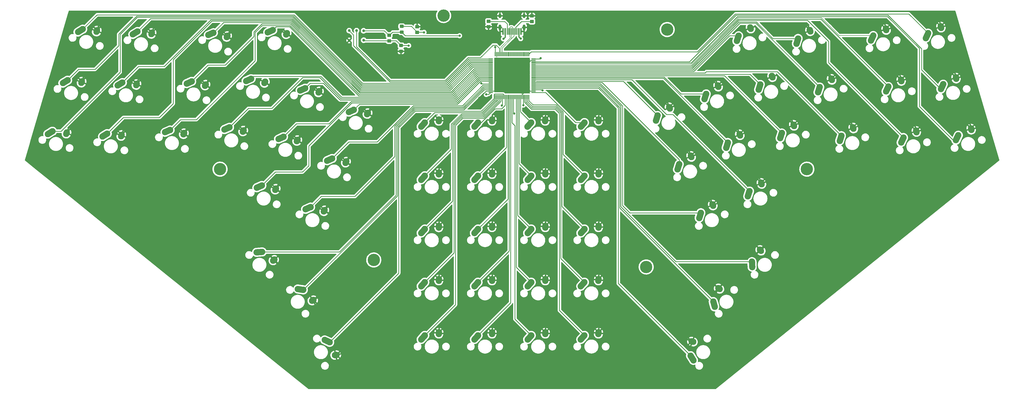
<source format=gbr>
%TF.GenerationSoftware,KiCad,Pcbnew,(5.99.0-9650-gad505e29c0)*%
%TF.CreationDate,2021-03-24T15:12:50-04:00*%
%TF.ProjectId,Hangulator,48616e67-756c-4617-946f-722e6b696361,rev?*%
%TF.SameCoordinates,Original*%
%TF.FileFunction,Copper,L1,Top*%
%TF.FilePolarity,Positive*%
%FSLAX46Y46*%
G04 Gerber Fmt 4.6, Leading zero omitted, Abs format (unit mm)*
G04 Created by KiCad (PCBNEW (5.99.0-9650-gad505e29c0)) date 2021-03-24 15:12:50*
%MOMM*%
%LPD*%
G01*
G04 APERTURE LIST*
G04 Aperture macros list*
%AMRoundRect*
0 Rectangle with rounded corners*
0 $1 Rounding radius*
0 $2 $3 $4 $5 $6 $7 $8 $9 X,Y pos of 4 corners*
0 Add a 4 corners polygon primitive as box body*
4,1,4,$2,$3,$4,$5,$6,$7,$8,$9,$2,$3,0*
0 Add four circle primitives for the rounded corners*
1,1,$1+$1,$2,$3*
1,1,$1+$1,$4,$5*
1,1,$1+$1,$6,$7*
1,1,$1+$1,$8,$9*
0 Add four rect primitives between the rounded corners*
20,1,$1+$1,$2,$3,$4,$5,0*
20,1,$1+$1,$4,$5,$6,$7,0*
20,1,$1+$1,$6,$7,$8,$9,0*
20,1,$1+$1,$8,$9,$2,$3,0*%
%AMHorizOval*
0 Thick line with rounded ends*
0 $1 width*
0 $2 $3 position (X,Y) of the first rounded end (center of the circle)*
0 $4 $5 position (X,Y) of the second rounded end (center of the circle)*
0 Add line between two ends*
20,1,$1,$2,$3,$4,$5,0*
0 Add two circle primitives to create the rounded ends*
1,1,$1,$2,$3*
1,1,$1,$4,$5*%
G04 Aperture macros list end*
%TA.AperFunction,WasherPad*%
%ADD10C,4.400000*%
%TD*%
%TA.AperFunction,ComponentPad*%
%ADD11C,2.250000*%
%TD*%
%TA.AperFunction,ComponentPad*%
%ADD12HorizOval,2.250000X0.655001X0.730000X-0.655001X-0.730000X0*%
%TD*%
%TA.AperFunction,ComponentPad*%
%ADD13HorizOval,2.250000X0.020000X0.290000X-0.020000X-0.290000X0*%
%TD*%
%TA.AperFunction,ComponentPad*%
%ADD14HorizOval,2.250000X0.420851X0.885895X-0.420851X-0.885895X0*%
%TD*%
%TA.AperFunction,ComponentPad*%
%ADD15HorizOval,2.250000X-0.063138X0.283749X0.063138X-0.283749X0*%
%TD*%
%TA.AperFunction,ComponentPad*%
%ADD16HorizOval,2.250000X0.301618X0.933248X-0.301618X-0.933248X0*%
%TD*%
%TA.AperFunction,ComponentPad*%
%ADD17HorizOval,2.250000X-0.099635X0.273080X0.099635X-0.273080X0*%
%TD*%
%TA.AperFunction,ComponentPad*%
%ADD18HorizOval,2.250000X-0.035933X0.980120X0.035933X-0.980120X0*%
%TD*%
%TA.AperFunction,ComponentPad*%
%ADD19HorizOval,2.250000X-0.187064X0.222502X0.187064X-0.222502X0*%
%TD*%
%TA.AperFunction,ComponentPad*%
%ADD20HorizOval,2.250000X-0.256647X0.946603X0.256647X-0.946603X0*%
%TD*%
%TA.AperFunction,ComponentPad*%
%ADD21HorizOval,2.250000X-0.232535X0.174435X0.232535X-0.174435X0*%
%TD*%
%TA.AperFunction,ComponentPad*%
%ADD22HorizOval,2.250000X-0.513616X0.835538X0.513616X-0.835538X0*%
%TD*%
%TA.AperFunction,ComponentPad*%
%ADD23HorizOval,2.250000X-0.272342X0.101636X0.272342X-0.101636X0*%
%TD*%
%TA.AperFunction,ComponentPad*%
%ADD24HorizOval,2.250000X0.886115X-0.420387X-0.886115X0.420387X0*%
%TD*%
%TA.AperFunction,ComponentPad*%
%ADD25HorizOval,2.250000X0.283716X0.063287X-0.283716X-0.063287X0*%
%TD*%
%TA.AperFunction,ComponentPad*%
%ADD26HorizOval,2.250000X0.895221X0.400632X-0.895221X-0.400632X0*%
%TD*%
%TA.AperFunction,ComponentPad*%
%ADD27HorizOval,2.250000X0.136180X0.256817X-0.136180X-0.256817X0*%
%TD*%
%TA.AperFunction,ComponentPad*%
%ADD28HorizOval,2.250000X0.968782X-0.152927X-0.968782X0.152927X0*%
%TD*%
%TA.AperFunction,ComponentPad*%
%ADD29HorizOval,2.250000X0.254280X0.140861X-0.254280X-0.140861X0*%
%TD*%
%TA.AperFunction,ComponentPad*%
%ADD30HorizOval,2.250000X0.978268X0.070116X-0.978268X-0.070116X0*%
%TD*%
%TA.AperFunction,ComponentPad*%
%ADD31HorizOval,2.250000X0.215838X0.194715X-0.215838X-0.194715X0*%
%TD*%
%TA.AperFunction,ComponentPad*%
%ADD32HorizOval,2.250000X0.835269X0.514054X-0.835269X-0.514054X0*%
%TD*%
%TA.AperFunction,ComponentPad*%
%ADD33HorizOval,2.250000X0.101493X0.272395X-0.101493X-0.272395X0*%
%TD*%
%TA.AperFunction,SMDPad,CuDef*%
%ADD34RoundRect,0.250000X-0.450000X0.350000X-0.450000X-0.350000X0.450000X-0.350000X0.450000X0.350000X0*%
%TD*%
%TA.AperFunction,SMDPad,CuDef*%
%ADD35RoundRect,0.250000X0.450000X-0.350000X0.450000X0.350000X-0.450000X0.350000X-0.450000X-0.350000X0*%
%TD*%
%TA.AperFunction,SMDPad,CuDef*%
%ADD36C,1.000000*%
%TD*%
%TA.AperFunction,SMDPad,CuDef*%
%ADD37RoundRect,0.250000X0.450000X-0.325000X0.450000X0.325000X-0.450000X0.325000X-0.450000X-0.325000X0*%
%TD*%
%TA.AperFunction,SMDPad,CuDef*%
%ADD38RoundRect,0.250000X-0.450000X0.325000X-0.450000X-0.325000X0.450000X-0.325000X0.450000X0.325000X0*%
%TD*%
%TA.AperFunction,SMDPad,CuDef*%
%ADD39R,0.600000X2.450000*%
%TD*%
%TA.AperFunction,SMDPad,CuDef*%
%ADD40R,0.300000X2.450000*%
%TD*%
%TA.AperFunction,ComponentPad*%
%ADD41O,1.000000X1.600000*%
%TD*%
%TA.AperFunction,ComponentPad*%
%ADD42O,1.000000X2.100000*%
%TD*%
%TA.AperFunction,SMDPad,CuDef*%
%ADD43RoundRect,0.075000X0.075000X-0.725000X0.075000X0.725000X-0.075000X0.725000X-0.075000X-0.725000X0*%
%TD*%
%TA.AperFunction,SMDPad,CuDef*%
%ADD44RoundRect,0.075000X0.725000X-0.075000X0.725000X0.075000X-0.725000X0.075000X-0.725000X-0.075000X0*%
%TD*%
%TA.AperFunction,ViaPad*%
%ADD45C,0.800000*%
%TD*%
%TA.AperFunction,Conductor*%
%ADD46C,0.254000*%
%TD*%
%TA.AperFunction,Conductor*%
%ADD47C,0.250000*%
%TD*%
%TA.AperFunction,Conductor*%
%ADD48C,0.200000*%
%TD*%
%TA.AperFunction,Conductor*%
%ADD49C,0.381000*%
%TD*%
G04 APERTURE END LIST*
D10*
%TO.P,,*%
%TO.N,*%
X267500000Y-152500000D03*
%TD*%
%TO.P,,*%
%TO.N,*%
X347500000Y-157500000D03*
%TD*%
%TO.P,,*%
%TO.N,*%
X340000000Y-242500000D03*
%TD*%
%TO.P,,*%
%TO.N,*%
X242500000Y-240000000D03*
%TD*%
%TO.P,,*%
%TO.N,*%
X397500000Y-207500000D03*
%TD*%
%TO.P,REF\u002A\u002A,*%
%TO.N,*%
X187500000Y-207500000D03*
%TD*%
D11*
%TO.P,MX62,1,COL*%
%TO.N,PF3*%
X317900000Y-266990000D03*
D12*
X317245001Y-267720000D03*
D11*
%TO.P,MX62,2,ROW*%
%TO.N,GND*%
X322940000Y-265910000D03*
D13*
X322920000Y-266200000D03*
%TD*%
D11*
%TO.P,MX61,1,COL*%
%TO.N,PC6*%
X317900000Y-247950000D03*
D12*
X317245001Y-248680000D03*
D11*
%TO.P,MX61,2,ROW*%
%TO.N,GND*%
X322940000Y-246870000D03*
D13*
X322920000Y-247160000D03*
%TD*%
D11*
%TO.P,MX60,1,COL*%
%TO.N,PC7*%
X317910000Y-228900000D03*
D12*
X317255001Y-229630000D03*
D11*
%TO.P,MX60,2,ROW*%
%TO.N,GND*%
X322950000Y-227820000D03*
D13*
X322930000Y-228110000D03*
%TD*%
D11*
%TO.P,MX59,1,COL*%
%TO.N,PC8*%
X317920000Y-209850000D03*
D12*
X317265001Y-210580000D03*
D11*
%TO.P,MX59,2,ROW*%
%TO.N,GND*%
X322960000Y-208770000D03*
D13*
X322940000Y-209060000D03*
%TD*%
D11*
%TO.P,MX58,1,COL*%
%TO.N,PC9*%
X317910000Y-190800000D03*
D12*
X317255001Y-191530000D03*
D11*
%TO.P,MX58,2,ROW*%
%TO.N,GND*%
X322950000Y-189720000D03*
D13*
X322930000Y-190010000D03*
%TD*%
D11*
%TO.P,MX57,1,COL*%
%TO.N,PC1*%
X298860000Y-267000000D03*
D12*
X298205001Y-267730000D03*
D11*
%TO.P,MX57,2,ROW*%
%TO.N,GND*%
X303900000Y-265920000D03*
D13*
X303880000Y-266210000D03*
%TD*%
D11*
%TO.P,MX56,1,COL*%
%TO.N,PC2*%
X298860000Y-247950000D03*
D12*
X298205001Y-248680000D03*
D11*
%TO.P,MX56,2,ROW*%
%TO.N,GND*%
X303900000Y-246870000D03*
D13*
X303880000Y-247160000D03*
%TD*%
D11*
%TO.P,MX55,1,COL*%
%TO.N,PC3*%
X298860000Y-228900000D03*
D12*
X298205001Y-229630000D03*
D11*
%TO.P,MX55,2,ROW*%
%TO.N,GND*%
X303900000Y-227820000D03*
D13*
X303880000Y-228110000D03*
%TD*%
D11*
%TO.P,MX54,1,COL*%
%TO.N,PC4*%
X298860000Y-209850000D03*
D12*
X298205001Y-210580000D03*
D11*
%TO.P,MX54,2,ROW*%
%TO.N,GND*%
X303900000Y-208770000D03*
D13*
X303880000Y-209060000D03*
%TD*%
D11*
%TO.P,MX53,1,COL*%
%TO.N,PC5*%
X298850000Y-190800000D03*
D12*
X298195001Y-191530000D03*
D11*
%TO.P,MX53,2,ROW*%
%TO.N,GND*%
X303890000Y-189720000D03*
D13*
X303870000Y-190010000D03*
%TD*%
D11*
%TO.P,MX52,1,COL*%
%TO.N,00*%
X279820000Y-267000000D03*
D12*
X279165001Y-267730000D03*
D11*
%TO.P,MX52,2,ROW*%
%TO.N,GND*%
X284860000Y-265920000D03*
D13*
X284840000Y-266210000D03*
%TD*%
D11*
%TO.P,MX51,1,COL*%
%TO.N,2*%
X279810000Y-247950000D03*
D12*
X279155001Y-248680000D03*
D11*
%TO.P,MX51,2,ROW*%
%TO.N,GND*%
X284850000Y-246870000D03*
D13*
X284830000Y-247160000D03*
%TD*%
D11*
%TO.P,MX50,1,COL*%
%TO.N,5*%
X279820000Y-228890000D03*
D12*
X279165001Y-229620000D03*
D11*
%TO.P,MX50,2,ROW*%
%TO.N,GND*%
X284860000Y-227810000D03*
D13*
X284840000Y-228100000D03*
%TD*%
D11*
%TO.P,MX49,1,COL*%
%TO.N,8*%
X279820000Y-209850000D03*
D12*
X279165001Y-210580000D03*
D11*
%TO.P,MX49,2,ROW*%
%TO.N,GND*%
X284860000Y-208770000D03*
D13*
X284840000Y-209060000D03*
%TD*%
D11*
%TO.P,MX48,1,COL*%
%TO.N,{slash}*%
X279810000Y-190800000D03*
D12*
X279155001Y-191530000D03*
D11*
%TO.P,MX48,2,ROW*%
%TO.N,GND*%
X284850000Y-189720000D03*
D13*
X284830000Y-190010000D03*
%TD*%
D11*
%TO.P,MX47,1,COL*%
%TO.N,01*%
X260770000Y-267000000D03*
D12*
X260115001Y-267730000D03*
D11*
%TO.P,MX47,2,ROW*%
%TO.N,GND*%
X265810000Y-265920000D03*
D13*
X265790000Y-266210000D03*
%TD*%
D11*
%TO.P,MX46,1,COL*%
%TO.N,1*%
X260760000Y-247950000D03*
D12*
X260105001Y-248680000D03*
D11*
%TO.P,MX46,2,ROW*%
%TO.N,GND*%
X265800000Y-246870000D03*
D13*
X265780000Y-247160000D03*
%TD*%
D11*
%TO.P,MX45,1,COL*%
%TO.N,4*%
X260760000Y-228910000D03*
D12*
X260105001Y-229640000D03*
D11*
%TO.P,MX45,2,ROW*%
%TO.N,GND*%
X265800000Y-227830000D03*
D13*
X265780000Y-228120000D03*
%TD*%
D11*
%TO.P,MX44,1,COL*%
%TO.N,7*%
X260760000Y-209850000D03*
D12*
X260105001Y-210580000D03*
D11*
%TO.P,MX44,2,ROW*%
%TO.N,GND*%
X265800000Y-208770000D03*
D13*
X265780000Y-209060000D03*
%TD*%
D11*
%TO.P,MX43,1,COL*%
%TO.N,LOGOUT*%
X260760000Y-190800000D03*
D12*
X260105001Y-191530000D03*
D11*
%TO.P,MX43,2,ROW*%
%TO.N,GND*%
X265800000Y-189720000D03*
D13*
X265780000Y-190010000D03*
%TD*%
D11*
%TO.P,MX42,1,COL*%
%TO.N,LSHFT*%
X451687435Y-195344143D03*
D14*
X451266585Y-196230038D03*
D11*
%TO.P,MX42,2,ROW*%
%TO.N,GND*%
X456213580Y-192877970D03*
D15*
X456276719Y-193161719D03*
%TD*%
D11*
%TO.P,MX41,1,COL*%
%TO.N,ENTER*%
X446277435Y-177074143D03*
D14*
X445856585Y-177960038D03*
D11*
%TO.P,MX41,2,ROW*%
%TO.N,GND*%
X450803580Y-174607970D03*
D15*
X450866719Y-174891719D03*
%TD*%
D11*
%TO.P,MX40,1,COL*%
%TO.N,BKSPC*%
X440867435Y-158814143D03*
D14*
X440446585Y-159700038D03*
D11*
%TO.P,MX40,2,ROW*%
%TO.N,GND*%
X445393580Y-156347970D03*
D15*
X445456719Y-156631719D03*
%TD*%
D11*
%TO.P,MX39,1,COL*%
%TO.N,{slash}?*%
X432067435Y-196174143D03*
D14*
X431646585Y-197060038D03*
D11*
%TO.P,MX39,2,ROW*%
%TO.N,GND*%
X436593580Y-193707970D03*
D15*
X436656719Y-193991719D03*
%TD*%
D11*
%TO.P,MX38,1,COL*%
%TO.N,;:*%
X426657435Y-177914143D03*
D14*
X426236585Y-178800038D03*
D11*
%TO.P,MX38,2,ROW*%
%TO.N,GND*%
X431183580Y-175447970D03*
D15*
X431246719Y-175731719D03*
%TD*%
D11*
%TO.P,MX37,1,COL*%
%TO.N,P*%
X421247435Y-159654143D03*
D14*
X420826585Y-160540038D03*
D11*
%TO.P,MX37,2,ROW*%
%TO.N,GND*%
X425773580Y-157187970D03*
D15*
X425836719Y-157471719D03*
%TD*%
D11*
%TO.P,MX36,1,COL*%
%TO.N,.>*%
X409839650Y-195511977D03*
D16*
X409538033Y-196445225D03*
D11*
%TO.P,MX36,2,ROW*%
%TO.N,GND*%
X414005174Y-192476122D03*
D17*
X414104809Y-192749203D03*
%TD*%
D11*
%TO.P,MX35,1,COL*%
%TO.N,L*%
X402079650Y-178101977D03*
D16*
X401778033Y-179035225D03*
D11*
%TO.P,MX35,2,ROW*%
%TO.N,GND*%
X406245174Y-175066122D03*
D17*
X406344809Y-175339203D03*
%TD*%
D11*
%TO.P,MX34,1,COL*%
%TO.N,O*%
X394349650Y-160701977D03*
D16*
X394048033Y-161635225D03*
D11*
%TO.P,MX34,2,ROW*%
%TO.N,GND*%
X398515174Y-157666122D03*
D17*
X398614809Y-157939203D03*
%TD*%
D11*
%TO.P,MX33,1,COL*%
%TO.N,RT1*%
X377843017Y-240599287D03*
D18*
X377878950Y-241579405D03*
D11*
%TO.P,MX33,2,ROW*%
%TO.N,GND*%
X380718259Y-236321322D03*
D19*
X380905323Y-236543823D03*
%TD*%
D11*
%TO.P,MX32,1,COL*%
%TO.N,\u002C<*%
X388549650Y-194551977D03*
D16*
X388248033Y-195485225D03*
D11*
%TO.P,MX32,2,ROW*%
%TO.N,GND*%
X392715174Y-191516122D03*
D17*
X392814809Y-191789203D03*
%TD*%
D11*
%TO.P,MX31,1,COL*%
%TO.N,K*%
X380809650Y-177151977D03*
D16*
X380508033Y-178085225D03*
D11*
%TO.P,MX31,2,ROW*%
%TO.N,GND*%
X384975174Y-174116122D03*
D17*
X385074809Y-174389203D03*
%TD*%
D11*
%TO.P,MX30,1,COL*%
%TO.N,I*%
X373069650Y-159751977D03*
D16*
X372768033Y-160685225D03*
D11*
%TO.P,MX30,2,ROW*%
%TO.N,GND*%
X377235174Y-156716122D03*
D17*
X377334809Y-156989203D03*
%TD*%
D11*
%TO.P,MX29,1,COL*%
%TO.N,RT2*%
X363993624Y-254893882D03*
D20*
X364250272Y-255840485D03*
D11*
%TO.P,MX29,2,ROW*%
%TO.N,GND*%
X365826956Y-250076529D03*
D21*
X366059491Y-250250964D03*
%TD*%
D11*
%TO.P,MX28,1,COL*%
%TO.N,M*%
X376969650Y-215361977D03*
D16*
X376668033Y-216295225D03*
D11*
%TO.P,MX28,2,ROW*%
%TO.N,GND*%
X381135174Y-212326122D03*
D17*
X381234809Y-212599203D03*
%TD*%
D11*
%TO.P,MX27,1,COL*%
%TO.N,J*%
X369219650Y-197951977D03*
D16*
X368918033Y-198885225D03*
D11*
%TO.P,MX27,2,ROW*%
%TO.N,GND*%
X373385174Y-194916122D03*
D17*
X373484809Y-195189203D03*
%TD*%
D11*
%TO.P,MX26,1,COL*%
%TO.N,U*%
X361459650Y-180541977D03*
D16*
X361158033Y-181475225D03*
D11*
%TO.P,MX26,2,ROW*%
%TO.N,GND*%
X365625174Y-177506122D03*
D17*
X365724809Y-177779203D03*
%TD*%
D11*
%TO.P,MX25,1,COL*%
%TO.N,RT3*%
X355864243Y-274259401D03*
D22*
X356377860Y-275094938D03*
D11*
%TO.P,MX25,2,ROW*%
%TO.N,GND*%
X356261949Y-269120352D03*
D23*
X356534291Y-269221988D03*
%TD*%
D11*
%TO.P,MX24,1,COL*%
%TO.N,N*%
X359549650Y-223101977D03*
D16*
X359248033Y-224035225D03*
D11*
%TO.P,MX24,2,ROW*%
%TO.N,GND*%
X363715174Y-220066122D03*
D17*
X363814809Y-220339203D03*
%TD*%
D11*
%TO.P,MX23,1,COL*%
%TO.N,H*%
X351809650Y-205691977D03*
D16*
X351508033Y-206625225D03*
D11*
%TO.P,MX23,2,ROW*%
%TO.N,GND*%
X355975174Y-202656122D03*
D17*
X356074809Y-202929203D03*
%TD*%
D11*
%TO.P,MX22,1,COL*%
%TO.N,Y*%
X344069650Y-188291977D03*
D16*
X343768033Y-189225225D03*
D11*
%TO.P,MX22,2,ROW*%
%TO.N,GND*%
X348235174Y-185256122D03*
D17*
X348334809Y-185529203D03*
%TD*%
D11*
%TO.P,MX21,1,COL*%
%TO.N,GUI*%
X226714007Y-269465799D03*
D24*
X225827892Y-269045413D03*
D11*
%TO.P,MX21,2,ROW*%
%TO.N,GND*%
X229182549Y-273990652D03*
D25*
X228898833Y-274053939D03*
%TD*%
D11*
%TO.P,MX20,1,COL*%
%TO.N,B*%
X219882268Y-221069091D03*
D26*
X218987048Y-221469723D03*
D11*
%TO.P,MX20,2,ROW*%
%TO.N,GND*%
X224925998Y-222131535D03*
D27*
X224789818Y-222388352D03*
%TD*%
D11*
%TO.P,MX19,1,COL*%
%TO.N,G*%
X227632268Y-203659091D03*
D26*
X226737048Y-204059723D03*
D11*
%TO.P,MX19,2,ROW*%
%TO.N,GND*%
X232675998Y-204721535D03*
D27*
X232539818Y-204978352D03*
%TD*%
D11*
%TO.P,MX18,1,COL*%
%TO.N,T*%
X235372268Y-186259091D03*
D26*
X234477048Y-186659723D03*
D11*
%TO.P,MX18,2,ROW*%
%TO.N,GND*%
X240415998Y-187321535D03*
D27*
X240279818Y-187578352D03*
%TD*%
D11*
%TO.P,MX17,1,COL*%
%TO.N,M3*%
X217288306Y-250687206D03*
D28*
X216319524Y-250534280D03*
D11*
%TO.P,MX17,2,ROW*%
%TO.N,GND*%
X220934603Y-254330353D03*
D29*
X220680324Y-254471214D03*
%TD*%
D11*
%TO.P,MX16,1,COL*%
%TO.N,V*%
X202462268Y-213329091D03*
D26*
X201567048Y-213729723D03*
D11*
%TO.P,MX16,2,ROW*%
%TO.N,GND*%
X207505998Y-214391535D03*
D27*
X207369818Y-214648352D03*
%TD*%
D11*
%TO.P,MX15,1,COL*%
%TO.N,F*%
X210212268Y-195909091D03*
D26*
X209317048Y-196309723D03*
D11*
%TO.P,MX15,2,ROW*%
%TO.N,GND*%
X215255998Y-196971535D03*
D27*
X215119818Y-197228352D03*
%TD*%
D11*
%TO.P,MX14,1,COL*%
%TO.N,R*%
X217952268Y-178509091D03*
D26*
X217057048Y-178909723D03*
D11*
%TO.P,MX14,2,ROW*%
%TO.N,GND*%
X222995998Y-179571535D03*
D27*
X222859818Y-179828352D03*
%TD*%
D11*
%TO.P,MX13,1,COL*%
%TO.N,SPACE*%
X202560284Y-237115995D03*
D30*
X201582016Y-237186113D03*
D11*
%TO.P,MX13,2,ROW*%
%TO.N,GND*%
X206935988Y-239840186D03*
D31*
X206720150Y-240034902D03*
%TD*%
D11*
%TO.P,MX12,1,COL*%
%TO.N,C*%
X190882268Y-192509091D03*
D26*
X189987048Y-192909723D03*
D11*
%TO.P,MX12,2,ROW*%
%TO.N,GND*%
X195925998Y-193571535D03*
D27*
X195789818Y-193828352D03*
%TD*%
D11*
%TO.P,MX11,1,COL*%
%TO.N,D*%
X198622268Y-175119091D03*
D26*
X197727048Y-175519723D03*
D11*
%TO.P,MX11,2,ROW*%
%TO.N,GND*%
X203665998Y-176181535D03*
D27*
X203529818Y-176438352D03*
%TD*%
D11*
%TO.P,MX10,1,COL*%
%TO.N,E*%
X206372268Y-157709091D03*
D26*
X205477048Y-158109723D03*
D11*
%TO.P,MX10,2,ROW*%
%TO.N,GND*%
X211415998Y-158771535D03*
D27*
X211279818Y-159028352D03*
%TD*%
D11*
%TO.P,MX9,1,COL*%
%TO.N,X*%
X169612268Y-193479091D03*
D26*
X168717048Y-193879723D03*
D11*
%TO.P,MX9,2,ROW*%
%TO.N,GND*%
X174655998Y-194541535D03*
D27*
X174519818Y-194798352D03*
%TD*%
D11*
%TO.P,MX8,1,COL*%
%TO.N,S*%
X177352268Y-176069091D03*
D26*
X176457048Y-176469723D03*
D11*
%TO.P,MX8,2,ROW*%
%TO.N,GND*%
X182395998Y-177131535D03*
D27*
X182259818Y-177388352D03*
%TD*%
D11*
%TO.P,MX7,1,COL*%
%TO.N,W*%
X185092268Y-158669091D03*
D26*
X184197048Y-159069723D03*
D11*
%TO.P,MX7,2,ROW*%
%TO.N,GND*%
X190135998Y-159731535D03*
D27*
X189999818Y-159988352D03*
%TD*%
D11*
%TO.P,MX6,1,COL*%
%TO.N,Z*%
X147138219Y-194764903D03*
D32*
X146302951Y-195278957D03*
D11*
%TO.P,MX6,2,ROW*%
%TO.N,GND*%
X152277476Y-195159918D03*
D33*
X152175982Y-195432313D03*
%TD*%
D11*
%TO.P,MX5,1,COL*%
%TO.N,A*%
X152548219Y-176504903D03*
D32*
X151712951Y-177018957D03*
D11*
%TO.P,MX5,2,ROW*%
%TO.N,GND*%
X157687476Y-176899918D03*
D33*
X157585982Y-177172313D03*
%TD*%
D11*
%TO.P,MX4,1,COL*%
%TO.N,Q*%
X157958219Y-158224903D03*
D32*
X157122951Y-158738957D03*
D11*
%TO.P,MX4,2,ROW*%
%TO.N,GND*%
X163097476Y-158619918D03*
D33*
X162995982Y-158892313D03*
%TD*%
D11*
%TO.P,MX3,1,COL*%
%TO.N,RSHFT*%
X127518219Y-193924903D03*
D32*
X126682951Y-194438957D03*
D11*
%TO.P,MX3,2,ROW*%
%TO.N,GND*%
X132657476Y-194319918D03*
D33*
X132555982Y-194592313D03*
%TD*%
D11*
%TO.P,MX2,1,COL*%
%TO.N,LCTRL*%
X132928219Y-175664903D03*
D32*
X132092951Y-176178957D03*
D11*
%TO.P,MX2,2,ROW*%
%TO.N,GND*%
X138067476Y-176059918D03*
D33*
X137965982Y-176332313D03*
%TD*%
D11*
%TO.P,MX1,1,COL*%
%TO.N,TAB*%
X138338219Y-157384903D03*
D32*
X137502951Y-157898957D03*
D11*
%TO.P,MX1,2,ROW*%
%TO.N,GND*%
X143477476Y-157779918D03*
D33*
X143375982Y-158052313D03*
%TD*%
D34*
%TO.P,R1,1*%
%TO.N,GND*%
X299100000Y-152625000D03*
%TO.P,R1,2*%
%TO.N,Net-(R1-Pad2)*%
X299100000Y-154625000D03*
%TD*%
D35*
%TO.P,R2,1*%
%TO.N,GND*%
X283575000Y-156525000D03*
%TO.P,R2,2*%
%TO.N,Net-(R2-Pad2)*%
X283575000Y-154525000D03*
%TD*%
D36*
%TO.P,TP1,1,1*%
%TO.N,VDD1*%
X238850000Y-157950000D03*
%TD*%
D37*
%TO.P,J2,1,Pin_1*%
%TO.N,VDD1*%
X252500000Y-158425000D03*
%TO.P,J2,2,Pin_2*%
%TO.N,BOOT*%
X252500000Y-156375000D03*
%TD*%
D35*
%TO.P,R4,1*%
%TO.N,BOOT*%
X258000000Y-158500000D03*
%TO.P,R4,2*%
%TO.N,GND*%
X258000000Y-156500000D03*
%TD*%
D36*
%TO.P,TP4,1,1*%
%TO.N,RESET*%
X238900000Y-161325000D03*
%TD*%
D38*
%TO.P,J1,1,Pin_1*%
%TO.N,RESET*%
X252250000Y-163225000D03*
%TO.P,J1,2,Pin_2*%
%TO.N,GND*%
X252250000Y-165275000D03*
%TD*%
D39*
%TO.P,USB1,1,GND*%
%TO.N,GND*%
X295225000Y-158195000D03*
%TO.P,USB1,2,VBUS*%
%TO.N,+5V*%
X294450000Y-158195000D03*
D40*
%TO.P,USB1,3,SBU2*%
%TO.N,unconnected-(USB1-Pad3)*%
X293750000Y-158195000D03*
%TO.P,USB1,4,CC1*%
%TO.N,Net-(R1-Pad2)*%
X293250000Y-158195000D03*
%TO.P,USB1,5,DN2*%
%TO.N,D-*%
X292750000Y-158195000D03*
%TO.P,USB1,6,DP1*%
%TO.N,D+*%
X292250000Y-158195000D03*
%TO.P,USB1,7,DN1*%
%TO.N,D-*%
X291750000Y-158195000D03*
%TO.P,USB1,8,DP2*%
%TO.N,D+*%
X291250000Y-158195000D03*
%TO.P,USB1,9,SBU1*%
%TO.N,unconnected-(USB1-Pad9)*%
X290750000Y-158195000D03*
%TO.P,USB1,10,CC2*%
%TO.N,Net-(R2-Pad2)*%
X290250000Y-158195000D03*
D39*
%TO.P,USB1,11,VBUS*%
%TO.N,+5V*%
X289550000Y-158195000D03*
%TO.P,USB1,12,GND*%
%TO.N,GND*%
X288775000Y-158195000D03*
D41*
%TO.P,USB1,13,SHIELD*%
X296320000Y-152600000D03*
X287680000Y-152600000D03*
D42*
X287680000Y-156780000D03*
X296320000Y-156780000D03*
%TD*%
D43*
%TO.P,U2,1,PE2*%
%TO.N,LOGOUT*%
X286000000Y-181675000D03*
%TO.P,U2,2,PE3*%
%TO.N,7*%
X286500000Y-181675000D03*
%TO.P,U2,3,PE4*%
%TO.N,4*%
X287000000Y-181675000D03*
%TO.P,U2,4,PE5*%
%TO.N,1*%
X287500000Y-181675000D03*
%TO.P,U2,5,PE6*%
%TO.N,01*%
X288000000Y-181675000D03*
%TO.P,U2,6,VBAT*%
%TO.N,VDD1*%
X288500000Y-181675000D03*
%TO.P,U2,7,PC13*%
%TO.N,GUI*%
X289000000Y-181675000D03*
%TO.P,U2,8,PC14*%
%TO.N,{slash}*%
X289500000Y-181675000D03*
%TO.P,U2,9,PC15*%
%TO.N,8*%
X290000000Y-181675000D03*
%TO.P,U2,10,PF9*%
%TO.N,5*%
X290500000Y-181675000D03*
%TO.P,U2,11,PF10*%
%TO.N,2*%
X291000000Y-181675000D03*
%TO.P,U2,12,PF0*%
%TO.N,00*%
X291500000Y-181675000D03*
%TO.P,U2,13,PF1*%
%TO.N,PC1*%
X292000000Y-181675000D03*
%TO.P,U2,14,NRST*%
%TO.N,RESET*%
X292500000Y-181675000D03*
%TO.P,U2,15,PC0*%
%TO.N,unconnected-(U2-Pad15)*%
X293000000Y-181675000D03*
%TO.P,U2,16,PC1*%
%TO.N,PC2*%
X293500000Y-181675000D03*
%TO.P,U2,17,PC2*%
%TO.N,PC3*%
X294000000Y-181675000D03*
%TO.P,U2,18,PC3*%
%TO.N,PC4*%
X294500000Y-181675000D03*
%TO.P,U2,19,PF2*%
%TO.N,PC5*%
X295000000Y-181675000D03*
%TO.P,U2,20,VSSA*%
%TO.N,GND*%
X295500000Y-181675000D03*
%TO.P,U2,21,VDDA*%
%TO.N,VDD1*%
X296000000Y-181675000D03*
%TO.P,U2,22,PF3*%
%TO.N,PF3*%
X296500000Y-181675000D03*
%TO.P,U2,23,PA0*%
%TO.N,PC6*%
X297000000Y-181675000D03*
%TO.P,U2,24,PA1*%
%TO.N,PC7*%
X297500000Y-181675000D03*
%TO.P,U2,25,PA2*%
%TO.N,PC8*%
X298000000Y-181675000D03*
D44*
%TO.P,U2,26,PA3*%
%TO.N,PC9*%
X299675000Y-180000000D03*
%TO.P,U2,27,VSS*%
%TO.N,GND*%
X299675000Y-179500000D03*
%TO.P,U2,28,VDD*%
%TO.N,VDD1*%
X299675000Y-179000000D03*
%TO.P,U2,29,PA4*%
%TO.N,RT3*%
X299675000Y-178500000D03*
%TO.P,U2,30,PA5*%
%TO.N,RT2*%
X299675000Y-178000000D03*
%TO.P,U2,31,PA6*%
%TO.N,RT1*%
X299675000Y-177500000D03*
%TO.P,U2,32,PA7*%
%TO.N,N*%
X299675000Y-177000000D03*
%TO.P,U2,33,PC4*%
%TO.N,H*%
X299675000Y-176500000D03*
%TO.P,U2,34,PC5*%
%TO.N,Y*%
X299675000Y-176000000D03*
%TO.P,U2,35,PB0*%
%TO.N,M*%
X299675000Y-175500000D03*
%TO.P,U2,36,PB1*%
%TO.N,J*%
X299675000Y-175000000D03*
%TO.P,U2,37,PB2*%
%TO.N,U*%
X299675000Y-174500000D03*
%TO.P,U2,38,PE7*%
%TO.N,\u002C<*%
X299675000Y-174000000D03*
%TO.P,U2,39,PE8*%
%TO.N,K*%
X299675000Y-173500000D03*
%TO.P,U2,40,PE9*%
%TO.N,.>*%
X299675000Y-173000000D03*
%TO.P,U2,41,PE10*%
%TO.N,I*%
X299675000Y-172500000D03*
%TO.P,U2,42,PE11*%
%TO.N,L*%
X299675000Y-172000000D03*
%TO.P,U2,43,PE12*%
%TO.N,O*%
X299675000Y-171500000D03*
%TO.P,U2,44,PE13*%
%TO.N,{slash}?*%
X299675000Y-171000000D03*
%TO.P,U2,45,PE14*%
%TO.N,;:*%
X299675000Y-170500000D03*
%TO.P,U2,46,PE15*%
%TO.N,P*%
X299675000Y-170000000D03*
%TO.P,U2,47,PB10*%
%TO.N,LSHFT*%
X299675000Y-169500000D03*
%TO.P,U2,48,PB11*%
%TO.N,ENTER*%
X299675000Y-169000000D03*
%TO.P,U2,49,VSS*%
%TO.N,GND*%
X299675000Y-168500000D03*
%TO.P,U2,50,VDD*%
%TO.N,VDD1*%
X299675000Y-168000000D03*
D43*
%TO.P,U2,51,PB12*%
%TO.N,BKSPC*%
X298000000Y-166325000D03*
%TO.P,U2,52,PB13*%
%TO.N,unconnected-(U2-Pad52)*%
X297500000Y-166325000D03*
%TO.P,U2,53,PB14*%
%TO.N,unconnected-(U2-Pad53)*%
X297000000Y-166325000D03*
%TO.P,U2,54,PB15*%
%TO.N,unconnected-(U2-Pad54)*%
X296500000Y-166325000D03*
%TO.P,U2,55,PD8*%
%TO.N,unconnected-(U2-Pad55)*%
X296000000Y-166325000D03*
%TO.P,U2,56,PD9*%
%TO.N,unconnected-(U2-Pad56)*%
X295500000Y-166325000D03*
%TO.P,U2,57,PD10*%
%TO.N,unconnected-(U2-Pad57)*%
X295000000Y-166325000D03*
%TO.P,U2,58,PD11*%
%TO.N,unconnected-(U2-Pad58)*%
X294500000Y-166325000D03*
%TO.P,U2,59,PD12*%
%TO.N,unconnected-(U2-Pad59)*%
X294000000Y-166325000D03*
%TO.P,U2,60,PD13*%
%TO.N,unconnected-(U2-Pad60)*%
X293500000Y-166325000D03*
%TO.P,U2,61,PD14*%
%TO.N,unconnected-(U2-Pad61)*%
X293000000Y-166325000D03*
%TO.P,U2,62,PD15*%
%TO.N,unconnected-(U2-Pad62)*%
X292500000Y-166325000D03*
%TO.P,U2,63,PC6*%
%TO.N,unconnected-(U2-Pad63)*%
X292000000Y-166325000D03*
%TO.P,U2,64,PC7*%
%TO.N,unconnected-(U2-Pad64)*%
X291500000Y-166325000D03*
%TO.P,U2,65,PC8*%
%TO.N,unconnected-(U2-Pad65)*%
X291000000Y-166325000D03*
%TO.P,U2,66,PC9*%
%TO.N,unconnected-(U2-Pad66)*%
X290500000Y-166325000D03*
%TO.P,U2,67,PA8*%
%TO.N,unconnected-(U2-Pad67)*%
X290000000Y-166325000D03*
%TO.P,U2,68,PA9*%
%TO.N,unconnected-(U2-Pad68)*%
X289500000Y-166325000D03*
%TO.P,U2,69,PA10*%
%TO.N,unconnected-(U2-Pad69)*%
X289000000Y-166325000D03*
%TO.P,U2,70,PA11*%
%TO.N,D-*%
X288500000Y-166325000D03*
%TO.P,U2,71,PA12*%
%TO.N,D+*%
X288000000Y-166325000D03*
%TO.P,U2,72,PA13*%
%TO.N,SWDIO*%
X287500000Y-166325000D03*
%TO.P,U2,73,PF6*%
%TO.N,unconnected-(U2-Pad73)*%
X287000000Y-166325000D03*
%TO.P,U2,74,VSS*%
%TO.N,GND*%
X286500000Y-166325000D03*
%TO.P,U2,75,VDDIO2*%
%TO.N,VDD1*%
X286000000Y-166325000D03*
D44*
%TO.P,U2,76,PA14*%
%TO.N,SWCLK*%
X284325000Y-168000000D03*
%TO.P,U2,77,PA15*%
%TO.N,TAB*%
X284325000Y-168500000D03*
%TO.P,U2,78,PC10*%
%TO.N,LCTRL*%
X284325000Y-169000000D03*
%TO.P,U2,79,PC11*%
%TO.N,RSHFT*%
X284325000Y-169500000D03*
%TO.P,U2,80,PC12*%
%TO.N,Q*%
X284325000Y-170000000D03*
%TO.P,U2,81,PD0*%
%TO.N,A*%
X284325000Y-170500000D03*
%TO.P,U2,82,PD1*%
%TO.N,Z*%
X284325000Y-171000000D03*
%TO.P,U2,83,PD2*%
%TO.N,W*%
X284325000Y-171500000D03*
%TO.P,U2,84,PD3*%
%TO.N,S*%
X284325000Y-172000000D03*
%TO.P,U2,85,PD4*%
%TO.N,X*%
X284325000Y-172500000D03*
%TO.P,U2,86,PD5*%
%TO.N,E*%
X284325000Y-173000000D03*
%TO.P,U2,87,PD6*%
%TO.N,D*%
X284325000Y-173500000D03*
%TO.P,U2,88,PD7*%
%TO.N,C*%
X284325000Y-174000000D03*
%TO.P,U2,89,PB3*%
%TO.N,R*%
X284325000Y-174500000D03*
%TO.P,U2,90,PB4*%
%TO.N,F*%
X284325000Y-175000000D03*
%TO.P,U2,91,PB5*%
%TO.N,V*%
X284325000Y-175500000D03*
%TO.P,U2,92,PB6*%
%TO.N,T*%
X284325000Y-176000000D03*
%TO.P,U2,93,PB7*%
%TO.N,unconnected-(U2-Pad93)*%
X284325000Y-176500000D03*
%TO.P,U2,94,BOOT0*%
%TO.N,BOOT*%
X284325000Y-177000000D03*
%TO.P,U2,95,PB8*%
%TO.N,G*%
X284325000Y-177500000D03*
%TO.P,U2,96,PB9*%
%TO.N,B*%
X284325000Y-178000000D03*
%TO.P,U2,97,PE0*%
%TO.N,SPACE*%
X284325000Y-178500000D03*
%TO.P,U2,98,PE1*%
%TO.N,M3*%
X284325000Y-179000000D03*
%TO.P,U2,99,VSS*%
%TO.N,GND*%
X284325000Y-179500000D03*
%TO.P,U2,100,VDD*%
%TO.N,VDD1*%
X284325000Y-180000000D03*
%TD*%
D36*
%TO.P,TP3,1,1*%
%TO.N,SWDIO*%
X236350000Y-157900000D03*
%TD*%
D34*
%TO.P,R3,1*%
%TO.N,VDD1*%
X248000000Y-159587500D03*
%TO.P,R3,2*%
%TO.N,RESET*%
X248000000Y-161587500D03*
%TD*%
D36*
%TO.P,TP5,1,1*%
%TO.N,GND*%
X233725000Y-161425000D03*
%TD*%
%TO.P,TP2,1,1*%
%TO.N,SWCLK*%
X233725000Y-157900000D03*
%TD*%
D45*
%TO.N,GND*%
X304875000Y-158225000D03*
%TO.N,RESET*%
X255000000Y-163250000D03*
X292750000Y-187575000D03*
%TO.N,BOOT*%
X281000000Y-176750000D03*
X260500000Y-158500000D03*
%TO.N,VDD1*%
X302920000Y-179250000D03*
X282750000Y-180750000D03*
X273225000Y-159725000D03*
X302200000Y-167725000D03*
X286000000Y-163800000D03*
X288350000Y-184700000D03*
X296000000Y-184575000D03*
%TO.N,GND*%
X280250000Y-182000000D03*
X258250000Y-165000000D03*
%TO.N,+5V*%
X295075000Y-160775000D03*
X288900000Y-160850000D03*
%TD*%
D46*
%TO.N,{slash}*%
X280944282Y-190800000D02*
X279810000Y-190800000D01*
X289500000Y-181675000D02*
X289500000Y-184593121D01*
X289500000Y-184593121D02*
X288218121Y-185875000D01*
X288218121Y-185875000D02*
X285869282Y-185875000D01*
X285869282Y-185875000D02*
X280944282Y-190800000D01*
%TO.N,RESET*%
X248000000Y-161500000D02*
X239075000Y-161500000D01*
D47*
X255000000Y-163250000D02*
X254975000Y-163225000D01*
X250525000Y-161500000D02*
X252250000Y-163225000D01*
D46*
X239075000Y-161500000D02*
X238900000Y-161325000D01*
D47*
X254975000Y-163225000D02*
X252250000Y-163225000D01*
D46*
X292500000Y-187325000D02*
X292750000Y-187575000D01*
X292500000Y-181675000D02*
X292500000Y-187325000D01*
D47*
X248000000Y-161500000D02*
X250525000Y-161500000D01*
%TO.N,BOOT*%
X255962500Y-156375000D02*
X258000000Y-158412500D01*
X281120000Y-177000000D02*
X284325000Y-177000000D01*
X252500000Y-156375000D02*
X255962500Y-156375000D01*
X260412500Y-158412500D02*
X258000000Y-158412500D01*
X260500000Y-158500000D02*
X260412500Y-158412500D01*
%TO.N,SWDIO*%
X268113576Y-175750000D02*
X248386424Y-175750000D01*
X285175011Y-163074989D02*
X280700020Y-167549980D01*
X287500000Y-166325000D02*
X287500000Y-164250000D01*
X248386424Y-175750000D02*
X236618212Y-163981788D01*
D46*
X236350000Y-163713576D02*
X236618212Y-163981788D01*
D47*
X276313596Y-167549980D02*
X268113576Y-175750000D01*
X287500000Y-164250000D02*
X287500000Y-164226983D01*
D46*
X236350000Y-157900000D02*
X236350000Y-163713576D01*
D47*
X280700020Y-167549980D02*
X276313596Y-167549980D01*
X286324989Y-163074989D02*
X285175011Y-163074989D01*
X287500000Y-164250000D02*
X286324989Y-163074989D01*
%TO.N,SWCLK*%
X248250000Y-176250000D02*
X235250000Y-163250000D01*
X268250000Y-176250000D02*
X248250000Y-176250000D01*
D46*
X235250000Y-163250000D02*
X235250000Y-159425000D01*
X235250000Y-159425000D02*
X233725000Y-157900000D01*
D47*
X284325000Y-168000000D02*
X276500000Y-168000000D01*
X276500000Y-168000000D02*
X268250000Y-176250000D01*
%TO.N,TAB*%
X238500000Y-176750000D02*
X213999900Y-152249900D01*
X143473222Y-152249900D02*
X138338219Y-157384903D01*
X268500000Y-176750000D02*
X238500000Y-176750000D01*
X276750000Y-168500000D02*
X268500000Y-176750000D01*
X213999900Y-152249900D02*
X143473222Y-152249900D01*
X284325000Y-168500000D02*
X276750000Y-168500000D01*
%TO.N,RT1*%
X377843017Y-240599287D02*
X350599287Y-240599287D01*
X299675000Y-177500000D02*
X323500000Y-177500000D01*
X330950020Y-184950020D02*
X323500000Y-177500000D01*
X350599287Y-240599287D02*
X330950020Y-220950020D01*
X330950020Y-220950020D02*
X330950020Y-184950020D01*
%TO.N,U*%
X361459650Y-180541977D02*
X352446074Y-180541977D01*
X346404097Y-174500000D02*
X299675000Y-174500000D01*
X352446074Y-180541977D02*
X346404097Y-174500000D01*
%TO.N,J*%
X346267673Y-175000000D02*
X299675000Y-175000000D01*
X369219650Y-197951977D02*
X346267673Y-175000000D01*
D46*
%TO.N,I*%
X369748023Y-159751977D02*
X373069650Y-159751977D01*
X357000000Y-172500000D02*
X369748023Y-159751977D01*
D47*
X299675000Y-172500000D02*
X357000000Y-172500000D01*
%TO.N,K*%
X377157673Y-173500000D02*
X380809650Y-177151977D01*
X299675000Y-173500000D02*
X377157673Y-173500000D01*
%TO.N,\u002C<*%
X367997673Y-174000000D02*
X388549650Y-194551977D01*
X299675000Y-174000000D02*
X367997673Y-174000000D01*
%TO.N,O*%
X373183909Y-154816091D02*
X356500000Y-171500000D01*
X356500000Y-171500000D02*
X299675000Y-171500000D01*
X379430188Y-154816091D02*
X373183909Y-154816091D01*
X385316074Y-160701977D02*
X379430188Y-154816091D01*
X394349650Y-160701977D02*
X385316074Y-160701977D01*
%TO.N,L*%
X379243784Y-155266111D02*
X373483889Y-155266111D01*
X402079650Y-178101977D02*
X379243784Y-155266111D01*
X373483889Y-155266111D02*
X356750000Y-172000000D01*
X356750000Y-172000000D02*
X299675000Y-172000000D01*
%TO.N,.>*%
X299675000Y-173000000D02*
X361084888Y-173000000D01*
D46*
X386897591Y-172569918D02*
X409839650Y-195511977D01*
X361514970Y-172569918D02*
X386897591Y-172569918D01*
X361084888Y-173000000D02*
X361514970Y-172569918D01*
D48*
%TO.N,P*%
X372876083Y-153250000D02*
X356126082Y-170000000D01*
X421247435Y-159654143D02*
X408998505Y-159654143D01*
X408998505Y-159654143D02*
X402594361Y-153250000D01*
X402594361Y-153250000D02*
X372876083Y-153250000D01*
X356126082Y-170000000D02*
X299675000Y-170000000D01*
D47*
%TO.N,;:*%
X402543272Y-153799980D02*
X372927172Y-153799980D01*
X356227152Y-170500000D02*
X299675000Y-170500000D01*
X372927172Y-153799980D02*
X356227152Y-170500000D01*
X426657435Y-177914143D02*
X402543272Y-153799980D01*
%TO.N,{slash}?*%
X397750000Y-154250000D02*
X373113576Y-154250000D01*
X432067435Y-196174143D02*
X405250000Y-169356708D01*
X356363576Y-171000000D02*
X299675000Y-171000000D01*
X373113576Y-154250000D02*
X356363576Y-171000000D01*
X405250000Y-161750000D02*
X397750000Y-154250000D01*
X405250000Y-169356708D02*
X405250000Y-161750000D01*
%TO.N,BKSPC*%
X358388587Y-165474989D02*
X298850011Y-165474989D01*
X433978232Y-151924940D02*
X371938636Y-151924940D01*
X440867435Y-158814143D02*
X433978232Y-151924940D01*
X298850011Y-165474989D02*
X298000000Y-166325000D01*
X371938636Y-151924940D02*
X358388587Y-165474989D01*
%TO.N,ENTER*%
X355500000Y-169000000D02*
X299675000Y-169000000D01*
X372125040Y-152374960D02*
X355500000Y-169000000D01*
X438528923Y-164392499D02*
X426511384Y-152374960D01*
X426511384Y-152374960D02*
X372125040Y-152374960D01*
X438528923Y-171939122D02*
X438528923Y-164392499D01*
X445435734Y-178845933D02*
X438528923Y-171939122D01*
%TO.N,LSHFT*%
X426324980Y-152824980D02*
X437750000Y-164250000D01*
X356025012Y-169500000D02*
X372700034Y-152824980D01*
X372700034Y-152824980D02*
X426324980Y-152824980D01*
X437750000Y-185000000D02*
X449865933Y-197115933D01*
X299675000Y-169500000D02*
X356025012Y-169500000D01*
X437750000Y-164250000D02*
X437750000Y-185000000D01*
%TO.N,LOGOUT*%
X264310000Y-187250000D02*
X260760000Y-190800000D01*
X286000000Y-182500000D02*
X281250000Y-187250000D01*
X286000000Y-181675000D02*
X286000000Y-182500000D01*
X281250000Y-187250000D02*
X264310000Y-187250000D01*
%TO.N,4*%
X274046392Y-188250000D02*
X270750000Y-191546392D01*
X270750000Y-191546392D02*
X270750000Y-218920000D01*
X270750000Y-218920000D02*
X260760000Y-228910000D01*
X281522848Y-188250000D02*
X274046392Y-188250000D01*
X287000000Y-182772848D02*
X281522848Y-188250000D01*
X287000000Y-181675000D02*
X287000000Y-182772848D01*
%TO.N,1*%
X281750000Y-188750000D02*
X274182816Y-188750000D01*
X287500000Y-183000000D02*
X281750000Y-188750000D01*
X274182816Y-188750000D02*
X271250000Y-191682816D01*
X287500000Y-181675000D02*
X287500000Y-183000000D01*
X271250000Y-237460000D02*
X260760000Y-247950000D01*
X271250000Y-191682816D02*
X271250000Y-237460000D01*
%TO.N,01*%
X274319240Y-189250000D02*
X271750000Y-191819240D01*
X271750000Y-191819240D02*
X271750000Y-256020000D01*
X271750000Y-256020000D02*
X260770000Y-267000000D01*
X288000000Y-181675000D02*
X288000000Y-183136424D01*
X288000000Y-183136424D02*
X281886424Y-189250000D01*
X281886424Y-189250000D02*
X274319240Y-189250000D01*
%TO.N,7*%
X286500000Y-182636424D02*
X281386424Y-187750000D01*
X270250000Y-191409968D02*
X270250000Y-200360000D01*
X270250000Y-200360000D02*
X260760000Y-209850000D01*
X273909968Y-187750000D02*
X270250000Y-191409968D01*
X286500000Y-181675000D02*
X286500000Y-182636424D01*
X281386424Y-187750000D02*
X273909968Y-187750000D01*
%TO.N,5*%
X290500000Y-218210000D02*
X279820000Y-228890000D01*
X290500000Y-181675000D02*
X290500000Y-218210000D01*
%TO.N,GUI*%
X251421192Y-192578808D02*
X251421192Y-244758614D01*
X285500000Y-182250000D02*
X281000000Y-186750000D01*
X288740694Y-180549980D02*
X285759306Y-180549980D01*
X289000000Y-181675000D02*
X289000000Y-180809286D01*
X281000000Y-186750000D02*
X257250000Y-186750000D01*
X285759306Y-180549980D02*
X285500000Y-180809286D01*
X257250000Y-186750000D02*
X251421192Y-192578808D01*
X285500000Y-180809286D02*
X285500000Y-182250000D01*
X251421192Y-244758614D02*
X226714007Y-269465799D01*
X289000000Y-180809286D02*
X288740694Y-180549980D01*
%TO.N,2*%
X291000000Y-181675000D02*
X291000000Y-236760000D01*
X290500000Y-237260000D02*
X279810000Y-247950000D01*
X291000000Y-236760000D02*
X279810000Y-247950000D01*
%TO.N,00*%
X291500000Y-181675000D02*
X291500000Y-255320000D01*
X290910000Y-255910000D02*
X279820000Y-267000000D01*
X291000000Y-255820000D02*
X290910000Y-255910000D01*
X291500000Y-255320000D02*
X290910000Y-255910000D01*
%TO.N,VDD1*%
X239000000Y-157960000D02*
X246285000Y-157960000D01*
X252500000Y-158425000D02*
X249250000Y-158425000D01*
D46*
X301925000Y-168000000D02*
X302200000Y-167725000D01*
D47*
X249250000Y-158425000D02*
X248000000Y-159675000D01*
X299675000Y-179000000D02*
X302670000Y-179000000D01*
X265850000Y-159750000D02*
X253825000Y-159750000D01*
D46*
X299675000Y-168000000D02*
X301925000Y-168000000D01*
D47*
X246285000Y-157960000D02*
X248000000Y-159675000D01*
D46*
X273225000Y-159725000D02*
X273200000Y-159750000D01*
X282750000Y-180750000D02*
X283575000Y-180750000D01*
X288500000Y-184550000D02*
X288350000Y-184700000D01*
X296000000Y-184575000D02*
X296000000Y-181675000D01*
X288500000Y-181675000D02*
X288500000Y-184550000D01*
D47*
X266250000Y-159750000D02*
X265850000Y-159750000D01*
D46*
X283575000Y-180750000D02*
X284325000Y-180000000D01*
D47*
X286000000Y-163800000D02*
X286000000Y-166325000D01*
D46*
X273200000Y-159750000D02*
X265850000Y-159750000D01*
D47*
X302920000Y-179250000D02*
X302670000Y-179000000D01*
X295830000Y-184575000D02*
X296000000Y-184575000D01*
X253825000Y-159750000D02*
X252500000Y-158425000D01*
%TO.N,8*%
X290000000Y-199670000D02*
X279820000Y-209850000D01*
X290000000Y-181675000D02*
X290000000Y-199670000D01*
%TO.N,LCTRL*%
X136843122Y-171750000D02*
X132928219Y-175664903D01*
X157663656Y-152699920D02*
X151250000Y-159113576D01*
X284325000Y-169000000D02*
X277000000Y-169000000D01*
X277000000Y-169000000D02*
X268750000Y-177250000D01*
X213768464Y-152699920D02*
X157663656Y-152699920D01*
X238318544Y-177250000D02*
X213768464Y-152699920D01*
X151250000Y-159113576D02*
X151250000Y-163250000D01*
X268750000Y-177250000D02*
X238318544Y-177250000D01*
X142750000Y-171750000D02*
X136843122Y-171750000D01*
X151250000Y-163250000D02*
X142750000Y-171750000D01*
%TO.N,RSHFT*%
X269000000Y-177750000D02*
X238182120Y-177750000D01*
X277250000Y-169500000D02*
X269000000Y-177750000D01*
X157850060Y-153149940D02*
X151750000Y-159250000D01*
X284325000Y-169500000D02*
X277250000Y-169500000D01*
X151750000Y-159250000D02*
X151750000Y-172750000D01*
X238182120Y-177750000D02*
X213582060Y-153149940D01*
X213582060Y-153149940D02*
X157850060Y-153149940D01*
X130575097Y-193924903D02*
X127518219Y-193924903D01*
X151750000Y-172750000D02*
X130575097Y-193924903D01*
%TO.N,Q*%
X284325000Y-170000000D02*
X277500000Y-170000000D01*
X213395656Y-153599960D02*
X162583162Y-153599960D01*
X269250000Y-178250000D02*
X238045696Y-178250000D01*
X238045696Y-178250000D02*
X213395656Y-153599960D01*
X162583162Y-153599960D02*
X157958219Y-158224903D01*
X277500000Y-170000000D02*
X269250000Y-178250000D01*
%TO.N,A*%
X277750000Y-170500000D02*
X269500000Y-178750000D01*
X213209252Y-154049980D02*
X184200020Y-154049980D01*
X284325000Y-170500000D02*
X277750000Y-170500000D01*
X237909272Y-178750000D02*
X213209252Y-154049980D01*
X184200020Y-154049980D02*
X167500000Y-170750000D01*
X158303122Y-170750000D02*
X152548219Y-176504903D01*
X269500000Y-178750000D02*
X237909272Y-178750000D01*
X167500000Y-170750000D02*
X158303122Y-170750000D01*
%TO.N,Z*%
X170750000Y-168250000D02*
X170750000Y-184000000D01*
X269750000Y-179250000D02*
X237772848Y-179250000D01*
X165750000Y-189000000D02*
X152903122Y-189000000D01*
X237772848Y-179250000D02*
X213022848Y-154500000D01*
X213022848Y-154500000D02*
X184500000Y-154500000D01*
X284325000Y-171000000D02*
X278000000Y-171000000D01*
X278000000Y-171000000D02*
X269750000Y-179250000D01*
X184500000Y-154500000D02*
X170750000Y-168250000D01*
X170750000Y-184000000D02*
X165750000Y-189000000D01*
X152903122Y-189000000D02*
X147138219Y-194764903D01*
%TO.N,W*%
X188761359Y-155000000D02*
X185092268Y-158669091D01*
X278500000Y-171500000D02*
X270250000Y-179750000D01*
X237636424Y-179750000D02*
X212886424Y-155000000D01*
X212886424Y-155000000D02*
X188761359Y-155000000D01*
X270250000Y-179750000D02*
X237636424Y-179750000D01*
X284325000Y-171500000D02*
X278500000Y-171500000D01*
%TO.N,PF3*%
X299020000Y-186050000D02*
X296500000Y-183530000D01*
X307470000Y-186050000D02*
X299020000Y-186050000D01*
X308940000Y-258030000D02*
X308940000Y-187520000D01*
X317900000Y-266990000D02*
X308940000Y-258030000D01*
X296500000Y-183530000D02*
X296500000Y-181675000D01*
X308940000Y-187520000D02*
X307470000Y-186050000D01*
D46*
%TO.N,PC1*%
X292000000Y-190875000D02*
X293000000Y-191875000D01*
X292000000Y-183750000D02*
X292000000Y-190875000D01*
D47*
X293000000Y-261140000D02*
X298860000Y-267000000D01*
X292000000Y-181675000D02*
X292000000Y-183750000D01*
X293000000Y-191875000D02*
X293000000Y-261140000D01*
%TO.N,GND*%
X286500000Y-166325000D02*
X286500000Y-167190714D01*
X298809286Y-168500000D02*
X298000000Y-169309286D01*
X295500000Y-180809286D02*
X296809286Y-179500000D01*
X295500000Y-181675000D02*
X295500000Y-180809286D01*
X282750000Y-179500000D02*
X280250000Y-182000000D01*
X297000000Y-179500000D02*
X297250000Y-179500000D01*
X299675000Y-168500000D02*
X298809286Y-168500000D01*
X296712500Y-156387500D02*
X296320000Y-156780000D01*
X296809286Y-179500000D02*
X297000000Y-179500000D01*
X258250000Y-165000000D02*
X257975000Y-165275000D01*
X284325000Y-179500000D02*
X282750000Y-179500000D01*
X298000000Y-169309286D02*
X298000000Y-178750000D01*
X287287500Y-156387500D02*
X287680000Y-156780000D01*
X284325000Y-179500000D02*
X297000000Y-179500000D01*
X257975000Y-165275000D02*
X252250000Y-165275000D01*
X284325000Y-179500000D02*
X286500000Y-179500000D01*
X298000000Y-178750000D02*
X297250000Y-179500000D01*
X297250000Y-179500000D02*
X299675000Y-179500000D01*
D49*
%TO.N,+5V*%
X294450000Y-160150000D02*
X294450000Y-158195000D01*
X289550000Y-160200000D02*
X288900000Y-160850000D01*
X295075000Y-160775000D02*
X294450000Y-160150000D01*
X289550000Y-158195000D02*
X289550000Y-160200000D01*
D47*
%TO.N,Y*%
X331827653Y-176049980D02*
X300590694Y-176049980D01*
X344069650Y-188291977D02*
X331827653Y-176049980D01*
%TO.N,H*%
X351809650Y-205691977D02*
X351809650Y-204100987D01*
X351809650Y-204100987D02*
X324208663Y-176500000D01*
X324208663Y-176500000D02*
X299675000Y-176500000D01*
%TO.N,PC9*%
X317910000Y-190800000D02*
X314765696Y-190800000D01*
X314765696Y-190800000D02*
X303965696Y-180000000D01*
X303965696Y-180000000D02*
X299675000Y-180000000D01*
%TO.N,N*%
X334101977Y-223101977D02*
X331500000Y-220500000D01*
X323636424Y-177000000D02*
X299675000Y-177000000D01*
X359549650Y-223101977D02*
X334101977Y-223101977D01*
X331500000Y-184863576D02*
X323636424Y-177000000D01*
X331500000Y-220500000D02*
X331500000Y-184863576D01*
%TO.N,Net-(R2-Pad2)*%
X290250000Y-155525000D02*
X289337500Y-154612500D01*
X290250000Y-158195000D02*
X290250000Y-155525000D01*
X289337500Y-154612500D02*
X283575000Y-154612500D01*
%TO.N,S*%
X199599960Y-160000000D02*
X189349960Y-170250000D01*
X278750000Y-172000000D02*
X270500000Y-180250000D01*
X212750000Y-155500000D02*
X202477152Y-155500000D01*
X284325000Y-172000000D02*
X278750000Y-172000000D01*
X183171359Y-170250000D02*
X177352268Y-176069091D01*
X189349960Y-170250000D02*
X183171359Y-170250000D01*
X199599960Y-158377192D02*
X199599960Y-160000000D01*
X270500000Y-180250000D02*
X237500000Y-180250000D01*
X237500000Y-180250000D02*
X212750000Y-155500000D01*
X202477152Y-155500000D02*
X199599960Y-158377192D01*
%TO.N,X*%
X237250000Y-180750000D02*
X212549980Y-156049980D01*
X284325000Y-172500000D02*
X279000000Y-172500000D01*
X200049980Y-168700020D02*
X179000000Y-189750000D01*
X270750000Y-180750000D02*
X237250000Y-180750000D01*
X200049980Y-158563596D02*
X200049980Y-168700020D01*
X212549980Y-156049980D02*
X202563596Y-156049980D01*
X202563596Y-156049980D02*
X200049980Y-158563596D01*
X179000000Y-189750000D02*
X173341359Y-189750000D01*
X173341359Y-189750000D02*
X169612268Y-193479091D01*
X279000000Y-172500000D02*
X270750000Y-180750000D01*
%TO.N,E*%
X279250000Y-173000000D02*
X271000000Y-181250000D01*
D46*
X212354800Y-156479800D02*
X236950000Y-181075000D01*
X207601559Y-156479800D02*
X212354800Y-156479800D01*
D47*
X271000000Y-181250000D02*
X236950000Y-181250000D01*
D46*
X206372268Y-157709091D02*
X207601559Y-156479800D01*
D47*
X284325000Y-173000000D02*
X279250000Y-173000000D01*
D46*
X236950000Y-181075000D02*
X236950000Y-181250000D01*
D47*
%TO.N,D*%
X231000000Y-181750000D02*
X223531504Y-174281504D01*
X199459855Y-174281504D02*
X198622268Y-175119091D01*
X271250000Y-181750000D02*
X231000000Y-181750000D01*
X284325000Y-173500000D02*
X279500000Y-173500000D01*
X223531504Y-174281504D02*
X199459855Y-174281504D01*
X279500000Y-173500000D02*
X271250000Y-181750000D01*
%TO.N,PC5*%
X295000000Y-186950000D02*
X298850000Y-190800000D01*
X295000000Y-181675000D02*
X295000000Y-186950000D01*
%TO.N,C*%
X223231524Y-174731524D02*
X217018476Y-174731524D01*
X197641359Y-185750000D02*
X190882268Y-192509091D01*
X230750000Y-182250000D02*
X271500000Y-182250000D01*
X230750000Y-182250000D02*
X223231524Y-174731524D01*
X206000000Y-185750000D02*
X197641359Y-185750000D01*
X284325000Y-174000000D02*
X279750000Y-174000000D01*
X279750000Y-174000000D02*
X271500000Y-182250000D01*
X217018476Y-174731524D02*
X206000000Y-185750000D01*
%TO.N,SPACE*%
X274660559Y-185750000D02*
X256977152Y-185750000D01*
X230223093Y-237115995D02*
X202560284Y-237115995D01*
X281860579Y-178549980D02*
X274660559Y-185750000D01*
X281910559Y-178500000D02*
X281910559Y-178549980D01*
X281910559Y-178549980D02*
X281860579Y-178549980D01*
X250500000Y-216839088D02*
X230223093Y-237115995D01*
X256977152Y-185750000D02*
X250500000Y-192227152D01*
X250500000Y-192227152D02*
X250500000Y-216839088D01*
X284325000Y-178500000D02*
X281910559Y-178500000D01*
%TO.N,R*%
X284325000Y-174500000D02*
X280000000Y-174500000D01*
X230500000Y-182750000D02*
X224500000Y-176750000D01*
X280000000Y-174500000D02*
X271750000Y-182750000D01*
X224500000Y-176750000D02*
X219711359Y-176750000D01*
X219711359Y-176750000D02*
X217952268Y-178509091D01*
X271750000Y-182750000D02*
X230500000Y-182750000D01*
%TO.N,F*%
X234500000Y-183250000D02*
X226500000Y-191250000D01*
X284325000Y-175000000D02*
X280250000Y-175000000D01*
X214871359Y-191250000D02*
X210212268Y-195909091D01*
X272000000Y-183250000D02*
X234500000Y-183250000D01*
X226500000Y-191250000D02*
X214871359Y-191250000D01*
X280250000Y-175000000D02*
X272000000Y-183250000D01*
%TO.N,V*%
X284325000Y-175500000D02*
X280500000Y-175500000D01*
X272250000Y-183750000D02*
X234673464Y-183750000D01*
X280500000Y-175500000D02*
X272250000Y-183750000D01*
X217000000Y-208500000D02*
X207291359Y-208500000D01*
X219250000Y-199173464D02*
X219250000Y-206250000D01*
X207291359Y-208500000D02*
X202462268Y-213329091D01*
X234673464Y-183750000D02*
X219250000Y-199173464D01*
X219250000Y-206250000D02*
X217000000Y-208500000D01*
D48*
%TO.N,D-*%
X292750000Y-158195000D02*
X292750000Y-159818200D01*
X292750000Y-159818200D02*
X291725000Y-160843200D01*
X291750000Y-158195000D02*
X291750000Y-160032501D01*
X291750000Y-160032501D02*
X291725000Y-160057501D01*
X291725000Y-160843200D02*
X288475001Y-164093199D01*
X288475001Y-164093199D02*
X288475001Y-166300001D01*
X291725000Y-160057501D02*
X291725000Y-160843200D01*
%TO.N,D+*%
X291250000Y-156750000D02*
X291500000Y-156500000D01*
X292250000Y-156750000D02*
X292250000Y-158195000D01*
X288024999Y-166300001D02*
X288024999Y-163906801D01*
X288000000Y-165494642D02*
X288000000Y-166325000D01*
X291250000Y-158195000D02*
X291250000Y-156750000D01*
X291275000Y-160656800D02*
X291275000Y-160057501D01*
X291275000Y-160057501D02*
X291250000Y-160032501D01*
X288024999Y-163906801D02*
X291275000Y-160656800D01*
X292000000Y-156500000D02*
X292250000Y-156750000D01*
X291500000Y-156500000D02*
X292000000Y-156500000D01*
X291250000Y-160032501D02*
X291250000Y-158195000D01*
D47*
%TO.N,M3*%
X284325000Y-179000000D02*
X282046983Y-179000000D01*
X250971172Y-217004340D02*
X217288306Y-250687206D01*
X257113576Y-186250000D02*
X250971172Y-192392404D01*
X274796983Y-186250000D02*
X257113576Y-186250000D01*
X250971172Y-192392404D02*
X250971172Y-217004340D01*
X282046983Y-179000000D02*
X274796983Y-186250000D01*
%TO.N,T*%
X272426983Y-184250000D02*
X237381359Y-184250000D01*
X237381359Y-184250000D02*
X235372268Y-186259091D01*
X284325000Y-176000000D02*
X280676983Y-176000000D01*
X280676983Y-176000000D02*
X272426983Y-184250000D01*
%TO.N,G*%
X284325000Y-177500000D02*
X281500000Y-177500000D01*
X233587055Y-197704304D02*
X227632268Y-203659091D01*
X243750000Y-197704304D02*
X233587055Y-197704304D01*
X256704304Y-184750000D02*
X243750000Y-197704304D01*
X274250000Y-184750000D02*
X256704304Y-184750000D01*
X281500000Y-177500000D02*
X274250000Y-184750000D01*
%TO.N,B*%
X250000000Y-192090728D02*
X250000000Y-203000000D01*
X250000000Y-203000000D02*
X235750000Y-217250000D01*
X274500000Y-185250000D02*
X256840728Y-185250000D01*
X281750000Y-178000000D02*
X274500000Y-185250000D01*
X256840728Y-185250000D02*
X250000000Y-192090728D01*
X284325000Y-178000000D02*
X281750000Y-178000000D01*
X235750000Y-217250000D02*
X223701359Y-217250000D01*
X223701359Y-217250000D02*
X219882268Y-221069091D01*
%TO.N,Net-(R1-Pad2)*%
X299075000Y-154612500D02*
X295357500Y-154612500D01*
X293250000Y-156720000D02*
X293250000Y-158195000D01*
X295357500Y-154612500D02*
X293250000Y-156720000D01*
X295357500Y-154612500D02*
X295345000Y-154625000D01*
%TO.N,PC4*%
X294500000Y-181675000D02*
X294500000Y-205490000D01*
X294500000Y-205490000D02*
X298860000Y-209850000D01*
%TO.N,PC3*%
X294000000Y-224040000D02*
X298860000Y-228900000D01*
X294000000Y-224040000D02*
X294000000Y-181675000D01*
%TO.N,PC2*%
X293500000Y-181675000D02*
X293500000Y-242590000D01*
X293500000Y-242590000D02*
X298860000Y-247950000D01*
%TO.N,PC8*%
X299476424Y-184480000D02*
X298000000Y-183003576D01*
X310290060Y-186960788D02*
X307809272Y-184480000D01*
X310290060Y-202220060D02*
X310290060Y-186960788D01*
X298000000Y-183003576D02*
X298000000Y-181675000D01*
X317920000Y-209850000D02*
X310290060Y-202220060D01*
X307809272Y-184480000D02*
X299476424Y-184480000D01*
%TO.N,PC7*%
X299316404Y-185069980D02*
X297500000Y-183253576D01*
X317910000Y-228900000D02*
X309840040Y-220830040D01*
X309840040Y-220830040D02*
X309840040Y-187147192D01*
X297500000Y-183253576D02*
X297500000Y-181675000D01*
X309840040Y-187147192D02*
X307762828Y-185069980D01*
X307762828Y-185069980D02*
X299316404Y-185069980D01*
%TO.N,PC6*%
X299130000Y-185520000D02*
X297000000Y-183390000D01*
X297000000Y-183390000D02*
X297000000Y-181675000D01*
X317900000Y-247950000D02*
X309390020Y-239440020D01*
X309390020Y-187333596D02*
X307576424Y-185520000D01*
X307576424Y-185520000D02*
X299130000Y-185520000D01*
X309390020Y-239440020D02*
X309390020Y-187333596D01*
%TO.N,RT3*%
X330000000Y-248395158D02*
X330000000Y-185500000D01*
X355864243Y-274259401D02*
X330000000Y-248395158D01*
X330000000Y-185500000D02*
X323000000Y-178500000D01*
X323000000Y-178500000D02*
X299675000Y-178500000D01*
D46*
%TO.N,M*%
X349482672Y-187875000D02*
X347275000Y-187875000D01*
X334900000Y-175500000D02*
X333250000Y-175500000D01*
X347275000Y-187875000D02*
X334900000Y-175500000D01*
D47*
X333250000Y-175500000D02*
X299675000Y-175500000D01*
X376969650Y-215361977D02*
X349641336Y-188033664D01*
X333423690Y-175500000D02*
X333250000Y-175500000D01*
D46*
X349641336Y-188033664D02*
X349482672Y-187875000D01*
D47*
%TO.N,RT2*%
X363993624Y-254893882D02*
X330500000Y-221400258D01*
X330500000Y-185363576D02*
X323136424Y-178000000D01*
X323136424Y-178000000D02*
X299675000Y-178000000D01*
X330500000Y-221400258D02*
X330500000Y-185363576D01*
%TD*%
%TA.AperFunction,Conductor*%
%TO.N,GND*%
G36*
X265234406Y-150778002D02*
G01*
X265280899Y-150831658D01*
X265291003Y-150901932D01*
X265273545Y-150950115D01*
X265108583Y-151217733D01*
X264971856Y-151514318D01*
X264970697Y-151517918D01*
X264970694Y-151517925D01*
X264880815Y-151797031D01*
X264871750Y-151825180D01*
X264871031Y-151828896D01*
X264871029Y-151828904D01*
X264816765Y-152109374D01*
X264809714Y-152145817D01*
X264809447Y-152149593D01*
X264809446Y-152149598D01*
X264786917Y-152467796D01*
X264786649Y-152471585D01*
X264802887Y-152797764D01*
X264803528Y-152801495D01*
X264803529Y-152801503D01*
X264855594Y-153104497D01*
X264858194Y-153119630D01*
X264859282Y-153123269D01*
X264859283Y-153123272D01*
X264946977Y-153416500D01*
X264951768Y-153432521D01*
X265082254Y-153731903D01*
X265084177Y-153735174D01*
X265084179Y-153735178D01*
X265126542Y-153807239D01*
X265247762Y-154013441D01*
X265445894Y-154273057D01*
X265448538Y-154275771D01*
X265621657Y-154453482D01*
X265673781Y-154506989D01*
X265743770Y-154563362D01*
X265925168Y-154709471D01*
X265925173Y-154709475D01*
X265928121Y-154711849D01*
X266205230Y-154884670D01*
X266501094Y-155022948D01*
X266593011Y-155053080D01*
X266786152Y-155116395D01*
X266811428Y-155124681D01*
X267131736Y-155188394D01*
X267135508Y-155188681D01*
X267135516Y-155188682D01*
X267453601Y-155212878D01*
X267453606Y-155212878D01*
X267457378Y-155213165D01*
X267783638Y-155198635D01*
X267843436Y-155188682D01*
X268102048Y-155145638D01*
X268102053Y-155145637D01*
X268105789Y-155145015D01*
X268419165Y-155053080D01*
X268422632Y-155051590D01*
X268422636Y-155051589D01*
X268715743Y-154925660D01*
X268715745Y-154925659D01*
X268719227Y-154924163D01*
X269001628Y-154760132D01*
X269016352Y-154749017D01*
X269259250Y-154565647D01*
X269262277Y-154563362D01*
X269497399Y-154336703D01*
X269703589Y-154083439D01*
X269802060Y-153927372D01*
X269875835Y-153810446D01*
X269875838Y-153810440D01*
X269877858Y-153807239D01*
X270017684Y-153512102D01*
X270121040Y-153202305D01*
X270186429Y-152882335D01*
X270212905Y-152556827D01*
X270213500Y-152500000D01*
X270205623Y-152369329D01*
X270198169Y-152245685D01*
X286672000Y-152245685D01*
X286672000Y-152327885D01*
X286676475Y-152343124D01*
X286677865Y-152344329D01*
X286685548Y-152346000D01*
X287407885Y-152346000D01*
X287423124Y-152341525D01*
X287424329Y-152340135D01*
X287426000Y-152332452D01*
X287426000Y-151341948D01*
X287424010Y-151335170D01*
X287934000Y-151335170D01*
X287934000Y-152327885D01*
X287938475Y-152343124D01*
X287939865Y-152344329D01*
X287947548Y-152346000D01*
X288669885Y-152346000D01*
X288685124Y-152341525D01*
X288686329Y-152340135D01*
X288688000Y-152332452D01*
X288688000Y-152252088D01*
X288687699Y-152245940D01*
X288687674Y-152245685D01*
X295312000Y-152245685D01*
X295312000Y-152327885D01*
X295316475Y-152343124D01*
X295317865Y-152344329D01*
X295325548Y-152346000D01*
X296047885Y-152346000D01*
X296063124Y-152341525D01*
X296064329Y-152340135D01*
X296066000Y-152332452D01*
X296066000Y-151341948D01*
X296064010Y-151335170D01*
X296574000Y-151335170D01*
X296574000Y-152327885D01*
X296578475Y-152343124D01*
X296579865Y-152344329D01*
X296587548Y-152346000D01*
X297309885Y-152346000D01*
X297325124Y-152341525D01*
X297326329Y-152340135D01*
X297328000Y-152332452D01*
X297328000Y-152252088D01*
X297327699Y-152245940D01*
X297325330Y-152221779D01*
X297892000Y-152221779D01*
X297892000Y-152352885D01*
X297896475Y-152368124D01*
X297897865Y-152369329D01*
X297905548Y-152371000D01*
X298827885Y-152371000D01*
X298843124Y-152366525D01*
X298844329Y-152365135D01*
X298846000Y-152357452D01*
X298846000Y-151535115D01*
X298844659Y-151530548D01*
X299354000Y-151530548D01*
X299354000Y-152352885D01*
X299358475Y-152368124D01*
X299359865Y-152369329D01*
X299367548Y-152371000D01*
X300289885Y-152371000D01*
X300305124Y-152366525D01*
X300306329Y-152365135D01*
X300308000Y-152357452D01*
X300308000Y-152235777D01*
X300307576Y-152228476D01*
X300293383Y-152106745D01*
X300290037Y-152092590D01*
X300234737Y-151940239D01*
X300228227Y-151927240D01*
X300139359Y-151791694D01*
X300130035Y-151780542D01*
X300012371Y-151669078D01*
X300000724Y-151660365D01*
X299860571Y-151578957D01*
X299847246Y-151573163D01*
X299691300Y-151525932D01*
X299678677Y-151523484D01*
X299608816Y-151517249D01*
X299603221Y-151517000D01*
X299372115Y-151517000D01*
X299356876Y-151521475D01*
X299355671Y-151522865D01*
X299354000Y-151530548D01*
X298844659Y-151530548D01*
X298841525Y-151519876D01*
X298840135Y-151518671D01*
X298832452Y-151517000D01*
X298610777Y-151517000D01*
X298603476Y-151517424D01*
X298481745Y-151531617D01*
X298467590Y-151534963D01*
X298315239Y-151590263D01*
X298302240Y-151596773D01*
X298166694Y-151685641D01*
X298155542Y-151694965D01*
X298044078Y-151812629D01*
X298035365Y-151824276D01*
X297953957Y-151964429D01*
X297948163Y-151977754D01*
X297900932Y-152133700D01*
X297898484Y-152146323D01*
X297892249Y-152216184D01*
X297892000Y-152221779D01*
X297325330Y-152221779D01*
X297314309Y-152109374D01*
X297311926Y-152097339D01*
X297258346Y-151919876D01*
X297253671Y-151908534D01*
X297166643Y-151744856D01*
X297159856Y-151734640D01*
X297042690Y-151590981D01*
X297034046Y-151582277D01*
X296891212Y-151464114D01*
X296881041Y-151457254D01*
X296717969Y-151369082D01*
X296706670Y-151364332D01*
X296591307Y-151328620D01*
X296577205Y-151328414D01*
X296574000Y-151335170D01*
X296064010Y-151335170D01*
X296062027Y-151328417D01*
X296054232Y-151327297D01*
X295946443Y-151359021D01*
X295935059Y-151363620D01*
X295770778Y-151449504D01*
X295760517Y-151456218D01*
X295616041Y-151572380D01*
X295607281Y-151580958D01*
X295488119Y-151722970D01*
X295481193Y-151733084D01*
X295391882Y-151895542D01*
X295387054Y-151906806D01*
X295330998Y-152083516D01*
X295328450Y-152095503D01*
X295312393Y-152238661D01*
X295312000Y-152245685D01*
X288687674Y-152245685D01*
X288674309Y-152109374D01*
X288671926Y-152097339D01*
X288618346Y-151919876D01*
X288613671Y-151908534D01*
X288526643Y-151744856D01*
X288519856Y-151734640D01*
X288402690Y-151590981D01*
X288394046Y-151582277D01*
X288251212Y-151464114D01*
X288241041Y-151457254D01*
X288077969Y-151369082D01*
X288066670Y-151364332D01*
X287951307Y-151328620D01*
X287937205Y-151328414D01*
X287934000Y-151335170D01*
X287424010Y-151335170D01*
X287422027Y-151328417D01*
X287414232Y-151327297D01*
X287306443Y-151359021D01*
X287295059Y-151363620D01*
X287130778Y-151449504D01*
X287120517Y-151456218D01*
X286976041Y-151572380D01*
X286967281Y-151580958D01*
X286848119Y-151722970D01*
X286841193Y-151733084D01*
X286751882Y-151895542D01*
X286747054Y-151906806D01*
X286690998Y-152083516D01*
X286688450Y-152095503D01*
X286672393Y-152238661D01*
X286672000Y-152245685D01*
X270198169Y-152245685D01*
X270194075Y-152177787D01*
X270194075Y-152177783D01*
X270193847Y-152174009D01*
X270181563Y-152106745D01*
X270135856Y-151856480D01*
X270135173Y-151852739D01*
X270038327Y-151540846D01*
X270025627Y-151512520D01*
X269995964Y-151446363D01*
X269904713Y-151242846D01*
X269736266Y-150963057D01*
X269733932Y-150960065D01*
X269731781Y-150956934D01*
X269732924Y-150956148D01*
X269708920Y-150895449D01*
X269722650Y-150825793D01*
X269771859Y-150774617D01*
X269834399Y-150758000D01*
X450525988Y-150758000D01*
X450594109Y-150778002D01*
X450640602Y-150831658D01*
X450646841Y-150848357D01*
X466392798Y-204236994D01*
X466392884Y-204307990D01*
X466351037Y-204370721D01*
X364855316Y-286214084D01*
X364789732Y-286241274D01*
X364776224Y-286242000D01*
X219223775Y-286242000D01*
X219155654Y-286221998D01*
X219144683Y-286214084D01*
X208926483Y-277974408D01*
X223649906Y-277974408D01*
X223687242Y-278206209D01*
X223688967Y-278211261D01*
X223688967Y-278211262D01*
X223736821Y-278351429D01*
X223763100Y-278428404D01*
X223875312Y-278634643D01*
X223878616Y-278638834D01*
X224017365Y-278814837D01*
X224017369Y-278814841D01*
X224020668Y-278819026D01*
X224195012Y-278976282D01*
X224393360Y-279101915D01*
X224610040Y-279192332D01*
X224615243Y-279193528D01*
X224615248Y-279193530D01*
X224833654Y-279243752D01*
X224833659Y-279243753D01*
X224838857Y-279244948D01*
X224844185Y-279245251D01*
X224844188Y-279245251D01*
X224984710Y-279253230D01*
X225073267Y-279258259D01*
X225078574Y-279257659D01*
X225078576Y-279257659D01*
X225301266Y-279232483D01*
X225301271Y-279232482D01*
X225306569Y-279231883D01*
X225311686Y-279230401D01*
X225311692Y-279230400D01*
X225450256Y-279190274D01*
X225532092Y-279166576D01*
X225743387Y-279064205D01*
X225809563Y-279016915D01*
X225930066Y-278930802D01*
X225930068Y-278930800D01*
X225934412Y-278927696D01*
X226099707Y-278760953D01*
X226234544Y-278568743D01*
X226301032Y-278428404D01*
X226332785Y-278361380D01*
X226332785Y-278361379D01*
X226335067Y-278356563D01*
X226398404Y-278130479D01*
X226422742Y-277896956D01*
X226422998Y-277870300D01*
X226422748Y-277867352D01*
X226403598Y-277641663D01*
X226403597Y-277641659D01*
X226403147Y-277636352D01*
X226401809Y-277631197D01*
X226401808Y-277631191D01*
X226345505Y-277414265D01*
X226344163Y-277409094D01*
X226247731Y-277195023D01*
X226116609Y-277000261D01*
X225954546Y-276830375D01*
X225766176Y-276690224D01*
X225761425Y-276687808D01*
X225761421Y-276687806D01*
X225561641Y-276586233D01*
X225561640Y-276586233D01*
X225556885Y-276583815D01*
X225332658Y-276514191D01*
X225305630Y-276510609D01*
X225105188Y-276484041D01*
X225105185Y-276484041D01*
X225099905Y-276483341D01*
X225094576Y-276483541D01*
X225094575Y-276483541D01*
X225009860Y-276486722D01*
X224865282Y-276492150D01*
X224635498Y-276540363D01*
X224630542Y-276542320D01*
X224630536Y-276542322D01*
X224422087Y-276624643D01*
X224422085Y-276624644D01*
X224417122Y-276626604D01*
X224216399Y-276748406D01*
X224039068Y-276902286D01*
X224035685Y-276906412D01*
X224035681Y-276906416D01*
X223893583Y-277079717D01*
X223893579Y-277079723D01*
X223890199Y-277083845D01*
X223887560Y-277088481D01*
X223887558Y-277088484D01*
X223790228Y-277259469D01*
X223774049Y-277287891D01*
X223772228Y-277292907D01*
X223772226Y-277292912D01*
X223695951Y-277503046D01*
X223693939Y-277508589D01*
X223692990Y-277513838D01*
X223692989Y-277513841D01*
X223671769Y-277631191D01*
X223652160Y-277739631D01*
X223652109Y-277744970D01*
X223650650Y-277896956D01*
X223649906Y-277974408D01*
X208926483Y-277974408D01*
X202757613Y-273000000D01*
X221082600Y-273000000D01*
X221102372Y-273314261D01*
X221161375Y-273623565D01*
X221258678Y-273923036D01*
X221392749Y-274207949D01*
X221394867Y-274211287D01*
X221394869Y-274211290D01*
X221495966Y-274370593D01*
X221561471Y-274473813D01*
X221762184Y-274716433D01*
X221991723Y-274931985D01*
X221994925Y-274934312D01*
X221994927Y-274934313D01*
X222015778Y-274949462D01*
X222246468Y-275117068D01*
X222249937Y-275118975D01*
X222249940Y-275118977D01*
X222440393Y-275223679D01*
X222522401Y-275268763D01*
X222655039Y-275321278D01*
X222811488Y-275383221D01*
X222811491Y-275383222D01*
X222815171Y-275384679D01*
X222819005Y-275385663D01*
X222819013Y-275385666D01*
X222955755Y-275420775D01*
X223120160Y-275462987D01*
X223124088Y-275463483D01*
X223124092Y-275463484D01*
X223241328Y-275478294D01*
X223432559Y-275502452D01*
X223747441Y-275502452D01*
X223938672Y-275478294D01*
X224055908Y-275463484D01*
X224055912Y-275463483D01*
X224059840Y-275462987D01*
X224224245Y-275420775D01*
X224360987Y-275385666D01*
X224360995Y-275385663D01*
X224364829Y-275384679D01*
X224368509Y-275383222D01*
X224368512Y-275383221D01*
X224524961Y-275321278D01*
X224657599Y-275268763D01*
X224739607Y-275223679D01*
X224930060Y-275118977D01*
X224930063Y-275118975D01*
X224933532Y-275117068D01*
X225164222Y-274949462D01*
X225185073Y-274934313D01*
X225185075Y-274934312D01*
X225188277Y-274931985D01*
X225417816Y-274716433D01*
X225618529Y-274473813D01*
X225684034Y-274370593D01*
X225783152Y-274214409D01*
X226980384Y-274214409D01*
X226980999Y-274224258D01*
X227015713Y-274468940D01*
X227017862Y-274478576D01*
X227090423Y-274714806D01*
X227094056Y-274723995D01*
X227202679Y-274945971D01*
X227207698Y-274954466D01*
X227349711Y-275156718D01*
X227356003Y-275164331D01*
X227527907Y-275341877D01*
X227535298Y-275348399D01*
X227732867Y-275496875D01*
X227741198Y-275502167D01*
X227959555Y-275617904D01*
X227968611Y-275621828D01*
X228202385Y-275701981D01*
X228211942Y-275704439D01*
X228455376Y-275747036D01*
X228465193Y-275747969D01*
X228712300Y-275751959D01*
X228722150Y-275751344D01*
X228906201Y-275725232D01*
X228911031Y-275724353D01*
X228988772Y-275707011D01*
X229002671Y-275699326D01*
X229003546Y-275697704D01*
X229003504Y-275689848D01*
X228718851Y-274413749D01*
X229239336Y-274413749D01*
X229498488Y-275575525D01*
X229506174Y-275589425D01*
X229507316Y-275590041D01*
X229516103Y-275589924D01*
X229546970Y-275582513D01*
X229548954Y-275582054D01*
X229597664Y-275571189D01*
X229602450Y-275569922D01*
X229609534Y-275567746D01*
X229617121Y-275565672D01*
X229683913Y-275549637D01*
X229693282Y-275546593D01*
X229730465Y-275531191D01*
X229741688Y-275527154D01*
X229780140Y-275515343D01*
X229789307Y-275511719D01*
X229851004Y-275481527D01*
X229858169Y-275478294D01*
X229921614Y-275452014D01*
X229930405Y-275447535D01*
X229964702Y-275426518D01*
X229975153Y-275420775D01*
X230011294Y-275403089D01*
X230019793Y-275398068D01*
X230076002Y-275358600D01*
X230082574Y-275354285D01*
X230136438Y-275321278D01*
X230141701Y-275313218D01*
X230135693Y-275303006D01*
X229250110Y-274417423D01*
X229240021Y-274411914D01*
X229239336Y-274413749D01*
X228718851Y-274413749D01*
X228657965Y-274140798D01*
X229694365Y-274140798D01*
X229694383Y-274141032D01*
X229698486Y-274147379D01*
X230493448Y-274942341D01*
X230506980Y-274949731D01*
X230512257Y-274946039D01*
X230531322Y-274914927D01*
X230538027Y-274905066D01*
X230562200Y-274872900D01*
X230567494Y-274864567D01*
X230599661Y-274803878D01*
X230603556Y-274797051D01*
X230639435Y-274738501D01*
X230643912Y-274729716D01*
X230659310Y-274692541D01*
X230664391Y-274681750D01*
X230683229Y-274646210D01*
X230687153Y-274637153D01*
X230709428Y-274572189D01*
X230712207Y-274564839D01*
X230738487Y-274501393D01*
X230741532Y-274492019D01*
X230750927Y-274452888D01*
X230754257Y-274441436D01*
X230767303Y-274403385D01*
X230769763Y-274393823D01*
X230781597Y-274326194D01*
X230783192Y-274318498D01*
X230799228Y-274251705D01*
X230800771Y-274241957D01*
X230803928Y-274201847D01*
X230805426Y-274190014D01*
X230812359Y-274150393D01*
X230813292Y-274140575D01*
X230814402Y-274071892D01*
X230814774Y-274064044D01*
X230820161Y-273995584D01*
X230820161Y-273985723D01*
X230817005Y-273945624D01*
X230816633Y-273933703D01*
X230817194Y-273898952D01*
X230813211Y-273890191D01*
X230801384Y-273889790D01*
X229706706Y-274133974D01*
X229694365Y-274140798D01*
X228657965Y-274140798D01*
X228595626Y-273861331D01*
X228299343Y-272533090D01*
X228291657Y-272519190D01*
X228290037Y-272518316D01*
X228282180Y-272518358D01*
X228199998Y-272536690D01*
X228195206Y-272537958D01*
X228017537Y-272592532D01*
X228008348Y-272596165D01*
X227786372Y-272704788D01*
X227777877Y-272709807D01*
X227575625Y-272851820D01*
X227568012Y-272858112D01*
X227390466Y-273030016D01*
X227383944Y-273037407D01*
X227235468Y-273234976D01*
X227230176Y-273243307D01*
X227114439Y-273461664D01*
X227110515Y-273470720D01*
X227030362Y-273704494D01*
X227027904Y-273714051D01*
X226985307Y-273957485D01*
X226984374Y-273967302D01*
X226980384Y-274214409D01*
X225783152Y-274214409D01*
X225785131Y-274211290D01*
X225785133Y-274211287D01*
X225787251Y-274207949D01*
X225921322Y-273923036D01*
X226018625Y-273623565D01*
X226077628Y-273314261D01*
X226097400Y-273000000D01*
X226077628Y-272685739D01*
X226025061Y-272410174D01*
X228794120Y-272410174D01*
X228794162Y-272418030D01*
X229082357Y-273710009D01*
X229089181Y-273722350D01*
X229089415Y-273722332D01*
X229095762Y-273718229D01*
X229264155Y-273549836D01*
X229987155Y-273549836D01*
X229988990Y-273550521D01*
X230688767Y-273394425D01*
X230702265Y-273386962D01*
X230701979Y-273380549D01*
X230673426Y-273322199D01*
X230670193Y-273315035D01*
X230643911Y-273251586D01*
X230639432Y-273242795D01*
X230618415Y-273208498D01*
X230612672Y-273198047D01*
X230594983Y-273161899D01*
X230589970Y-273153413D01*
X230550498Y-273097199D01*
X230546183Y-273090627D01*
X230513176Y-273036765D01*
X230505115Y-273031500D01*
X230494903Y-273037508D01*
X229992664Y-273539747D01*
X229987155Y-273549836D01*
X229264155Y-273549836D01*
X230134238Y-272679753D01*
X230141628Y-272666221D01*
X230137935Y-272660943D01*
X230106818Y-272641875D01*
X230096956Y-272635169D01*
X230064797Y-272611001D01*
X230056464Y-272605707D01*
X229995773Y-272573539D01*
X229988946Y-272569644D01*
X229930399Y-272533767D01*
X229921616Y-272529291D01*
X229884452Y-272513898D01*
X229873658Y-272508815D01*
X229838115Y-272489975D01*
X229829062Y-272486052D01*
X229764081Y-272463772D01*
X229756731Y-272460992D01*
X229693291Y-272434715D01*
X229683910Y-272431666D01*
X229644784Y-272422273D01*
X229633332Y-272418943D01*
X229595288Y-272405899D01*
X229585717Y-272403437D01*
X229518081Y-272391603D01*
X229510383Y-272390007D01*
X229443606Y-272373975D01*
X229433854Y-272372430D01*
X229393744Y-272369273D01*
X229381911Y-272367775D01*
X229342289Y-272360842D01*
X229332473Y-272359909D01*
X229263795Y-272358800D01*
X229255945Y-272358428D01*
X229187480Y-272353040D01*
X229177608Y-272353040D01*
X229137513Y-272356196D01*
X229125590Y-272356569D01*
X229085365Y-272355919D01*
X229075515Y-272356534D01*
X229007525Y-272366180D01*
X228999713Y-272367041D01*
X228931241Y-272372430D01*
X228921489Y-272373975D01*
X228818102Y-272398796D01*
X228816117Y-272399256D01*
X228808895Y-272400867D01*
X228794995Y-272408552D01*
X228794120Y-272410174D01*
X226025061Y-272410174D01*
X226018625Y-272376435D01*
X226013800Y-272361583D01*
X225962719Y-272204372D01*
X225921322Y-272076964D01*
X225787251Y-271792051D01*
X225766692Y-271759654D01*
X225671505Y-271609664D01*
X225618529Y-271526187D01*
X225417816Y-271283567D01*
X225188277Y-271068015D01*
X225127268Y-271023689D01*
X225050363Y-270967815D01*
X224933532Y-270882932D01*
X224918504Y-270874670D01*
X224661061Y-270733140D01*
X224661058Y-270733139D01*
X224657599Y-270731237D01*
X224456202Y-270651498D01*
X224368512Y-270616779D01*
X224368509Y-270616778D01*
X224364829Y-270615321D01*
X224360995Y-270614337D01*
X224360987Y-270614334D01*
X224169383Y-270565139D01*
X224059840Y-270537013D01*
X224055912Y-270536517D01*
X224055908Y-270536516D01*
X223932078Y-270520873D01*
X223747441Y-270497548D01*
X223432559Y-270497548D01*
X223247922Y-270520873D01*
X223124092Y-270536516D01*
X223124088Y-270536517D01*
X223120160Y-270537013D01*
X223010617Y-270565139D01*
X222819013Y-270614334D01*
X222819005Y-270614337D01*
X222815171Y-270615321D01*
X222811491Y-270616778D01*
X222811488Y-270616779D01*
X222723798Y-270651498D01*
X222522401Y-270731237D01*
X222518942Y-270733139D01*
X222518939Y-270733140D01*
X222261497Y-270874670D01*
X222246468Y-270882932D01*
X222129637Y-270967815D01*
X222052733Y-271023689D01*
X221991723Y-271068015D01*
X221762184Y-271283567D01*
X221561471Y-271526187D01*
X221508495Y-271609664D01*
X221413309Y-271759654D01*
X221392749Y-271792051D01*
X221258678Y-272076964D01*
X221217281Y-272204372D01*
X221166201Y-272361583D01*
X221161375Y-272376435D01*
X221102372Y-272685739D01*
X221082600Y-273000000D01*
X202757613Y-273000000D01*
X185802587Y-259327932D01*
X216666967Y-259327932D01*
X216704303Y-259559733D01*
X216706028Y-259564785D01*
X216706028Y-259564786D01*
X216757296Y-259714953D01*
X216780161Y-259781928D01*
X216892373Y-259988167D01*
X216895677Y-259992358D01*
X217034426Y-260168361D01*
X217034430Y-260168365D01*
X217037729Y-260172550D01*
X217041689Y-260176122D01*
X217041690Y-260176123D01*
X217052777Y-260186123D01*
X217212073Y-260329806D01*
X217410421Y-260455439D01*
X217627101Y-260545856D01*
X217632304Y-260547052D01*
X217632309Y-260547054D01*
X217850715Y-260597276D01*
X217850720Y-260597277D01*
X217855918Y-260598472D01*
X217861246Y-260598775D01*
X217861249Y-260598775D01*
X218001771Y-260606754D01*
X218090328Y-260611783D01*
X218095635Y-260611183D01*
X218095637Y-260611183D01*
X218318327Y-260586007D01*
X218318332Y-260586006D01*
X218323630Y-260585407D01*
X218328747Y-260583925D01*
X218328753Y-260583924D01*
X218467317Y-260543798D01*
X218549153Y-260520100D01*
X218760448Y-260417729D01*
X218874494Y-260336230D01*
X218947127Y-260284326D01*
X218947129Y-260284324D01*
X218951473Y-260281220D01*
X219116768Y-260114477D01*
X219119828Y-260110115D01*
X219248544Y-259926631D01*
X219248546Y-259926628D01*
X219251605Y-259922267D01*
X219318093Y-259781928D01*
X219349846Y-259714904D01*
X219349846Y-259714903D01*
X219352128Y-259710087D01*
X219415465Y-259484003D01*
X219439803Y-259250480D01*
X219439963Y-259233824D01*
X219440031Y-259226786D01*
X219440031Y-259226777D01*
X219440059Y-259223824D01*
X219429820Y-259103155D01*
X219420659Y-258995187D01*
X219420658Y-258995183D01*
X219420208Y-258989876D01*
X219418870Y-258984721D01*
X219418869Y-258984715D01*
X219372743Y-258807001D01*
X219361224Y-258762618D01*
X219291028Y-258606788D01*
X219266982Y-258553408D01*
X219266981Y-258553405D01*
X219264792Y-258548547D01*
X219133670Y-258353785D01*
X219118231Y-258337600D01*
X219036868Y-258252310D01*
X218971607Y-258183899D01*
X218783237Y-258043748D01*
X218778486Y-258041332D01*
X218778482Y-258041330D01*
X218578702Y-257939757D01*
X218578701Y-257939757D01*
X218573946Y-257937339D01*
X218349719Y-257867715D01*
X218258874Y-257855674D01*
X218122249Y-257837565D01*
X218122246Y-257837565D01*
X218116966Y-257836865D01*
X218111637Y-257837065D01*
X218111636Y-257837065D01*
X218026921Y-257840246D01*
X217882343Y-257845674D01*
X217877125Y-257846769D01*
X217877124Y-257846769D01*
X217875713Y-257847065D01*
X217652559Y-257893887D01*
X217647603Y-257895844D01*
X217647597Y-257895846D01*
X217439148Y-257978167D01*
X217439146Y-257978168D01*
X217434183Y-257980128D01*
X217233460Y-258101930D01*
X217229430Y-258105427D01*
X217110663Y-258208488D01*
X217056129Y-258255810D01*
X217052746Y-258259936D01*
X217052742Y-258259940D01*
X216910644Y-258433241D01*
X216910640Y-258433247D01*
X216907260Y-258437369D01*
X216904621Y-258442005D01*
X216904619Y-258442008D01*
X216840800Y-258554122D01*
X216791110Y-258641415D01*
X216789289Y-258646431D01*
X216789287Y-258646436D01*
X216745238Y-258767789D01*
X216711000Y-258862113D01*
X216710051Y-258867362D01*
X216710050Y-258867365D01*
X216685128Y-259005187D01*
X216669221Y-259093155D01*
X216669170Y-259098494D01*
X216667615Y-259260480D01*
X216666967Y-259327932D01*
X185802587Y-259327932D01*
X180385820Y-254960000D01*
X212782600Y-254960000D01*
X212802372Y-255274261D01*
X212861375Y-255583565D01*
X212862601Y-255587339D01*
X212862602Y-255587342D01*
X212871932Y-255616057D01*
X212958678Y-255883036D01*
X213092749Y-256167949D01*
X213094867Y-256171287D01*
X213094869Y-256171290D01*
X213152432Y-256261995D01*
X213261471Y-256433813D01*
X213263990Y-256436858D01*
X213263993Y-256436862D01*
X213321352Y-256506196D01*
X213462184Y-256676433D01*
X213691723Y-256891985D01*
X213946468Y-257077068D01*
X213949937Y-257078975D01*
X213949940Y-257078977D01*
X214030027Y-257123005D01*
X214222401Y-257228763D01*
X214335313Y-257273468D01*
X214511488Y-257343221D01*
X214511491Y-257343222D01*
X214515171Y-257344679D01*
X214519005Y-257345663D01*
X214519013Y-257345666D01*
X214707796Y-257394137D01*
X214820160Y-257422987D01*
X214824088Y-257423483D01*
X214824092Y-257423484D01*
X214947922Y-257439127D01*
X215132559Y-257462452D01*
X215447441Y-257462452D01*
X215632078Y-257439127D01*
X215755908Y-257423484D01*
X215755912Y-257423483D01*
X215759840Y-257422987D01*
X215872204Y-257394137D01*
X216060987Y-257345666D01*
X216060995Y-257345663D01*
X216064829Y-257344679D01*
X216068509Y-257343222D01*
X216068512Y-257343221D01*
X216244687Y-257273468D01*
X216357599Y-257228763D01*
X216549973Y-257123005D01*
X216630060Y-257078977D01*
X216630063Y-257078975D01*
X216633532Y-257077068D01*
X216888277Y-256891985D01*
X217117816Y-256676433D01*
X217258648Y-256506196D01*
X217316007Y-256436862D01*
X217316010Y-256436858D01*
X217318529Y-256433813D01*
X217427568Y-256261995D01*
X217485131Y-256171290D01*
X217485133Y-256171287D01*
X217487251Y-256167949D01*
X217621322Y-255883036D01*
X217708068Y-255616057D01*
X217717398Y-255587342D01*
X217717399Y-255587339D01*
X217718625Y-255583565D01*
X217777628Y-255274261D01*
X217797400Y-254960000D01*
X217778769Y-254663867D01*
X218789244Y-254663867D01*
X218789585Y-254673716D01*
X218817496Y-254919272D01*
X218819376Y-254928960D01*
X218885356Y-255167126D01*
X218888728Y-255176397D01*
X218991151Y-255401302D01*
X218995939Y-255409945D01*
X219132282Y-255616057D01*
X219138353Y-255623832D01*
X219305277Y-255806094D01*
X219312476Y-255812811D01*
X219505847Y-255966709D01*
X219514038Y-255972237D01*
X219729081Y-256093978D01*
X219738041Y-256098159D01*
X219969494Y-256184766D01*
X219978981Y-256187489D01*
X220221146Y-256236825D01*
X220230923Y-256238029D01*
X220477836Y-256248875D01*
X220487685Y-256248534D01*
X220733241Y-256220623D01*
X220742929Y-256218743D01*
X220981095Y-256152763D01*
X220990366Y-256149391D01*
X221159532Y-256072351D01*
X221163945Y-256070128D01*
X221233605Y-256031539D01*
X221244770Y-256020238D01*
X221245149Y-256018440D01*
X221242888Y-256010910D01*
X220711458Y-255051584D01*
X221294226Y-255051584D01*
X221295570Y-255057674D01*
X221686566Y-255763491D01*
X221697867Y-255774656D01*
X221698220Y-255774730D01*
X221708091Y-255771529D01*
X221753921Y-255743444D01*
X221758698Y-255740659D01*
X221779323Y-255729233D01*
X221783554Y-255726668D01*
X221810134Y-255709085D01*
X221813816Y-255706740D01*
X221888491Y-255660979D01*
X221893755Y-255652919D01*
X221887747Y-255642707D01*
X221299509Y-255054469D01*
X221294226Y-255051584D01*
X220711458Y-255051584D01*
X220345193Y-254390411D01*
X221358554Y-254390411D01*
X221361424Y-254397964D01*
X222245502Y-255282042D01*
X222259034Y-255289432D01*
X222264313Y-255285738D01*
X222270585Y-255275503D01*
X222279427Y-255262879D01*
X222289234Y-255250556D01*
X222294762Y-255242364D01*
X222340627Y-255161350D01*
X222342842Y-255157591D01*
X222391482Y-255078216D01*
X222395967Y-255069413D01*
X222401988Y-255054877D01*
X222408750Y-255041018D01*
X222416511Y-255027310D01*
X222420685Y-255018363D01*
X222453309Y-254931176D01*
X222454910Y-254927114D01*
X222490537Y-254841105D01*
X222493589Y-254831712D01*
X222497266Y-254816395D01*
X222501776Y-254801651D01*
X222507297Y-254786898D01*
X222510018Y-254777420D01*
X222528605Y-254686185D01*
X222529550Y-254681925D01*
X222551281Y-254591407D01*
X222552826Y-254581656D01*
X222554061Y-254565958D01*
X222556209Y-254550688D01*
X222559355Y-254535247D01*
X222560558Y-254525472D01*
X222564644Y-254432444D01*
X222564911Y-254428087D01*
X222572215Y-254335286D01*
X222572214Y-254325424D01*
X222570979Y-254309730D01*
X222570712Y-254294313D01*
X222571404Y-254278561D01*
X222571063Y-254268713D01*
X222560546Y-254176191D01*
X222560128Y-254171845D01*
X222552825Y-254079043D01*
X222551282Y-254069303D01*
X222547606Y-254053991D01*
X222544931Y-254038808D01*
X222543151Y-254023152D01*
X222541272Y-254013467D01*
X222516416Y-253923748D01*
X222515323Y-253919522D01*
X222493588Y-253828989D01*
X222490543Y-253819619D01*
X222484516Y-253805068D01*
X222479500Y-253790494D01*
X222476757Y-253780593D01*
X222470462Y-253773312D01*
X222458990Y-253776270D01*
X221368466Y-254380379D01*
X221358554Y-254390411D01*
X220345193Y-254390411D01*
X220335058Y-254372116D01*
X220335056Y-254372111D01*
X219988979Y-253747381D01*
X219978465Y-253733425D01*
X219661103Y-253416063D01*
X219627077Y-253353751D01*
X219632142Y-253282936D01*
X219661103Y-253237873D01*
X219677653Y-253221323D01*
X219685267Y-253207379D01*
X219684590Y-253197905D01*
X219675602Y-253181679D01*
X219664302Y-253170516D01*
X219662502Y-253170136D01*
X219654972Y-253172397D01*
X219581321Y-253213197D01*
X219577092Y-253215762D01*
X219422062Y-253318313D01*
X219414287Y-253324384D01*
X219232025Y-253491308D01*
X219225308Y-253498507D01*
X219071410Y-253691878D01*
X219065882Y-253700069D01*
X218944141Y-253915112D01*
X218939960Y-253924072D01*
X218853353Y-254155525D01*
X218850630Y-254165012D01*
X218801294Y-254407177D01*
X218800090Y-254416954D01*
X218789244Y-254663867D01*
X217778769Y-254663867D01*
X217777628Y-254645739D01*
X217718625Y-254336435D01*
X217715048Y-254325424D01*
X217658055Y-254150019D01*
X217621322Y-254036964D01*
X217487251Y-253752051D01*
X217484288Y-253747381D01*
X217342439Y-253523864D01*
X217318529Y-253486187D01*
X217307191Y-253472481D01*
X217221856Y-253369330D01*
X217117816Y-253243567D01*
X216888277Y-253028015D01*
X216864173Y-253010502D01*
X216745082Y-252923978D01*
X220115500Y-252923978D01*
X220117765Y-252931528D01*
X220390172Y-253423270D01*
X220400686Y-253437226D01*
X220921791Y-253958331D01*
X220935735Y-253965945D01*
X220937568Y-253965814D01*
X220944183Y-253961563D01*
X221886292Y-253019454D01*
X221893682Y-253005922D01*
X221889989Y-253000645D01*
X221879753Y-252994372D01*
X221867126Y-252985528D01*
X221854800Y-252975718D01*
X221846607Y-252970188D01*
X221765567Y-252924310D01*
X221761806Y-252922095D01*
X221682452Y-252873467D01*
X221673667Y-252868990D01*
X221659116Y-252862963D01*
X221645259Y-252856202D01*
X221631559Y-252848446D01*
X221622612Y-252844271D01*
X221535422Y-252811645D01*
X221531362Y-252810045D01*
X221445340Y-252774414D01*
X221435962Y-252771367D01*
X221420648Y-252767690D01*
X221405906Y-252763181D01*
X221391163Y-252757664D01*
X221381663Y-252754938D01*
X221290465Y-252736358D01*
X221286204Y-252735413D01*
X221195653Y-252713674D01*
X221185912Y-252712131D01*
X221170205Y-252710895D01*
X221154936Y-252708747D01*
X221139511Y-252705604D01*
X221129715Y-252704399D01*
X221036720Y-252700314D01*
X221032363Y-252700047D01*
X220939533Y-252692741D01*
X220929671Y-252692741D01*
X220913964Y-252693977D01*
X220898552Y-252694244D01*
X220882813Y-252693553D01*
X220872963Y-252693894D01*
X220780476Y-252704407D01*
X220776131Y-252704825D01*
X220683298Y-252712131D01*
X220673546Y-252713676D01*
X220658237Y-252717351D01*
X220643050Y-252720027D01*
X220627407Y-252721805D01*
X220617709Y-252723687D01*
X220528002Y-252748539D01*
X220523777Y-252749632D01*
X220433245Y-252771367D01*
X220423859Y-252774417D01*
X220409308Y-252780444D01*
X220394725Y-252785463D01*
X220379554Y-252789666D01*
X220370287Y-252793035D01*
X220285556Y-252831623D01*
X220281552Y-252833363D01*
X220195539Y-252868990D01*
X220186744Y-252873472D01*
X220129145Y-252908769D01*
X220115878Y-252922189D01*
X220115500Y-252923978D01*
X216745082Y-252923978D01*
X216742620Y-252922189D01*
X216633532Y-252842932D01*
X216542770Y-252793035D01*
X216361061Y-252693140D01*
X216361058Y-252693139D01*
X216357599Y-252691237D01*
X216093769Y-252586779D01*
X216068512Y-252576779D01*
X216068509Y-252576778D01*
X216064829Y-252575321D01*
X216060995Y-252574337D01*
X216060987Y-252574334D01*
X215821291Y-252512791D01*
X215759840Y-252497013D01*
X215755912Y-252496517D01*
X215755908Y-252496516D01*
X215632078Y-252480873D01*
X215447441Y-252457548D01*
X215132559Y-252457548D01*
X214947922Y-252480873D01*
X214824092Y-252496516D01*
X214824088Y-252496517D01*
X214820160Y-252497013D01*
X214758709Y-252512791D01*
X214519013Y-252574334D01*
X214519005Y-252574337D01*
X214515171Y-252575321D01*
X214511491Y-252576778D01*
X214511488Y-252576779D01*
X214486231Y-252586779D01*
X214222401Y-252691237D01*
X214218942Y-252693139D01*
X214218939Y-252693140D01*
X214037231Y-252793035D01*
X213946468Y-252842932D01*
X213837380Y-252922189D01*
X213715828Y-253010502D01*
X213691723Y-253028015D01*
X213462184Y-253243567D01*
X213358144Y-253369330D01*
X213272810Y-253472481D01*
X213261471Y-253486187D01*
X213237561Y-253523864D01*
X213095713Y-253747381D01*
X213092749Y-253752051D01*
X212958678Y-254036964D01*
X212921945Y-254150019D01*
X212864953Y-254325424D01*
X212861375Y-254336435D01*
X212802372Y-254645739D01*
X212782600Y-254960000D01*
X180385820Y-254960000D01*
X168484340Y-245362973D01*
X203849654Y-245362973D01*
X203850503Y-245368244D01*
X203879065Y-245545569D01*
X203886990Y-245594774D01*
X203888715Y-245599826D01*
X203888715Y-245599827D01*
X203939983Y-245749994D01*
X203962848Y-245816969D01*
X204075060Y-246023208D01*
X204078364Y-246027399D01*
X204217113Y-246203402D01*
X204217117Y-246203406D01*
X204220416Y-246207591D01*
X204224376Y-246211163D01*
X204224377Y-246211164D01*
X204235464Y-246221164D01*
X204394760Y-246364847D01*
X204593108Y-246490480D01*
X204809788Y-246580897D01*
X204814991Y-246582093D01*
X204814996Y-246582095D01*
X205033402Y-246632317D01*
X205033407Y-246632318D01*
X205038605Y-246633513D01*
X205043933Y-246633816D01*
X205043936Y-246633816D01*
X205184458Y-246641795D01*
X205273015Y-246646824D01*
X205278322Y-246646224D01*
X205278324Y-246646224D01*
X205501014Y-246621048D01*
X205501019Y-246621047D01*
X205506317Y-246620448D01*
X205511434Y-246618966D01*
X205511440Y-246618965D01*
X205655322Y-246577299D01*
X205731840Y-246555141D01*
X205870022Y-246488193D01*
X205938330Y-246455098D01*
X205943135Y-246452770D01*
X206028602Y-246391694D01*
X206129814Y-246319367D01*
X206129816Y-246319365D01*
X206134160Y-246316261D01*
X206247446Y-246201983D01*
X206295702Y-246153304D01*
X206295703Y-246153303D01*
X206299455Y-246149518D01*
X206361620Y-246060902D01*
X206431231Y-245961672D01*
X206431233Y-245961669D01*
X206434292Y-245957308D01*
X206452768Y-245918311D01*
X206532533Y-245749945D01*
X206532533Y-245749944D01*
X206534815Y-245745128D01*
X206598152Y-245519044D01*
X206599164Y-245509339D01*
X206612826Y-245378244D01*
X206622490Y-245285521D01*
X206622658Y-245268025D01*
X206622718Y-245261827D01*
X206622718Y-245261818D01*
X206622746Y-245258865D01*
X206621839Y-245248174D01*
X206603346Y-245030228D01*
X206603345Y-245030224D01*
X206602895Y-245024917D01*
X206601557Y-245019762D01*
X206601556Y-245019756D01*
X206549232Y-244818162D01*
X206543911Y-244797659D01*
X206476546Y-244648115D01*
X206449669Y-244588449D01*
X206449668Y-244588446D01*
X206447479Y-244583588D01*
X206316357Y-244388826D01*
X206263833Y-244333766D01*
X206167513Y-244232797D01*
X206154294Y-244218940D01*
X205965924Y-244078789D01*
X205961173Y-244076373D01*
X205961169Y-244076371D01*
X205761389Y-243974798D01*
X205761388Y-243974798D01*
X205756633Y-243972380D01*
X205532406Y-243902756D01*
X205437781Y-243890214D01*
X205304936Y-243872606D01*
X205304933Y-243872606D01*
X205299653Y-243871906D01*
X205294324Y-243872106D01*
X205294323Y-243872106D01*
X205209608Y-243875287D01*
X205065030Y-243880715D01*
X205059812Y-243881810D01*
X205059811Y-243881810D01*
X204963323Y-243902055D01*
X204835246Y-243928928D01*
X204830290Y-243930885D01*
X204830284Y-243930887D01*
X204621835Y-244013208D01*
X204621833Y-244013209D01*
X204616870Y-244015169D01*
X204612311Y-244017936D01*
X204612308Y-244017937D01*
X204563694Y-244047437D01*
X204416147Y-244136971D01*
X204412117Y-244140468D01*
X204259322Y-244273057D01*
X204238816Y-244290851D01*
X204235433Y-244294977D01*
X204235429Y-244294981D01*
X204093331Y-244468282D01*
X204093327Y-244468288D01*
X204089947Y-244472410D01*
X204087308Y-244477046D01*
X204087306Y-244477049D01*
X204023487Y-244589163D01*
X203973797Y-244676456D01*
X203971976Y-244681472D01*
X203971974Y-244681477D01*
X203895507Y-244892139D01*
X203893687Y-244897154D01*
X203892738Y-244902403D01*
X203892737Y-244902406D01*
X203858833Y-245089900D01*
X203851908Y-245128196D01*
X203851337Y-245187654D01*
X203850124Y-245314063D01*
X203849654Y-245362973D01*
X168484340Y-245362973D01*
X163979012Y-241730000D01*
X199072600Y-241730000D01*
X199092372Y-242044261D01*
X199151375Y-242353565D01*
X199152601Y-242357339D01*
X199152602Y-242357342D01*
X199189722Y-242471585D01*
X199248678Y-242653036D01*
X199382749Y-242937949D01*
X199384867Y-242941287D01*
X199384869Y-242941290D01*
X199485966Y-243100593D01*
X199551471Y-243203813D01*
X199553990Y-243206858D01*
X199553993Y-243206862D01*
X199562266Y-243216862D01*
X199752184Y-243446433D01*
X199981723Y-243661985D01*
X200236468Y-243847068D01*
X200239937Y-243848975D01*
X200239940Y-243848977D01*
X200508939Y-243996860D01*
X200512401Y-243998763D01*
X200635337Y-244047437D01*
X200801488Y-244113221D01*
X200801491Y-244113222D01*
X200805171Y-244114679D01*
X200809005Y-244115663D01*
X200809013Y-244115666D01*
X200997796Y-244164137D01*
X201110160Y-244192987D01*
X201114088Y-244193483D01*
X201114092Y-244193484D01*
X201237922Y-244209127D01*
X201422559Y-244232452D01*
X201737441Y-244232452D01*
X201922078Y-244209127D01*
X202045908Y-244193484D01*
X202045912Y-244193483D01*
X202049840Y-244192987D01*
X202162204Y-244164137D01*
X202350987Y-244115666D01*
X202350995Y-244115663D01*
X202354829Y-244114679D01*
X202358509Y-244113222D01*
X202358512Y-244113221D01*
X202524663Y-244047437D01*
X202647599Y-243998763D01*
X202651061Y-243996860D01*
X202920060Y-243848977D01*
X202920063Y-243848975D01*
X202923532Y-243847068D01*
X203178277Y-243661985D01*
X203407816Y-243446433D01*
X203597734Y-243216862D01*
X203606007Y-243206862D01*
X203606010Y-243206858D01*
X203608529Y-243203813D01*
X203674034Y-243100593D01*
X203775131Y-242941290D01*
X203775133Y-242941287D01*
X203777251Y-242937949D01*
X203911322Y-242653036D01*
X203970278Y-242471585D01*
X204007398Y-242357342D01*
X204007399Y-242357339D01*
X204008625Y-242353565D01*
X204067628Y-242044261D01*
X204087400Y-241730000D01*
X204067628Y-241415739D01*
X204008625Y-241106435D01*
X203911322Y-240806964D01*
X203777251Y-240522051D01*
X203748459Y-240476681D01*
X203637287Y-240301503D01*
X203608529Y-240256187D01*
X203521017Y-240150403D01*
X204868610Y-240150403D01*
X204875315Y-240397443D01*
X204876356Y-240407260D01*
X204921625Y-240650212D01*
X204924185Y-240659732D01*
X205006904Y-240892616D01*
X205010929Y-240901633D01*
X205129056Y-241118700D01*
X205134439Y-241126971D01*
X205285069Y-241322889D01*
X205291679Y-241330217D01*
X205471107Y-241500163D01*
X205478786Y-241506369D01*
X205682581Y-241646146D01*
X205691138Y-241651076D01*
X205914297Y-241757256D01*
X205923519Y-241760785D01*
X206160537Y-241830746D01*
X206170184Y-241832787D01*
X206415237Y-241864811D01*
X206425098Y-241865319D01*
X206672138Y-241858614D01*
X206681955Y-241857573D01*
X206924907Y-241812304D01*
X206934427Y-241809744D01*
X207167311Y-241727025D01*
X207176328Y-241723000D01*
X207393395Y-241604873D01*
X207401666Y-241599490D01*
X207549030Y-241486190D01*
X207552813Y-241483038D01*
X207611953Y-241429686D01*
X207620271Y-241416155D01*
X207620234Y-241414315D01*
X207616330Y-241407493D01*
X206732825Y-240428145D01*
X206719294Y-240419827D01*
X206719185Y-240419829D01*
X206709950Y-240425434D01*
X206021698Y-241113686D01*
X205959386Y-241147712D01*
X205888571Y-241142647D01*
X205843508Y-241113686D01*
X205662488Y-240932666D01*
X205628462Y-240870354D01*
X205633527Y-240799539D01*
X205662488Y-240754476D01*
X206367148Y-240049816D01*
X206374762Y-240035872D01*
X206374509Y-240032323D01*
X206371984Y-240028162D01*
X206212214Y-239851060D01*
X207309809Y-239851060D01*
X207309811Y-239851169D01*
X207315417Y-239860405D01*
X208246887Y-240791875D01*
X208260419Y-240799265D01*
X208265696Y-240795572D01*
X208304671Y-240731971D01*
X208308196Y-240726538D01*
X208352521Y-240661912D01*
X208357447Y-240653362D01*
X208370573Y-240625775D01*
X208376917Y-240614077D01*
X208392872Y-240588041D01*
X208397354Y-240579244D01*
X208427333Y-240506871D01*
X208429963Y-240500955D01*
X208463626Y-240430203D01*
X208467153Y-240420988D01*
X208475799Y-240391698D01*
X208480235Y-240379152D01*
X208491927Y-240350924D01*
X208494975Y-240341543D01*
X208513268Y-240265350D01*
X208514940Y-240259095D01*
X208537121Y-240183950D01*
X208539160Y-240174314D01*
X208543118Y-240144022D01*
X208545538Y-240130933D01*
X208552665Y-240101247D01*
X208554210Y-240091492D01*
X208560357Y-240013390D01*
X208561031Y-240006949D01*
X208571183Y-239929261D01*
X208571691Y-239919400D01*
X208570862Y-239888867D01*
X208571204Y-239875564D01*
X208573600Y-239845117D01*
X208573600Y-239835256D01*
X208567453Y-239757152D01*
X208567111Y-239750684D01*
X208564985Y-239672358D01*
X208563945Y-239662549D01*
X208558350Y-239632526D01*
X208556606Y-239619328D01*
X208554210Y-239588878D01*
X208552667Y-239579136D01*
X208534373Y-239502934D01*
X208533024Y-239496601D01*
X208518676Y-239419598D01*
X208516111Y-239410063D01*
X208505890Y-239381285D01*
X208502105Y-239368528D01*
X208494975Y-239338831D01*
X208491923Y-239329438D01*
X208461944Y-239257063D01*
X208459619Y-239251016D01*
X208433398Y-239177192D01*
X208429373Y-239168177D01*
X208414775Y-239141352D01*
X208409039Y-239129340D01*
X208397354Y-239101128D01*
X208392868Y-239092324D01*
X208351944Y-239025541D01*
X208348704Y-239019935D01*
X208313870Y-238955926D01*
X208306091Y-238950254D01*
X208295582Y-238955731D01*
X207318127Y-239837529D01*
X207309809Y-239851060D01*
X206212214Y-239851060D01*
X205449838Y-239005983D01*
X205436307Y-238997665D01*
X205434467Y-238997702D01*
X205427644Y-239001606D01*
X205365137Y-239057997D01*
X205361581Y-239061468D01*
X205233773Y-239196405D01*
X205227557Y-239204095D01*
X205087783Y-239407886D01*
X205082853Y-239416443D01*
X204976673Y-239639602D01*
X204973144Y-239648824D01*
X204903183Y-239885842D01*
X204901142Y-239895489D01*
X204869118Y-240140542D01*
X204868610Y-240150403D01*
X203521017Y-240150403D01*
X203407816Y-240013567D01*
X203178277Y-239798015D01*
X203141586Y-239771357D01*
X203023291Y-239685411D01*
X202923532Y-239612932D01*
X202912766Y-239607013D01*
X202651061Y-239463140D01*
X202651058Y-239463139D01*
X202647599Y-239461237D01*
X202445664Y-239381285D01*
X202358512Y-239346779D01*
X202358509Y-239346778D01*
X202354829Y-239345321D01*
X202350995Y-239344337D01*
X202350987Y-239344334D01*
X202132739Y-239288298D01*
X202049840Y-239267013D01*
X202045912Y-239266517D01*
X202045908Y-239266516D01*
X201922078Y-239250873D01*
X201737441Y-239227548D01*
X201422559Y-239227548D01*
X201237922Y-239250873D01*
X201114092Y-239266516D01*
X201114088Y-239266517D01*
X201110160Y-239267013D01*
X201027261Y-239288298D01*
X200809013Y-239344334D01*
X200809005Y-239344337D01*
X200805171Y-239345321D01*
X200801491Y-239346778D01*
X200801488Y-239346779D01*
X200714336Y-239381285D01*
X200512401Y-239461237D01*
X200508942Y-239463139D01*
X200508939Y-239463140D01*
X200247235Y-239607013D01*
X200236468Y-239612932D01*
X200136709Y-239685411D01*
X200018415Y-239771357D01*
X199981723Y-239798015D01*
X199752184Y-240013567D01*
X199551471Y-240256187D01*
X199522713Y-240301503D01*
X199411542Y-240476681D01*
X199382749Y-240522051D01*
X199248678Y-240806964D01*
X199151375Y-241106435D01*
X199092372Y-241415739D01*
X199072600Y-241730000D01*
X163979012Y-241730000D01*
X144149468Y-225740000D01*
X218032600Y-225740000D01*
X218052372Y-226054261D01*
X218111375Y-226363565D01*
X218112601Y-226367339D01*
X218112602Y-226367342D01*
X218151016Y-226485569D01*
X218208678Y-226663036D01*
X218342749Y-226947949D01*
X218344867Y-226951287D01*
X218344869Y-226951290D01*
X218390549Y-227023270D01*
X218511471Y-227213813D01*
X218513990Y-227216858D01*
X218513993Y-227216862D01*
X218560293Y-227272829D01*
X218712184Y-227456433D01*
X218941723Y-227671985D01*
X218944925Y-227674312D01*
X218944927Y-227674313D01*
X218973866Y-227695338D01*
X219196468Y-227857068D01*
X219199937Y-227858975D01*
X219199940Y-227858977D01*
X219467215Y-228005912D01*
X219472401Y-228008763D01*
X219479630Y-228011625D01*
X219761488Y-228123221D01*
X219761491Y-228123222D01*
X219765171Y-228124679D01*
X219769005Y-228125663D01*
X219769013Y-228125666D01*
X219905498Y-228160709D01*
X220070160Y-228202987D01*
X220074088Y-228203483D01*
X220074092Y-228203484D01*
X220168886Y-228215459D01*
X220382559Y-228242452D01*
X220697441Y-228242452D01*
X220911114Y-228215459D01*
X221005908Y-228203484D01*
X221005912Y-228203483D01*
X221009840Y-228202987D01*
X221174502Y-228160709D01*
X221310987Y-228125666D01*
X221310995Y-228125663D01*
X221314829Y-228124679D01*
X221318509Y-228123222D01*
X221318512Y-228123221D01*
X221600370Y-228011625D01*
X221607599Y-228008763D01*
X221612785Y-228005912D01*
X221788122Y-227909520D01*
X223796579Y-227909520D01*
X223797428Y-227914791D01*
X223832262Y-228131057D01*
X223833915Y-228141321D01*
X223835640Y-228146373D01*
X223835640Y-228146374D01*
X223906359Y-228353515D01*
X223909773Y-228363516D01*
X223912322Y-228368202D01*
X223912323Y-228368203D01*
X223934237Y-228408480D01*
X224021985Y-228569755D01*
X224025289Y-228573946D01*
X224164038Y-228749949D01*
X224164042Y-228749953D01*
X224167341Y-228754138D01*
X224341685Y-228911394D01*
X224540033Y-229037027D01*
X224756713Y-229127444D01*
X224761916Y-229128640D01*
X224761921Y-229128642D01*
X224980327Y-229178864D01*
X224980332Y-229178865D01*
X224985530Y-229180060D01*
X224990858Y-229180363D01*
X224990861Y-229180363D01*
X225131383Y-229188342D01*
X225219940Y-229193371D01*
X225225247Y-229192771D01*
X225225249Y-229192771D01*
X225447939Y-229167595D01*
X225447944Y-229167594D01*
X225453242Y-229166995D01*
X225458359Y-229165513D01*
X225458365Y-229165512D01*
X225596929Y-229125386D01*
X225678765Y-229101688D01*
X225736981Y-229073483D01*
X225885255Y-229001645D01*
X225890060Y-228999317D01*
X226008145Y-228914932D01*
X226076739Y-228865914D01*
X226076741Y-228865912D01*
X226081085Y-228862808D01*
X226171055Y-228772050D01*
X226242627Y-228699851D01*
X226242628Y-228699850D01*
X226246380Y-228696065D01*
X226293519Y-228628868D01*
X226378156Y-228508219D01*
X226378158Y-228508216D01*
X226381217Y-228503855D01*
X226388581Y-228488313D01*
X226479458Y-228296492D01*
X226479458Y-228296491D01*
X226481740Y-228291675D01*
X226545077Y-228065591D01*
X226569415Y-227832068D01*
X226569671Y-227805412D01*
X226569421Y-227802464D01*
X226550271Y-227576775D01*
X226550270Y-227576771D01*
X226549820Y-227571464D01*
X226548482Y-227566309D01*
X226548481Y-227566303D01*
X226495793Y-227363306D01*
X226490836Y-227344206D01*
X226409600Y-227163869D01*
X226396594Y-227134996D01*
X226396593Y-227134993D01*
X226394404Y-227130135D01*
X226263282Y-226935373D01*
X226248422Y-226919795D01*
X226104898Y-226769344D01*
X226101219Y-226765487D01*
X225912849Y-226625336D01*
X225908098Y-226622920D01*
X225908094Y-226622918D01*
X225708314Y-226521345D01*
X225708313Y-226521345D01*
X225703558Y-226518927D01*
X225479331Y-226449303D01*
X225444429Y-226444677D01*
X225251861Y-226419153D01*
X225251858Y-226419153D01*
X225246578Y-226418453D01*
X225241249Y-226418653D01*
X225241248Y-226418653D01*
X225156533Y-226421834D01*
X225011955Y-226427262D01*
X225006737Y-226428357D01*
X225006736Y-226428357D01*
X224929531Y-226444556D01*
X224782171Y-226475475D01*
X224777215Y-226477432D01*
X224777209Y-226477434D01*
X224568760Y-226559755D01*
X224568758Y-226559756D01*
X224563795Y-226561716D01*
X224363072Y-226683518D01*
X224185741Y-226837398D01*
X224182358Y-226841524D01*
X224182354Y-226841528D01*
X224040256Y-227014829D01*
X224040252Y-227014835D01*
X224036872Y-227018957D01*
X224034233Y-227023593D01*
X224034231Y-227023596D01*
X223948529Y-227174153D01*
X223920722Y-227223003D01*
X223918901Y-227228019D01*
X223918899Y-227228024D01*
X223842612Y-227438191D01*
X223840612Y-227443701D01*
X223839663Y-227448950D01*
X223839662Y-227448953D01*
X223809543Y-227615514D01*
X223798833Y-227674743D01*
X223798429Y-227716827D01*
X223796778Y-227888830D01*
X223796579Y-227909520D01*
X221788122Y-227909520D01*
X221880060Y-227858977D01*
X221880063Y-227858975D01*
X221883532Y-227857068D01*
X222106134Y-227695338D01*
X222135073Y-227674313D01*
X222135075Y-227674312D01*
X222138277Y-227671985D01*
X222367816Y-227456433D01*
X222519707Y-227272829D01*
X222566007Y-227216862D01*
X222566010Y-227216858D01*
X222568529Y-227213813D01*
X222689451Y-227023270D01*
X222735131Y-226951290D01*
X222735133Y-226951287D01*
X222737251Y-226947949D01*
X222871322Y-226663036D01*
X222928984Y-226485569D01*
X222967398Y-226367342D01*
X222967399Y-226367339D01*
X222968625Y-226363565D01*
X223027628Y-226054261D01*
X223047400Y-225740000D01*
X223027628Y-225425739D01*
X222968625Y-225116435D01*
X222951018Y-225062244D01*
X222919778Y-224966098D01*
X222871322Y-224816964D01*
X222737251Y-224532051D01*
X222678156Y-224438931D01*
X222570651Y-224269531D01*
X222568529Y-224266187D01*
X222562646Y-224259075D01*
X222446272Y-224118404D01*
X222367816Y-224023567D01*
X222138277Y-223808015D01*
X221883532Y-223622932D01*
X221856919Y-223608301D01*
X221611061Y-223473140D01*
X221611058Y-223473139D01*
X221607599Y-223471237D01*
X221397738Y-223388147D01*
X221318512Y-223356779D01*
X221318509Y-223356778D01*
X221314829Y-223355321D01*
X221310995Y-223354337D01*
X221310987Y-223354334D01*
X221122204Y-223305863D01*
X221009840Y-223277013D01*
X221005912Y-223276517D01*
X221005908Y-223276516D01*
X220882078Y-223260873D01*
X220697441Y-223237548D01*
X220382559Y-223237548D01*
X220197922Y-223260873D01*
X220074092Y-223276516D01*
X220074088Y-223276517D01*
X220070160Y-223277013D01*
X219957796Y-223305863D01*
X219769013Y-223354334D01*
X219769005Y-223354337D01*
X219765171Y-223355321D01*
X219761491Y-223356778D01*
X219761488Y-223356779D01*
X219682262Y-223388147D01*
X219472401Y-223471237D01*
X219468942Y-223473139D01*
X219468939Y-223473140D01*
X219223082Y-223608301D01*
X219196468Y-223622932D01*
X218941723Y-223808015D01*
X218712184Y-224023567D01*
X218633728Y-224118404D01*
X218517355Y-224259075D01*
X218511471Y-224266187D01*
X218509349Y-224269531D01*
X218401845Y-224438931D01*
X218342749Y-224532051D01*
X218208678Y-224816964D01*
X218160222Y-224966098D01*
X218128983Y-225062244D01*
X218111375Y-225116435D01*
X218052372Y-225425739D01*
X218032600Y-225740000D01*
X144149468Y-225740000D01*
X134550927Y-218000000D01*
X200612600Y-218000000D01*
X200632372Y-218314261D01*
X200691375Y-218623565D01*
X200692601Y-218627339D01*
X200692602Y-218627342D01*
X200728041Y-218736414D01*
X200788678Y-218923036D01*
X200922749Y-219207949D01*
X200924867Y-219211287D01*
X200924869Y-219211290D01*
X200998343Y-219327066D01*
X201091471Y-219473813D01*
X201093990Y-219476858D01*
X201093993Y-219476862D01*
X201115363Y-219502694D01*
X201292184Y-219716433D01*
X201521723Y-219931985D01*
X201524925Y-219934312D01*
X201524927Y-219934313D01*
X201566860Y-219964779D01*
X201776468Y-220117068D01*
X201779937Y-220118975D01*
X201779940Y-220118977D01*
X201973769Y-220225535D01*
X202052401Y-220268763D01*
X202175310Y-220317426D01*
X202341488Y-220383221D01*
X202341491Y-220383222D01*
X202345171Y-220384679D01*
X202349005Y-220385663D01*
X202349013Y-220385666D01*
X202537796Y-220434137D01*
X202650160Y-220462987D01*
X202654088Y-220463483D01*
X202654092Y-220463484D01*
X202733276Y-220473487D01*
X202962559Y-220502452D01*
X203277441Y-220502452D01*
X203506724Y-220473487D01*
X203585908Y-220463484D01*
X203585912Y-220463483D01*
X203589840Y-220462987D01*
X203702204Y-220434137D01*
X203890987Y-220385666D01*
X203890995Y-220385663D01*
X203894829Y-220384679D01*
X203898509Y-220383222D01*
X203898512Y-220383221D01*
X204064690Y-220317426D01*
X204187599Y-220268763D01*
X204266231Y-220225535D01*
X204368122Y-220169520D01*
X206376579Y-220169520D01*
X206377428Y-220174791D01*
X206411000Y-220383221D01*
X206413915Y-220401321D01*
X206415640Y-220406373D01*
X206415640Y-220406374D01*
X206484933Y-220609338D01*
X206489773Y-220623516D01*
X206492322Y-220628202D01*
X206492323Y-220628203D01*
X206505159Y-220651794D01*
X206601985Y-220829755D01*
X206605289Y-220833946D01*
X206744038Y-221009949D01*
X206744042Y-221009953D01*
X206747341Y-221014138D01*
X206921685Y-221171394D01*
X207120033Y-221297027D01*
X207336713Y-221387444D01*
X207341916Y-221388640D01*
X207341921Y-221388642D01*
X207560327Y-221438864D01*
X207560332Y-221438865D01*
X207565530Y-221440060D01*
X207570858Y-221440363D01*
X207570861Y-221440363D01*
X207711383Y-221448342D01*
X207799940Y-221453371D01*
X207805247Y-221452771D01*
X207805249Y-221452771D01*
X208027939Y-221427595D01*
X208027944Y-221427594D01*
X208033242Y-221426995D01*
X208038359Y-221425513D01*
X208038365Y-221425512D01*
X208182827Y-221383678D01*
X208258765Y-221361688D01*
X208470060Y-221259317D01*
X208576028Y-221183591D01*
X208656739Y-221125914D01*
X208656741Y-221125912D01*
X208661085Y-221122808D01*
X208797516Y-220985182D01*
X208822627Y-220959851D01*
X208822628Y-220959850D01*
X208826380Y-220956065D01*
X208872840Y-220889837D01*
X208958156Y-220768219D01*
X208958158Y-220768216D01*
X208961217Y-220763855D01*
X208975949Y-220732761D01*
X209059458Y-220556492D01*
X209059458Y-220556491D01*
X209061740Y-220551675D01*
X209125077Y-220325591D01*
X209128400Y-220293712D01*
X209135505Y-220225535D01*
X209149415Y-220092068D01*
X209149671Y-220065412D01*
X209139828Y-219949405D01*
X209130271Y-219836775D01*
X209130270Y-219836771D01*
X209129820Y-219831464D01*
X209128482Y-219826309D01*
X209128481Y-219826303D01*
X209072178Y-219609377D01*
X209070836Y-219604206D01*
X208974404Y-219390135D01*
X208843282Y-219195373D01*
X208681219Y-219025487D01*
X208492849Y-218885336D01*
X208488098Y-218882920D01*
X208488094Y-218882918D01*
X208288314Y-218781345D01*
X208288313Y-218781345D01*
X208283558Y-218778927D01*
X208059331Y-218709303D01*
X207985439Y-218699509D01*
X207831861Y-218679153D01*
X207831858Y-218679153D01*
X207826578Y-218678453D01*
X207821249Y-218678653D01*
X207821248Y-218678653D01*
X207736533Y-218681834D01*
X207591955Y-218687262D01*
X207586737Y-218688357D01*
X207586736Y-218688357D01*
X207507387Y-218705006D01*
X207362171Y-218735475D01*
X207357215Y-218737432D01*
X207357209Y-218737434D01*
X207148760Y-218819755D01*
X207148758Y-218819756D01*
X207143795Y-218821716D01*
X206943072Y-218943518D01*
X206765741Y-219097398D01*
X206762358Y-219101524D01*
X206762354Y-219101528D01*
X206620256Y-219274829D01*
X206620252Y-219274835D01*
X206616872Y-219278957D01*
X206614233Y-219283593D01*
X206614231Y-219283596D01*
X206541009Y-219412229D01*
X206500722Y-219483003D01*
X206498901Y-219488019D01*
X206498899Y-219488024D01*
X206450732Y-219620722D01*
X206420612Y-219703701D01*
X206419663Y-219708950D01*
X206419662Y-219708953D01*
X206391822Y-219862913D01*
X206378833Y-219934743D01*
X206378782Y-219940082D01*
X206377083Y-220117068D01*
X206376579Y-220169520D01*
X204368122Y-220169520D01*
X204460060Y-220118977D01*
X204460063Y-220118975D01*
X204463532Y-220117068D01*
X204673140Y-219964779D01*
X204715073Y-219934313D01*
X204715075Y-219934312D01*
X204718277Y-219931985D01*
X204947816Y-219716433D01*
X205124637Y-219502694D01*
X205146007Y-219476862D01*
X205146010Y-219476858D01*
X205148529Y-219473813D01*
X205241657Y-219327066D01*
X205315131Y-219211290D01*
X205315133Y-219211287D01*
X205317251Y-219207949D01*
X205451322Y-218923036D01*
X205511959Y-218736414D01*
X205547398Y-218627342D01*
X205547399Y-218627339D01*
X205548625Y-218623565D01*
X205607628Y-218314261D01*
X205627400Y-218000000D01*
X205607628Y-217685739D01*
X205548625Y-217376435D01*
X205531018Y-217322244D01*
X205499778Y-217226098D01*
X205451322Y-217076964D01*
X205317251Y-216792051D01*
X205312494Y-216784554D01*
X205150651Y-216529531D01*
X205148529Y-216526187D01*
X205142646Y-216519075D01*
X205026272Y-216378404D01*
X204947816Y-216283567D01*
X204718277Y-216068015D01*
X204463532Y-215882932D01*
X204436919Y-215868301D01*
X204191061Y-215733140D01*
X204191058Y-215733139D01*
X204187599Y-215731237D01*
X203977738Y-215648147D01*
X203898512Y-215616779D01*
X203898509Y-215616778D01*
X203894829Y-215615321D01*
X203890995Y-215614337D01*
X203890987Y-215614334D01*
X203692536Y-215563381D01*
X203589840Y-215537013D01*
X203585912Y-215536517D01*
X203585908Y-215536516D01*
X203462078Y-215520873D01*
X203277441Y-215497548D01*
X202962559Y-215497548D01*
X202777922Y-215520873D01*
X202654092Y-215536516D01*
X202654088Y-215536517D01*
X202650160Y-215537013D01*
X202547464Y-215563381D01*
X202349013Y-215614334D01*
X202349005Y-215614337D01*
X202345171Y-215615321D01*
X202341491Y-215616778D01*
X202341488Y-215616779D01*
X202262262Y-215648147D01*
X202052401Y-215731237D01*
X202048942Y-215733139D01*
X202048939Y-215733140D01*
X201803082Y-215868301D01*
X201776468Y-215882932D01*
X201521723Y-216068015D01*
X201292184Y-216283567D01*
X201213728Y-216378404D01*
X201097355Y-216519075D01*
X201091471Y-216526187D01*
X201089349Y-216529531D01*
X200927507Y-216784554D01*
X200922749Y-216792051D01*
X200788678Y-217076964D01*
X200740222Y-217226098D01*
X200708983Y-217322244D01*
X200691375Y-217376435D01*
X200632372Y-217685739D01*
X200612600Y-218000000D01*
X134550927Y-218000000D01*
X121494413Y-207471585D01*
X184786649Y-207471585D01*
X184786838Y-207475377D01*
X184798535Y-207710336D01*
X184802887Y-207797764D01*
X184803528Y-207801495D01*
X184803529Y-207801503D01*
X184855486Y-208103869D01*
X184858194Y-208119630D01*
X184859282Y-208123269D01*
X184859283Y-208123272D01*
X184946852Y-208416082D01*
X184951768Y-208432521D01*
X185082254Y-208731903D01*
X185084177Y-208735174D01*
X185084179Y-208735178D01*
X185150411Y-208847841D01*
X185247762Y-209013441D01*
X185445894Y-209273057D01*
X185448538Y-209275771D01*
X185595875Y-209427016D01*
X185673781Y-209506989D01*
X185743770Y-209563362D01*
X185925168Y-209709471D01*
X185925173Y-209709475D01*
X185928121Y-209711849D01*
X186205230Y-209884670D01*
X186501094Y-210022948D01*
X186811428Y-210124681D01*
X187131736Y-210188394D01*
X187135508Y-210188681D01*
X187135516Y-210188682D01*
X187453601Y-210212878D01*
X187453606Y-210212878D01*
X187457378Y-210213165D01*
X187783638Y-210198635D01*
X187843436Y-210188682D01*
X188102048Y-210145638D01*
X188102053Y-210145637D01*
X188105789Y-210145015D01*
X188419165Y-210053080D01*
X188422632Y-210051590D01*
X188422636Y-210051589D01*
X188715743Y-209925660D01*
X188715745Y-209925659D01*
X188719227Y-209924163D01*
X189001628Y-209760132D01*
X189011766Y-209752479D01*
X189207348Y-209604829D01*
X189262277Y-209563362D01*
X189477914Y-209355487D01*
X189494672Y-209339332D01*
X189494673Y-209339331D01*
X189497399Y-209336703D01*
X189703589Y-209083439D01*
X189808156Y-208917710D01*
X189875835Y-208810446D01*
X189875838Y-208810440D01*
X189877858Y-208807239D01*
X190017684Y-208512102D01*
X190121040Y-208202305D01*
X190186429Y-207882335D01*
X190212905Y-207556827D01*
X190213500Y-207500000D01*
X190211035Y-207459101D01*
X190194075Y-207177787D01*
X190194075Y-207177783D01*
X190193847Y-207174009D01*
X190135173Y-206852739D01*
X190038327Y-206540846D01*
X190033013Y-206528993D01*
X189996127Y-206446727D01*
X189904713Y-206242846D01*
X189736266Y-205963057D01*
X189733939Y-205960073D01*
X189733934Y-205960066D01*
X189547060Y-205720448D01*
X189535426Y-205705530D01*
X189305103Y-205473997D01*
X189095969Y-205309130D01*
X189051601Y-205274153D01*
X189051597Y-205274150D01*
X189048631Y-205271812D01*
X188769728Y-205101902D01*
X188766284Y-205100336D01*
X188766280Y-205100334D01*
X188620204Y-205033918D01*
X188472431Y-204966730D01*
X188161049Y-204868252D01*
X187992687Y-204836592D01*
X187843816Y-204808597D01*
X187843811Y-204808596D01*
X187840092Y-204807897D01*
X187514208Y-204786537D01*
X187510428Y-204786745D01*
X187510427Y-204786745D01*
X187414605Y-204792019D01*
X187188118Y-204804483D01*
X187184391Y-204805144D01*
X187184387Y-204805144D01*
X187095496Y-204820898D01*
X186866546Y-204861474D01*
X186862930Y-204862576D01*
X186862922Y-204862578D01*
X186557774Y-204955580D01*
X186557767Y-204955583D01*
X186554150Y-204956685D01*
X186255454Y-205088737D01*
X186252200Y-205090673D01*
X186252194Y-205090676D01*
X185978554Y-205253476D01*
X185974787Y-205255717D01*
X185971786Y-205258032D01*
X185971782Y-205258035D01*
X185905554Y-205309130D01*
X185716212Y-205455206D01*
X185713511Y-205457865D01*
X185713504Y-205457871D01*
X185533390Y-205635179D01*
X185483477Y-205684314D01*
X185481113Y-205687281D01*
X185481110Y-205687284D01*
X185376634Y-205818393D01*
X185279951Y-205939723D01*
X185108583Y-206217733D01*
X184971856Y-206514318D01*
X184970697Y-206517918D01*
X184970694Y-206517925D01*
X184885475Y-206782559D01*
X184871750Y-206825180D01*
X184871031Y-206828896D01*
X184871029Y-206828904D01*
X184810433Y-207142099D01*
X184809714Y-207145817D01*
X184809447Y-207149593D01*
X184809446Y-207149598D01*
X184787636Y-207457646D01*
X184786649Y-207471585D01*
X121494413Y-207471585D01*
X117648963Y-204370720D01*
X117608490Y-204312389D01*
X117607202Y-204236993D01*
X117608466Y-204232709D01*
X119308067Y-198470000D01*
X126272600Y-198470000D01*
X126292372Y-198784261D01*
X126351375Y-199093565D01*
X126352601Y-199097339D01*
X126352602Y-199097342D01*
X126395586Y-199229635D01*
X126448678Y-199393036D01*
X126582749Y-199677949D01*
X126584867Y-199681287D01*
X126584869Y-199681290D01*
X126676686Y-199825971D01*
X126751471Y-199943813D01*
X126753990Y-199946858D01*
X126753993Y-199946862D01*
X126787012Y-199986775D01*
X126952184Y-200186433D01*
X127181723Y-200401985D01*
X127436468Y-200587068D01*
X127439937Y-200588975D01*
X127439940Y-200588977D01*
X127635599Y-200696541D01*
X127712401Y-200738763D01*
X127826184Y-200783813D01*
X128001488Y-200853221D01*
X128001491Y-200853222D01*
X128005171Y-200854679D01*
X128009005Y-200855663D01*
X128009013Y-200855666D01*
X128159332Y-200894261D01*
X128310160Y-200932987D01*
X128314088Y-200933483D01*
X128314092Y-200933484D01*
X128437922Y-200949127D01*
X128622559Y-200972452D01*
X128937441Y-200972452D01*
X129122078Y-200949127D01*
X129245908Y-200933484D01*
X129245912Y-200933483D01*
X129249840Y-200932987D01*
X129400668Y-200894261D01*
X129550987Y-200855666D01*
X129550995Y-200855663D01*
X129554829Y-200854679D01*
X129558509Y-200853222D01*
X129558512Y-200853221D01*
X129733816Y-200783813D01*
X129847599Y-200738763D01*
X129924401Y-200696541D01*
X130120060Y-200588977D01*
X130120063Y-200588975D01*
X130123532Y-200587068D01*
X130378277Y-200401985D01*
X130607816Y-200186433D01*
X130748765Y-200016056D01*
X132266464Y-200016056D01*
X132267313Y-200021327D01*
X132302868Y-200242068D01*
X132303800Y-200247857D01*
X132305525Y-200252909D01*
X132305525Y-200252910D01*
X132371520Y-200446214D01*
X132379658Y-200470052D01*
X132382207Y-200474738D01*
X132382208Y-200474739D01*
X132414027Y-200533221D01*
X132491870Y-200676291D01*
X132495174Y-200680482D01*
X132633923Y-200856485D01*
X132633927Y-200856489D01*
X132637226Y-200860674D01*
X132811570Y-201017930D01*
X133009918Y-201143563D01*
X133226598Y-201233980D01*
X133231801Y-201235176D01*
X133231806Y-201235178D01*
X133450212Y-201285400D01*
X133450217Y-201285401D01*
X133455415Y-201286596D01*
X133460743Y-201286899D01*
X133460746Y-201286899D01*
X133601268Y-201294878D01*
X133689825Y-201299907D01*
X133695132Y-201299307D01*
X133695134Y-201299307D01*
X133917824Y-201274131D01*
X133917829Y-201274130D01*
X133923127Y-201273531D01*
X133928244Y-201272049D01*
X133928250Y-201272048D01*
X134055570Y-201235178D01*
X134148650Y-201208224D01*
X134359945Y-201105853D01*
X134466140Y-201029965D01*
X134546624Y-200972450D01*
X134546626Y-200972448D01*
X134550970Y-200969344D01*
X134716265Y-200802601D01*
X134734321Y-200776862D01*
X134848041Y-200614755D01*
X134848043Y-200614752D01*
X134851102Y-200610391D01*
X134853414Y-200605512D01*
X134949343Y-200403028D01*
X134949343Y-200403027D01*
X134951625Y-200398211D01*
X135014962Y-200172127D01*
X135018721Y-200136065D01*
X135024843Y-200077321D01*
X135039300Y-199938604D01*
X135039556Y-199911948D01*
X135038733Y-199902244D01*
X135020156Y-199683311D01*
X135020155Y-199683307D01*
X135019705Y-199678000D01*
X135018367Y-199672845D01*
X135018366Y-199672839D01*
X134962063Y-199455913D01*
X134960721Y-199450742D01*
X134897322Y-199310000D01*
X145892600Y-199310000D01*
X145912372Y-199624261D01*
X145971375Y-199933565D01*
X145972601Y-199937339D01*
X145972602Y-199937342D01*
X145999890Y-200021327D01*
X146068678Y-200233036D01*
X146202749Y-200517949D01*
X146204867Y-200521287D01*
X146204869Y-200521290D01*
X146275998Y-200633371D01*
X146371471Y-200783813D01*
X146373990Y-200786858D01*
X146373993Y-200786862D01*
X146428890Y-200853221D01*
X146572184Y-201026433D01*
X146801723Y-201241985D01*
X146804925Y-201244312D01*
X146804927Y-201244313D01*
X146888460Y-201305003D01*
X147056468Y-201427068D01*
X147059937Y-201428975D01*
X147059940Y-201428977D01*
X147328939Y-201576860D01*
X147332401Y-201578763D01*
X147394554Y-201603371D01*
X147621488Y-201693221D01*
X147621491Y-201693222D01*
X147625171Y-201694679D01*
X147629005Y-201695663D01*
X147629013Y-201695666D01*
X147791340Y-201737344D01*
X147930160Y-201772987D01*
X147934088Y-201773483D01*
X147934092Y-201773484D01*
X148048597Y-201787949D01*
X148242559Y-201812452D01*
X148557441Y-201812452D01*
X148751403Y-201787949D01*
X148865908Y-201773484D01*
X148865912Y-201773483D01*
X148869840Y-201772987D01*
X149008660Y-201737344D01*
X149170987Y-201695666D01*
X149170995Y-201695663D01*
X149174829Y-201694679D01*
X149178509Y-201693222D01*
X149178512Y-201693221D01*
X149405446Y-201603371D01*
X149467599Y-201578763D01*
X149471061Y-201576860D01*
X149740060Y-201428977D01*
X149740063Y-201428975D01*
X149743532Y-201427068D01*
X149911540Y-201305003D01*
X149995073Y-201244313D01*
X149995075Y-201244312D01*
X149998277Y-201241985D01*
X150227816Y-201026433D01*
X150368765Y-200856056D01*
X151886464Y-200856056D01*
X151887313Y-200861327D01*
X151921341Y-201072588D01*
X151923800Y-201087857D01*
X151925525Y-201092909D01*
X151925525Y-201092910D01*
X151995990Y-201299307D01*
X151999658Y-201310052D01*
X152002207Y-201314738D01*
X152002208Y-201314739D01*
X152026250Y-201358927D01*
X152111870Y-201516291D01*
X152115174Y-201520482D01*
X152253923Y-201696485D01*
X152253927Y-201696489D01*
X152257226Y-201700674D01*
X152261186Y-201704246D01*
X152261187Y-201704247D01*
X152283410Y-201724292D01*
X152431570Y-201857930D01*
X152629918Y-201983563D01*
X152846598Y-202073980D01*
X152851801Y-202075176D01*
X152851806Y-202075178D01*
X153070212Y-202125400D01*
X153070217Y-202125401D01*
X153075415Y-202126596D01*
X153080743Y-202126899D01*
X153080746Y-202126899D01*
X153209499Y-202134210D01*
X153309825Y-202139907D01*
X153315132Y-202139307D01*
X153315134Y-202139307D01*
X153537824Y-202114131D01*
X153537829Y-202114130D01*
X153543127Y-202113531D01*
X153548244Y-202112049D01*
X153548250Y-202112048D01*
X153665742Y-202078024D01*
X153768650Y-202048224D01*
X153784853Y-202040374D01*
X153975140Y-201948181D01*
X153979945Y-201945853D01*
X154071322Y-201880554D01*
X154166624Y-201812450D01*
X154166626Y-201812448D01*
X154170970Y-201809344D01*
X154284639Y-201694679D01*
X154332512Y-201646387D01*
X154332513Y-201646386D01*
X154336265Y-201642601D01*
X154364534Y-201602304D01*
X154468041Y-201454755D01*
X154468043Y-201454752D01*
X154471102Y-201450391D01*
X154478122Y-201435575D01*
X154569343Y-201243028D01*
X154569343Y-201243027D01*
X154571625Y-201238211D01*
X154634962Y-201012127D01*
X154638094Y-200982081D01*
X154650374Y-200864247D01*
X154659300Y-200778604D01*
X154659556Y-200751948D01*
X154658959Y-200744910D01*
X154640156Y-200523311D01*
X154640155Y-200523307D01*
X154639705Y-200518000D01*
X154638367Y-200512845D01*
X154638366Y-200512839D01*
X154582063Y-200295913D01*
X154580721Y-200290742D01*
X154509079Y-200131703D01*
X154486479Y-200081532D01*
X154486478Y-200081529D01*
X154484289Y-200076671D01*
X154474578Y-200062246D01*
X154423767Y-199986775D01*
X154353167Y-199881909D01*
X154347694Y-199876171D01*
X154235212Y-199758260D01*
X154191104Y-199712023D01*
X154177664Y-199702023D01*
X154081627Y-199630570D01*
X154002734Y-199571872D01*
X153997983Y-199569456D01*
X153997979Y-199569454D01*
X153798199Y-199467881D01*
X153798198Y-199467881D01*
X153793443Y-199465463D01*
X153569216Y-199395839D01*
X153500077Y-199386675D01*
X153341746Y-199365689D01*
X153341743Y-199365689D01*
X153336463Y-199364989D01*
X153331134Y-199365189D01*
X153331133Y-199365189D01*
X153246418Y-199368370D01*
X153101840Y-199373798D01*
X152872056Y-199422011D01*
X152867100Y-199423968D01*
X152867094Y-199423970D01*
X152658645Y-199506291D01*
X152658643Y-199506292D01*
X152653680Y-199508252D01*
X152649121Y-199511019D01*
X152649118Y-199511020D01*
X152548838Y-199571872D01*
X152452957Y-199630054D01*
X152448927Y-199633551D01*
X152282391Y-199778064D01*
X152275626Y-199783934D01*
X152272243Y-199788060D01*
X152272239Y-199788064D01*
X152130141Y-199961365D01*
X152130137Y-199961371D01*
X152126757Y-199965493D01*
X152124118Y-199970129D01*
X152124116Y-199970132D01*
X152058876Y-200084743D01*
X152010607Y-200169539D01*
X152008786Y-200174555D01*
X152008784Y-200174560D01*
X151932917Y-200383569D01*
X151930497Y-200390237D01*
X151929548Y-200395486D01*
X151929547Y-200395489D01*
X151889898Y-200614755D01*
X151888718Y-200621279D01*
X151887968Y-200699404D01*
X151887158Y-200783813D01*
X151886464Y-200856056D01*
X150368765Y-200856056D01*
X150371110Y-200853221D01*
X150426007Y-200786862D01*
X150426010Y-200786858D01*
X150428529Y-200783813D01*
X150524002Y-200633371D01*
X150595131Y-200521290D01*
X150595133Y-200521287D01*
X150597251Y-200517949D01*
X150731322Y-200233036D01*
X150800110Y-200021327D01*
X150827398Y-199937342D01*
X150827399Y-199937339D01*
X150828625Y-199933565D01*
X150887628Y-199624261D01*
X150907400Y-199310000D01*
X150887628Y-198995739D01*
X150828625Y-198686435D01*
X150826644Y-198680336D01*
X150774807Y-198520798D01*
X150731322Y-198386964D01*
X150619814Y-198150000D01*
X167762600Y-198150000D01*
X167782372Y-198464261D01*
X167841375Y-198773565D01*
X167842601Y-198777339D01*
X167842602Y-198777342D01*
X167877102Y-198883524D01*
X167938678Y-199073036D01*
X168072749Y-199357949D01*
X168074867Y-199361287D01*
X168074869Y-199361290D01*
X168111510Y-199419027D01*
X168241471Y-199623813D01*
X168243990Y-199626858D01*
X168243993Y-199626862D01*
X168277169Y-199666964D01*
X168442184Y-199866433D01*
X168671723Y-200081985D01*
X168674925Y-200084312D01*
X168674927Y-200084313D01*
X168693210Y-200097596D01*
X168926468Y-200267068D01*
X168929937Y-200268975D01*
X168929940Y-200268977D01*
X169173779Y-200403028D01*
X169202401Y-200418763D01*
X169319190Y-200465003D01*
X169491488Y-200533221D01*
X169491491Y-200533222D01*
X169495171Y-200534679D01*
X169499005Y-200535663D01*
X169499013Y-200535666D01*
X169628207Y-200568837D01*
X169800160Y-200612987D01*
X169804088Y-200613483D01*
X169804092Y-200613484D01*
X169908061Y-200626618D01*
X170112559Y-200652452D01*
X170427441Y-200652452D01*
X170631939Y-200626618D01*
X170735908Y-200613484D01*
X170735912Y-200613483D01*
X170739840Y-200612987D01*
X170911793Y-200568837D01*
X171040987Y-200535666D01*
X171040995Y-200535663D01*
X171044829Y-200534679D01*
X171048509Y-200533222D01*
X171048512Y-200533221D01*
X171220810Y-200465003D01*
X171337599Y-200418763D01*
X171366221Y-200403028D01*
X171518122Y-200319520D01*
X173526579Y-200319520D01*
X173527428Y-200324791D01*
X173561989Y-200539361D01*
X173563915Y-200551321D01*
X173565640Y-200556373D01*
X173565640Y-200556374D01*
X173632410Y-200751948D01*
X173639773Y-200773516D01*
X173751985Y-200979755D01*
X173755289Y-200983946D01*
X173894038Y-201159949D01*
X173894042Y-201159953D01*
X173897341Y-201164138D01*
X173901301Y-201167710D01*
X173901302Y-201167711D01*
X173916789Y-201181680D01*
X174071685Y-201321394D01*
X174270033Y-201447027D01*
X174486713Y-201537444D01*
X174491916Y-201538640D01*
X174491921Y-201538642D01*
X174710327Y-201588864D01*
X174710332Y-201588865D01*
X174715530Y-201590060D01*
X174720858Y-201590363D01*
X174720861Y-201590363D01*
X174861383Y-201598342D01*
X174949940Y-201603371D01*
X174955247Y-201602771D01*
X174955249Y-201602771D01*
X175177939Y-201577595D01*
X175177944Y-201577594D01*
X175183242Y-201576995D01*
X175188359Y-201575513D01*
X175188365Y-201575512D01*
X175319822Y-201537444D01*
X175408765Y-201511688D01*
X175419905Y-201506291D01*
X175615255Y-201411645D01*
X175620060Y-201409317D01*
X175708133Y-201346379D01*
X175806739Y-201275914D01*
X175806741Y-201275912D01*
X175811085Y-201272808D01*
X175875108Y-201208224D01*
X175972627Y-201109851D01*
X175972628Y-201109850D01*
X175976380Y-201106065D01*
X176037801Y-201018510D01*
X176108156Y-200918219D01*
X176108158Y-200918216D01*
X176111217Y-200913855D01*
X176115763Y-200904261D01*
X176209458Y-200706492D01*
X176209458Y-200706491D01*
X176211740Y-200701675D01*
X176275077Y-200475591D01*
X176276181Y-200465003D01*
X176283973Y-200390237D01*
X176299415Y-200242068D01*
X176299671Y-200215412D01*
X176299018Y-200207711D01*
X176280271Y-199986775D01*
X176280270Y-199986771D01*
X176279820Y-199981464D01*
X176278482Y-199976309D01*
X176278481Y-199976303D01*
X176222178Y-199759377D01*
X176220836Y-199754206D01*
X176141546Y-199578189D01*
X176126594Y-199544996D01*
X176126593Y-199544993D01*
X176124404Y-199540135D01*
X175993282Y-199345373D01*
X175949023Y-199298977D01*
X175899819Y-199247398D01*
X175831219Y-199175487D01*
X175804774Y-199155811D01*
X175721112Y-199093565D01*
X175642849Y-199035336D01*
X175638098Y-199032920D01*
X175638094Y-199032918D01*
X175438314Y-198931345D01*
X175438313Y-198931345D01*
X175433558Y-198928927D01*
X175236004Y-198867585D01*
X175214426Y-198860885D01*
X175209331Y-198859303D01*
X175181016Y-198855550D01*
X174981861Y-198829153D01*
X174981858Y-198829153D01*
X174976578Y-198828453D01*
X174971249Y-198828653D01*
X174971248Y-198828653D01*
X174886533Y-198831834D01*
X174741955Y-198837262D01*
X174736737Y-198838357D01*
X174736736Y-198838357D01*
X174678877Y-198850497D01*
X174512171Y-198885475D01*
X174507215Y-198887432D01*
X174507209Y-198887434D01*
X174298760Y-198969755D01*
X174298758Y-198969756D01*
X174293795Y-198971716D01*
X174289236Y-198974483D01*
X174289233Y-198974484D01*
X174157726Y-199054285D01*
X174093072Y-199093518D01*
X174089042Y-199097015D01*
X173920806Y-199243003D01*
X173915741Y-199247398D01*
X173912358Y-199251524D01*
X173912354Y-199251528D01*
X173770256Y-199424829D01*
X173770252Y-199424835D01*
X173766872Y-199428957D01*
X173764233Y-199433593D01*
X173764231Y-199433596D01*
X173687616Y-199568189D01*
X173650722Y-199633003D01*
X173648901Y-199638019D01*
X173648899Y-199638024D01*
X173577559Y-199834562D01*
X173570612Y-199853701D01*
X173569663Y-199858950D01*
X173569662Y-199858953D01*
X173540585Y-200019755D01*
X173528833Y-200084743D01*
X173528045Y-200166813D01*
X173526710Y-200305914D01*
X173526579Y-200319520D01*
X171518122Y-200319520D01*
X171610060Y-200268977D01*
X171610063Y-200268975D01*
X171613532Y-200267068D01*
X171846790Y-200097596D01*
X171865073Y-200084313D01*
X171865075Y-200084312D01*
X171868277Y-200081985D01*
X172097816Y-199866433D01*
X172262831Y-199666964D01*
X172296007Y-199626862D01*
X172296010Y-199626858D01*
X172298529Y-199623813D01*
X172428490Y-199419027D01*
X172465131Y-199361290D01*
X172465133Y-199361287D01*
X172467251Y-199357949D01*
X172601322Y-199073036D01*
X172662898Y-198883524D01*
X172697398Y-198777342D01*
X172697399Y-198777339D01*
X172698625Y-198773565D01*
X172757628Y-198464261D01*
X172777400Y-198150000D01*
X172757628Y-197835739D01*
X172698625Y-197526435D01*
X172694415Y-197513476D01*
X172637422Y-197338069D01*
X172601322Y-197226964D01*
X172579222Y-197180000D01*
X189032600Y-197180000D01*
X189052372Y-197494261D01*
X189111375Y-197803565D01*
X189112601Y-197807339D01*
X189112602Y-197807342D01*
X189139005Y-197888602D01*
X189208678Y-198103036D01*
X189342749Y-198387949D01*
X189344867Y-198391287D01*
X189344869Y-198391290D01*
X189429717Y-198524989D01*
X189511471Y-198653813D01*
X189513990Y-198656858D01*
X189513993Y-198656862D01*
X189538458Y-198686435D01*
X189712184Y-198896433D01*
X189941723Y-199111985D01*
X189944925Y-199114312D01*
X189944927Y-199114313D01*
X189987960Y-199145578D01*
X190196468Y-199297068D01*
X190199937Y-199298975D01*
X190199940Y-199298977D01*
X190444812Y-199433596D01*
X190472401Y-199448763D01*
X190592443Y-199496291D01*
X190761488Y-199563221D01*
X190761491Y-199563222D01*
X190765171Y-199564679D01*
X190769005Y-199565663D01*
X190769013Y-199565666D01*
X190942845Y-199610298D01*
X191070160Y-199642987D01*
X191074088Y-199643483D01*
X191074092Y-199643484D01*
X191180800Y-199656964D01*
X191382559Y-199682452D01*
X191697441Y-199682452D01*
X191899200Y-199656964D01*
X192005908Y-199643484D01*
X192005912Y-199643483D01*
X192009840Y-199642987D01*
X192137155Y-199610298D01*
X192310987Y-199565666D01*
X192310995Y-199565663D01*
X192314829Y-199564679D01*
X192318509Y-199563222D01*
X192318512Y-199563221D01*
X192487557Y-199496291D01*
X192607599Y-199448763D01*
X192635188Y-199433596D01*
X192788122Y-199349520D01*
X194796579Y-199349520D01*
X194797428Y-199354791D01*
X194832031Y-199569622D01*
X194833915Y-199581321D01*
X194835640Y-199586373D01*
X194835640Y-199586374D01*
X194904498Y-199788064D01*
X194909773Y-199803516D01*
X195021985Y-200009755D01*
X195025289Y-200013946D01*
X195164038Y-200189949D01*
X195164042Y-200189953D01*
X195167341Y-200194138D01*
X195171301Y-200197710D01*
X195171302Y-200197711D01*
X195195195Y-200219262D01*
X195341685Y-200351394D01*
X195540033Y-200477027D01*
X195756713Y-200567444D01*
X195761916Y-200568640D01*
X195761921Y-200568642D01*
X195980327Y-200618864D01*
X195980332Y-200618865D01*
X195985530Y-200620060D01*
X195990858Y-200620363D01*
X195990861Y-200620363D01*
X196131383Y-200628342D01*
X196219940Y-200633371D01*
X196225247Y-200632771D01*
X196225249Y-200632771D01*
X196447939Y-200607595D01*
X196447944Y-200607594D01*
X196453242Y-200606995D01*
X196458359Y-200605513D01*
X196458365Y-200605512D01*
X196546464Y-200580000D01*
X208362600Y-200580000D01*
X208382372Y-200894261D01*
X208441375Y-201203565D01*
X208442601Y-201207339D01*
X208442602Y-201207342D01*
X208469005Y-201288602D01*
X208538678Y-201503036D01*
X208672749Y-201787949D01*
X208674867Y-201791287D01*
X208674869Y-201791290D01*
X208747327Y-201905466D01*
X208841471Y-202053813D01*
X208843990Y-202056858D01*
X208843993Y-202056862D01*
X208881893Y-202102675D01*
X209042184Y-202296433D01*
X209271723Y-202511985D01*
X209274925Y-202514312D01*
X209274927Y-202514313D01*
X209285487Y-202521985D01*
X209526468Y-202697068D01*
X209529937Y-202698975D01*
X209529940Y-202698977D01*
X209741959Y-202815535D01*
X209802401Y-202848763D01*
X209932510Y-202900277D01*
X210091488Y-202963221D01*
X210091491Y-202963222D01*
X210095171Y-202964679D01*
X210099005Y-202965663D01*
X210099013Y-202965666D01*
X210219035Y-202996482D01*
X210400160Y-203042987D01*
X210404088Y-203043483D01*
X210404092Y-203043484D01*
X210527922Y-203059127D01*
X210712559Y-203082452D01*
X211027441Y-203082452D01*
X211212078Y-203059127D01*
X211335908Y-203043484D01*
X211335912Y-203043483D01*
X211339840Y-203042987D01*
X211520965Y-202996482D01*
X211640987Y-202965666D01*
X211640995Y-202965663D01*
X211644829Y-202964679D01*
X211648509Y-202963222D01*
X211648512Y-202963221D01*
X211807490Y-202900277D01*
X211937599Y-202848763D01*
X211998041Y-202815535D01*
X212118122Y-202749520D01*
X214126579Y-202749520D01*
X214127428Y-202754791D01*
X214161000Y-202963221D01*
X214163915Y-202981321D01*
X214165640Y-202986373D01*
X214165640Y-202986374D01*
X214229684Y-203173963D01*
X214239773Y-203203516D01*
X214242322Y-203208202D01*
X214242323Y-203208203D01*
X214262242Y-203244812D01*
X214351985Y-203409755D01*
X214355289Y-203413946D01*
X214494038Y-203589949D01*
X214494042Y-203589953D01*
X214497341Y-203594138D01*
X214501301Y-203597710D01*
X214501302Y-203597711D01*
X214512389Y-203607711D01*
X214671685Y-203751394D01*
X214870033Y-203877027D01*
X215086713Y-203967444D01*
X215091916Y-203968640D01*
X215091921Y-203968642D01*
X215310327Y-204018864D01*
X215310332Y-204018865D01*
X215315530Y-204020060D01*
X215320858Y-204020363D01*
X215320861Y-204020363D01*
X215461383Y-204028342D01*
X215549940Y-204033371D01*
X215555247Y-204032771D01*
X215555249Y-204032771D01*
X215777939Y-204007595D01*
X215777944Y-204007594D01*
X215783242Y-204006995D01*
X215788359Y-204005513D01*
X215788365Y-204005512D01*
X215937527Y-203962317D01*
X216008765Y-203941688D01*
X216220060Y-203839317D01*
X216334106Y-203757818D01*
X216406739Y-203705914D01*
X216406741Y-203705912D01*
X216411085Y-203702808D01*
X216576380Y-203536065D01*
X216608934Y-203489660D01*
X216708156Y-203348219D01*
X216708158Y-203348216D01*
X216711217Y-203343855D01*
X216725016Y-203314730D01*
X216809458Y-203136492D01*
X216809458Y-203136491D01*
X216811740Y-203131675D01*
X216875077Y-202905591D01*
X216879958Y-202858763D01*
X216889751Y-202764791D01*
X216899415Y-202672068D01*
X216899575Y-202655412D01*
X216899643Y-202648374D01*
X216899643Y-202648365D01*
X216899671Y-202645412D01*
X216896899Y-202612741D01*
X216880271Y-202416775D01*
X216880270Y-202416771D01*
X216879820Y-202411464D01*
X216878482Y-202406309D01*
X216878481Y-202406303D01*
X216825251Y-202201216D01*
X216820836Y-202184206D01*
X216735407Y-201994561D01*
X216726594Y-201974996D01*
X216726593Y-201974993D01*
X216724404Y-201970135D01*
X216593282Y-201775373D01*
X216581941Y-201763484D01*
X216480273Y-201656909D01*
X216431219Y-201605487D01*
X216242849Y-201465336D01*
X216238098Y-201462920D01*
X216238094Y-201462918D01*
X216038314Y-201361345D01*
X216038313Y-201361345D01*
X216033558Y-201358927D01*
X215809331Y-201289303D01*
X215779884Y-201285400D01*
X215581861Y-201259153D01*
X215581858Y-201259153D01*
X215576578Y-201258453D01*
X215571249Y-201258653D01*
X215571248Y-201258653D01*
X215486533Y-201261834D01*
X215341955Y-201267262D01*
X215336737Y-201268357D01*
X215336736Y-201268357D01*
X215312077Y-201273531D01*
X215112171Y-201315475D01*
X215107215Y-201317432D01*
X215107209Y-201317434D01*
X214898760Y-201399755D01*
X214898758Y-201399756D01*
X214893795Y-201401716D01*
X214889236Y-201404483D01*
X214889233Y-201404484D01*
X214794846Y-201461760D01*
X214693072Y-201523518D01*
X214689042Y-201527015D01*
X214560868Y-201638239D01*
X214515741Y-201677398D01*
X214512358Y-201681524D01*
X214512354Y-201681528D01*
X214370256Y-201854829D01*
X214370252Y-201854835D01*
X214366872Y-201858957D01*
X214364233Y-201863593D01*
X214364231Y-201863596D01*
X214269047Y-202030811D01*
X214250722Y-202063003D01*
X214248901Y-202068019D01*
X214248899Y-202068024D01*
X214172432Y-202278686D01*
X214170612Y-202283701D01*
X214169663Y-202288950D01*
X214169662Y-202288953D01*
X214131779Y-202498453D01*
X214128833Y-202514743D01*
X214128741Y-202524313D01*
X214126987Y-202707068D01*
X214126579Y-202749520D01*
X212118122Y-202749520D01*
X212210060Y-202698977D01*
X212210063Y-202698975D01*
X212213532Y-202697068D01*
X212454513Y-202521985D01*
X212465073Y-202514313D01*
X212465075Y-202514312D01*
X212468277Y-202511985D01*
X212697816Y-202296433D01*
X212858107Y-202102675D01*
X212896007Y-202056862D01*
X212896010Y-202056858D01*
X212898529Y-202053813D01*
X212992673Y-201905466D01*
X213065131Y-201791290D01*
X213065133Y-201791287D01*
X213067251Y-201787949D01*
X213201322Y-201503036D01*
X213270995Y-201288602D01*
X213297398Y-201207342D01*
X213297399Y-201207339D01*
X213298625Y-201203565D01*
X213357628Y-200894261D01*
X213377400Y-200580000D01*
X213357628Y-200265739D01*
X213298625Y-199956435D01*
X213295956Y-199948219D01*
X213247299Y-199798467D01*
X213201322Y-199656964D01*
X213067251Y-199372051D01*
X213062897Y-199365189D01*
X212952532Y-199191282D01*
X212898529Y-199106187D01*
X212893136Y-199099667D01*
X212802164Y-198989702D01*
X212697816Y-198863567D01*
X212468277Y-198648015D01*
X212452547Y-198636586D01*
X212318063Y-198538878D01*
X212213532Y-198462932D01*
X212206302Y-198458957D01*
X211941061Y-198313140D01*
X211941058Y-198313139D01*
X211937599Y-198311237D01*
X211755210Y-198239024D01*
X211648512Y-198196779D01*
X211648509Y-198196778D01*
X211644829Y-198195321D01*
X211640995Y-198194337D01*
X211640987Y-198194334D01*
X211452204Y-198145863D01*
X211339840Y-198117013D01*
X211335912Y-198116517D01*
X211335908Y-198116516D01*
X211194956Y-198098710D01*
X211027441Y-198077548D01*
X210712559Y-198077548D01*
X210545044Y-198098710D01*
X210404092Y-198116516D01*
X210404088Y-198116517D01*
X210400160Y-198117013D01*
X210287796Y-198145863D01*
X210099013Y-198194334D01*
X210099005Y-198194337D01*
X210095171Y-198195321D01*
X210091491Y-198196778D01*
X210091488Y-198196779D01*
X209984790Y-198239024D01*
X209802401Y-198311237D01*
X209798942Y-198313139D01*
X209798939Y-198313140D01*
X209533699Y-198458957D01*
X209526468Y-198462932D01*
X209421937Y-198538878D01*
X209287454Y-198636586D01*
X209271723Y-198648015D01*
X209042184Y-198863567D01*
X208937836Y-198989702D01*
X208846865Y-199099667D01*
X208841471Y-199106187D01*
X208787468Y-199191282D01*
X208677104Y-199365189D01*
X208672749Y-199372051D01*
X208538678Y-199656964D01*
X208492701Y-199798467D01*
X208444045Y-199948219D01*
X208441375Y-199956435D01*
X208382372Y-200265739D01*
X208362600Y-200580000D01*
X196546464Y-200580000D01*
X196599581Y-200564618D01*
X196678765Y-200541688D01*
X196691195Y-200535666D01*
X196885255Y-200441645D01*
X196890060Y-200439317D01*
X196972734Y-200380237D01*
X197076739Y-200305914D01*
X197076741Y-200305912D01*
X197081085Y-200302808D01*
X197160164Y-200223036D01*
X197242627Y-200139851D01*
X197242628Y-200139850D01*
X197246380Y-200136065D01*
X197273366Y-200097596D01*
X197378156Y-199948219D01*
X197378158Y-199948216D01*
X197381217Y-199943855D01*
X197385111Y-199935637D01*
X197479458Y-199736492D01*
X197479458Y-199736491D01*
X197481740Y-199731675D01*
X197545077Y-199505591D01*
X197549633Y-199461881D01*
X197555290Y-199407596D01*
X197569415Y-199272068D01*
X197569575Y-199255411D01*
X197569643Y-199248374D01*
X197569643Y-199248365D01*
X197569671Y-199245412D01*
X197569342Y-199241532D01*
X197550271Y-199016775D01*
X197550270Y-199016771D01*
X197549820Y-199011464D01*
X197548482Y-199006309D01*
X197548481Y-199006303D01*
X197495607Y-198802589D01*
X197490836Y-198784206D01*
X197419833Y-198626586D01*
X197396594Y-198574996D01*
X197396593Y-198574993D01*
X197394404Y-198570135D01*
X197263282Y-198375373D01*
X197240301Y-198351282D01*
X197184226Y-198292501D01*
X197101219Y-198205487D01*
X197085728Y-198193961D01*
X196992061Y-198124271D01*
X196912849Y-198065336D01*
X196908098Y-198062920D01*
X196908094Y-198062918D01*
X196708314Y-197961345D01*
X196708313Y-197961345D01*
X196703558Y-197958927D01*
X196479331Y-197889303D01*
X196405733Y-197879548D01*
X196251861Y-197859153D01*
X196251858Y-197859153D01*
X196246578Y-197858453D01*
X196241249Y-197858653D01*
X196241248Y-197858653D01*
X196156533Y-197861834D01*
X196011955Y-197867262D01*
X196006737Y-197868357D01*
X196006736Y-197868357D01*
X195964485Y-197877222D01*
X195782171Y-197915475D01*
X195777215Y-197917432D01*
X195777209Y-197917434D01*
X195568760Y-197999755D01*
X195568758Y-197999756D01*
X195563795Y-198001716D01*
X195559236Y-198004483D01*
X195559233Y-198004484D01*
X195432063Y-198081653D01*
X195363072Y-198123518D01*
X195359042Y-198127015D01*
X195192786Y-198271285D01*
X195185741Y-198277398D01*
X195182358Y-198281524D01*
X195182354Y-198281528D01*
X195040256Y-198454829D01*
X195040252Y-198454835D01*
X195036872Y-198458957D01*
X195034233Y-198463593D01*
X195034231Y-198463596D01*
X194970412Y-198575710D01*
X194920722Y-198663003D01*
X194918901Y-198668019D01*
X194918899Y-198668024D01*
X194842432Y-198878686D01*
X194840612Y-198883701D01*
X194839663Y-198888950D01*
X194839662Y-198888953D01*
X194800434Y-199105890D01*
X194798833Y-199114743D01*
X194797840Y-199218152D01*
X194796723Y-199334560D01*
X194796579Y-199349520D01*
X192788122Y-199349520D01*
X192880060Y-199298977D01*
X192880063Y-199298975D01*
X192883532Y-199297068D01*
X193092040Y-199145578D01*
X193135073Y-199114313D01*
X193135075Y-199114312D01*
X193138277Y-199111985D01*
X193367816Y-198896433D01*
X193541542Y-198686435D01*
X193566007Y-198656862D01*
X193566010Y-198656858D01*
X193568529Y-198653813D01*
X193650283Y-198524989D01*
X193735131Y-198391290D01*
X193735133Y-198391287D01*
X193737251Y-198387949D01*
X193871322Y-198103036D01*
X193940995Y-197888602D01*
X193967398Y-197807342D01*
X193967399Y-197807339D01*
X193968625Y-197803565D01*
X194027628Y-197494261D01*
X194047400Y-197180000D01*
X194027628Y-196865739D01*
X193968625Y-196556435D01*
X193965074Y-196545504D01*
X193915998Y-196394465D01*
X193871322Y-196256964D01*
X193737251Y-195972051D01*
X193734602Y-195967876D01*
X193610930Y-195773000D01*
X193568529Y-195706187D01*
X193563935Y-195700633D01*
X193466563Y-195582932D01*
X193367816Y-195463567D01*
X193138277Y-195248015D01*
X193119578Y-195234429D01*
X193024406Y-195165283D01*
X192883532Y-195062932D01*
X192878525Y-195060179D01*
X192611061Y-194913140D01*
X192611058Y-194913139D01*
X192607599Y-194911237D01*
X192411958Y-194833777D01*
X192318512Y-194796779D01*
X192318509Y-194796778D01*
X192314829Y-194795321D01*
X192310995Y-194794337D01*
X192310987Y-194794334D01*
X192111481Y-194743110D01*
X192009840Y-194717013D01*
X192005912Y-194716517D01*
X192005908Y-194716516D01*
X191861940Y-194698329D01*
X191697441Y-194677548D01*
X191382559Y-194677548D01*
X191218060Y-194698329D01*
X191074092Y-194716516D01*
X191074088Y-194716517D01*
X191070160Y-194717013D01*
X190968519Y-194743110D01*
X190769013Y-194794334D01*
X190769005Y-194794337D01*
X190765171Y-194795321D01*
X190761491Y-194796778D01*
X190761488Y-194796779D01*
X190668042Y-194833777D01*
X190472401Y-194911237D01*
X190468942Y-194913139D01*
X190468939Y-194913140D01*
X190201476Y-195060179D01*
X190196468Y-195062932D01*
X190055594Y-195165283D01*
X189960423Y-195234429D01*
X189941723Y-195248015D01*
X189712184Y-195463567D01*
X189613437Y-195582932D01*
X189516066Y-195700633D01*
X189511471Y-195706187D01*
X189469070Y-195773000D01*
X189345399Y-195967876D01*
X189342749Y-195972051D01*
X189208678Y-196256964D01*
X189164002Y-196394465D01*
X189114927Y-196545504D01*
X189111375Y-196556435D01*
X189052372Y-196865739D01*
X189032600Y-197180000D01*
X172579222Y-197180000D01*
X172467251Y-196942051D01*
X172461959Y-196933711D01*
X172319160Y-196708696D01*
X172298529Y-196676187D01*
X172295387Y-196672388D01*
X172215372Y-196575668D01*
X172097816Y-196433567D01*
X171868277Y-196218015D01*
X171860435Y-196212317D01*
X171733335Y-196119974D01*
X171613532Y-196032932D01*
X171605935Y-196028755D01*
X171341061Y-195883140D01*
X171341058Y-195883139D01*
X171337599Y-195881237D01*
X171127738Y-195798147D01*
X171048512Y-195766779D01*
X171048509Y-195766778D01*
X171044829Y-195765321D01*
X171040995Y-195764337D01*
X171040987Y-195764334D01*
X170841590Y-195713138D01*
X170739840Y-195687013D01*
X170735912Y-195686517D01*
X170735908Y-195686516D01*
X170569443Y-195665487D01*
X170427441Y-195647548D01*
X170112559Y-195647548D01*
X169970557Y-195665487D01*
X169804092Y-195686516D01*
X169804088Y-195686517D01*
X169800160Y-195687013D01*
X169698410Y-195713138D01*
X169499013Y-195764334D01*
X169499005Y-195764337D01*
X169495171Y-195765321D01*
X169491491Y-195766778D01*
X169491488Y-195766779D01*
X169412262Y-195798147D01*
X169202401Y-195881237D01*
X169198942Y-195883139D01*
X169198939Y-195883140D01*
X168934066Y-196028755D01*
X168926468Y-196032932D01*
X168806665Y-196119974D01*
X168679566Y-196212317D01*
X168671723Y-196218015D01*
X168442184Y-196433567D01*
X168324628Y-196575668D01*
X168244614Y-196672388D01*
X168241471Y-196676187D01*
X168220840Y-196708696D01*
X168078042Y-196933711D01*
X168072749Y-196942051D01*
X167938678Y-197226964D01*
X167902578Y-197338069D01*
X167845586Y-197513476D01*
X167841375Y-197526435D01*
X167782372Y-197835739D01*
X167762600Y-198150000D01*
X150619814Y-198150000D01*
X150597251Y-198102051D01*
X150586715Y-198085448D01*
X150463826Y-197891806D01*
X150428529Y-197836187D01*
X150420257Y-197826187D01*
X150351208Y-197742722D01*
X150227816Y-197593567D01*
X149998277Y-197378015D01*
X149982313Y-197366416D01*
X149871138Y-197285643D01*
X149743532Y-197192932D01*
X149732033Y-197186610D01*
X149471061Y-197043140D01*
X149471058Y-197043139D01*
X149467599Y-197041237D01*
X149258478Y-196958440D01*
X149178512Y-196926779D01*
X149178509Y-196926778D01*
X149174829Y-196925321D01*
X149170995Y-196924337D01*
X149170987Y-196924334D01*
X148966531Y-196871839D01*
X148869840Y-196847013D01*
X148865912Y-196846517D01*
X148865908Y-196846516D01*
X148742078Y-196830873D01*
X148557441Y-196807548D01*
X148242559Y-196807548D01*
X148057922Y-196830873D01*
X147934092Y-196846516D01*
X147934088Y-196846517D01*
X147930160Y-196847013D01*
X147833469Y-196871839D01*
X147629013Y-196924334D01*
X147629005Y-196924337D01*
X147625171Y-196925321D01*
X147621491Y-196926778D01*
X147621488Y-196926779D01*
X147541522Y-196958440D01*
X147332401Y-197041237D01*
X147328942Y-197043139D01*
X147328939Y-197043140D01*
X147067968Y-197186610D01*
X147056468Y-197192932D01*
X146928862Y-197285643D01*
X146817688Y-197366416D01*
X146801723Y-197378015D01*
X146572184Y-197593567D01*
X146448792Y-197742722D01*
X146379744Y-197826187D01*
X146371471Y-197836187D01*
X146336174Y-197891806D01*
X146213286Y-198085448D01*
X146202749Y-198102051D01*
X146068678Y-198386964D01*
X146025193Y-198520798D01*
X145973357Y-198680336D01*
X145971375Y-198686435D01*
X145912372Y-198995739D01*
X145892600Y-199310000D01*
X134897322Y-199310000D01*
X134878898Y-199269101D01*
X134866479Y-199241532D01*
X134866478Y-199241529D01*
X134864289Y-199236671D01*
X134733167Y-199041909D01*
X134713664Y-199021464D01*
X134632121Y-198935985D01*
X134571104Y-198872023D01*
X134555613Y-198860497D01*
X134462429Y-198791167D01*
X134382734Y-198731872D01*
X134377983Y-198729456D01*
X134377979Y-198729454D01*
X134178199Y-198627881D01*
X134178198Y-198627881D01*
X134173443Y-198625463D01*
X133949216Y-198555839D01*
X133892163Y-198548277D01*
X133721746Y-198525689D01*
X133721743Y-198525689D01*
X133716463Y-198524989D01*
X133711134Y-198525189D01*
X133711133Y-198525189D01*
X133626418Y-198528370D01*
X133481840Y-198533798D01*
X133476622Y-198534893D01*
X133476621Y-198534893D01*
X133446352Y-198541244D01*
X133252056Y-198582011D01*
X133247100Y-198583968D01*
X133247094Y-198583970D01*
X133038645Y-198666291D01*
X133038643Y-198666292D01*
X133033680Y-198668252D01*
X133029121Y-198671019D01*
X133029118Y-198671020D01*
X132926359Y-198733376D01*
X132832957Y-198790054D01*
X132828927Y-198793551D01*
X132669991Y-198931469D01*
X132655626Y-198943934D01*
X132652243Y-198948060D01*
X132652239Y-198948064D01*
X132510141Y-199121365D01*
X132510137Y-199121371D01*
X132506757Y-199125493D01*
X132504118Y-199130129D01*
X132504116Y-199130132D01*
X132425010Y-199269101D01*
X132390607Y-199329539D01*
X132388786Y-199334555D01*
X132388784Y-199334560D01*
X132320045Y-199523933D01*
X132310497Y-199550237D01*
X132309548Y-199555486D01*
X132309547Y-199555489D01*
X132270679Y-199770434D01*
X132268718Y-199781279D01*
X132267848Y-199871909D01*
X132266570Y-200005066D01*
X132266464Y-200016056D01*
X130748765Y-200016056D01*
X130772988Y-199986775D01*
X130806007Y-199946862D01*
X130806010Y-199946858D01*
X130808529Y-199943813D01*
X130883314Y-199825971D01*
X130975131Y-199681290D01*
X130975133Y-199681287D01*
X130977251Y-199677949D01*
X131111322Y-199393036D01*
X131164414Y-199229635D01*
X131207398Y-199097342D01*
X131207399Y-199097339D01*
X131208625Y-199093565D01*
X131267628Y-198784261D01*
X131287400Y-198470000D01*
X131267628Y-198155739D01*
X131208625Y-197846435D01*
X131206438Y-197839702D01*
X131148212Y-197660502D01*
X131111322Y-197546964D01*
X130977251Y-197262051D01*
X130971365Y-197252775D01*
X130860112Y-197077469D01*
X130808529Y-196996187D01*
X130805430Y-196992440D01*
X130731208Y-196902722D01*
X130607816Y-196753567D01*
X130378277Y-196538015D01*
X130342398Y-196511947D01*
X130253607Y-196447437D01*
X130123532Y-196352932D01*
X130118034Y-196349909D01*
X129851061Y-196203140D01*
X129851058Y-196203139D01*
X129847599Y-196201237D01*
X129646525Y-196121626D01*
X129558512Y-196086779D01*
X129558509Y-196086778D01*
X129554829Y-196085321D01*
X129550995Y-196084337D01*
X129550987Y-196084334D01*
X129345658Y-196031615D01*
X129249840Y-196007013D01*
X129245912Y-196006517D01*
X129245908Y-196006516D01*
X129121136Y-195990754D01*
X128937441Y-195967548D01*
X128622559Y-195967548D01*
X128438864Y-195990754D01*
X128314092Y-196006516D01*
X128314088Y-196006517D01*
X128310160Y-196007013D01*
X128214342Y-196031615D01*
X128009013Y-196084334D01*
X128009005Y-196084337D01*
X128005171Y-196085321D01*
X128001491Y-196086778D01*
X128001488Y-196086779D01*
X127913475Y-196121626D01*
X127712401Y-196201237D01*
X127708942Y-196203139D01*
X127708939Y-196203140D01*
X127441967Y-196349909D01*
X127436468Y-196352932D01*
X127306393Y-196447437D01*
X127217603Y-196511947D01*
X127181723Y-196538015D01*
X126952184Y-196753567D01*
X126828792Y-196902722D01*
X126754571Y-196992440D01*
X126751471Y-196996187D01*
X126699888Y-197077469D01*
X126588636Y-197252775D01*
X126582749Y-197262051D01*
X126448678Y-197546964D01*
X126411788Y-197660502D01*
X126353563Y-197839702D01*
X126351375Y-197846435D01*
X126292372Y-198155739D01*
X126272600Y-198470000D01*
X119308067Y-198470000D01*
X119702637Y-197132160D01*
X122524352Y-197132160D01*
X122525201Y-197137431D01*
X122559069Y-197347698D01*
X122561688Y-197363961D01*
X122563413Y-197369013D01*
X122563413Y-197369014D01*
X122635737Y-197580856D01*
X122637546Y-197586156D01*
X122640095Y-197590842D01*
X122640096Y-197590843D01*
X122668003Y-197642134D01*
X122749758Y-197792395D01*
X122753062Y-197796586D01*
X122891811Y-197972589D01*
X122891815Y-197972593D01*
X122895114Y-197976778D01*
X122899074Y-197980350D01*
X122899075Y-197980351D01*
X123057799Y-198123518D01*
X123069458Y-198134034D01*
X123267806Y-198259667D01*
X123484486Y-198350084D01*
X123489689Y-198351280D01*
X123489694Y-198351282D01*
X123708100Y-198401504D01*
X123708105Y-198401505D01*
X123713303Y-198402700D01*
X123718631Y-198403003D01*
X123718634Y-198403003D01*
X123858799Y-198410962D01*
X123947713Y-198416011D01*
X123953020Y-198415411D01*
X123953022Y-198415411D01*
X124175712Y-198390235D01*
X124175717Y-198390234D01*
X124181015Y-198389635D01*
X124186132Y-198388153D01*
X124186138Y-198388152D01*
X124317595Y-198350084D01*
X124406538Y-198324328D01*
X124465109Y-198295951D01*
X124613028Y-198224285D01*
X124617833Y-198221957D01*
X124718527Y-198150000D01*
X124804512Y-198088554D01*
X124804514Y-198088552D01*
X124808858Y-198085448D01*
X124902104Y-197991385D01*
X124970400Y-197922491D01*
X124970401Y-197922490D01*
X124974153Y-197918705D01*
X124993023Y-197891806D01*
X125105929Y-197730859D01*
X125105931Y-197730856D01*
X125108990Y-197726495D01*
X125112355Y-197719394D01*
X125207231Y-197519132D01*
X125207231Y-197519131D01*
X125209513Y-197514315D01*
X125272850Y-197288231D01*
X125274181Y-197275465D01*
X125281864Y-197201739D01*
X125297188Y-197054708D01*
X125297388Y-197033899D01*
X125297416Y-197031014D01*
X125297416Y-197031005D01*
X125297444Y-197028052D01*
X125297194Y-197025104D01*
X125278044Y-196799415D01*
X125278043Y-196799411D01*
X125277593Y-196794104D01*
X125276255Y-196788949D01*
X125276254Y-196788943D01*
X125247778Y-196679229D01*
X125250025Y-196608268D01*
X125290280Y-196549786D01*
X125355762Y-196522352D01*
X125408441Y-196527667D01*
X125468230Y-196546967D01*
X125473116Y-196547731D01*
X125473119Y-196547732D01*
X125717361Y-196585938D01*
X125717362Y-196585938D01*
X125722252Y-196586703D01*
X125727194Y-196586694D01*
X125727200Y-196586694D01*
X125852344Y-196586454D01*
X125979362Y-196586211D01*
X125984236Y-196585429D01*
X125984242Y-196585429D01*
X126228343Y-196546288D01*
X126228348Y-196546287D01*
X126233230Y-196545504D01*
X126356510Y-196505187D01*
X126472888Y-196467127D01*
X126477603Y-196465585D01*
X126488318Y-196460100D01*
X126647529Y-196378594D01*
X126647531Y-196378593D01*
X126649742Y-196377461D01*
X126651841Y-196376169D01*
X126651852Y-196376163D01*
X128092680Y-195489427D01*
X128396343Y-195302542D01*
X128410671Y-195293762D01*
X128477089Y-195253061D01*
X128477093Y-195253058D01*
X128481305Y-195250477D01*
X128486914Y-195245687D01*
X128526589Y-195211801D01*
X128527775Y-195210788D01*
X128535327Y-195204823D01*
X128584722Y-195168790D01*
X128589038Y-195164458D01*
X128625479Y-195127876D01*
X128632916Y-195120988D01*
X128673058Y-195086704D01*
X128676813Y-195083497D01*
X128685625Y-195073180D01*
X128716501Y-195037029D01*
X128723046Y-195029936D01*
X128733631Y-195019310D01*
X128766178Y-194986638D01*
X128800047Y-194939833D01*
X128806298Y-194931890D01*
X128840578Y-194891754D01*
X128840581Y-194891749D01*
X128843793Y-194887989D01*
X128846376Y-194883774D01*
X128846381Y-194883767D01*
X128875720Y-194835889D01*
X128881076Y-194827857D01*
X128913996Y-194782364D01*
X128914000Y-194782358D01*
X128916905Y-194778343D01*
X128943023Y-194726839D01*
X128947964Y-194717998D01*
X128975545Y-194672990D01*
X128975548Y-194672985D01*
X128978133Y-194668766D01*
X128980024Y-194664201D01*
X128980027Y-194664195D01*
X128991629Y-194636185D01*
X129036178Y-194580904D01*
X129108038Y-194558403D01*
X130496713Y-194558403D01*
X130507617Y-194558917D01*
X130515008Y-194560569D01*
X130522934Y-194560320D01*
X130522935Y-194560320D01*
X130581963Y-194558465D01*
X130585920Y-194558403D01*
X130614675Y-194558403D01*
X130618942Y-194557864D01*
X130630784Y-194556931D01*
X130656987Y-194556107D01*
X130667060Y-194555791D01*
X130667061Y-194555791D01*
X130674980Y-194555542D01*
X130682591Y-194553331D01*
X130685657Y-194552845D01*
X130756069Y-194561943D01*
X130810383Y-194607664D01*
X130831357Y-194675492D01*
X130830448Y-194692506D01*
X130818566Y-194790197D01*
X130818146Y-194800058D01*
X130827051Y-195047032D01*
X130828178Y-195056831D01*
X130875609Y-195299373D01*
X130878259Y-195308885D01*
X130963043Y-195541010D01*
X130967145Y-195549986D01*
X131087207Y-195766005D01*
X131092656Y-195774218D01*
X131245036Y-195968801D01*
X131251705Y-195976062D01*
X131432638Y-196144402D01*
X131440370Y-196150538D01*
X131645398Y-196288494D01*
X131654010Y-196293354D01*
X131878096Y-196397537D01*
X131887347Y-196400984D01*
X132124981Y-196468835D01*
X132134658Y-196470792D01*
X132379980Y-196500631D01*
X132389839Y-196501051D01*
X132636813Y-196492146D01*
X132646612Y-196491019D01*
X132889154Y-196443588D01*
X132898666Y-196440938D01*
X133130791Y-196356154D01*
X133139767Y-196352052D01*
X133355786Y-196231990D01*
X133363999Y-196226541D01*
X133558582Y-196074161D01*
X133565843Y-196067492D01*
X133734183Y-195886559D01*
X133740319Y-195878827D01*
X133878275Y-195673799D01*
X133883135Y-195665187D01*
X133961498Y-195496639D01*
X133963399Y-195492090D01*
X133991205Y-195417461D01*
X133992333Y-195401618D01*
X133991450Y-195400003D01*
X133984839Y-195395758D01*
X132347354Y-194785638D01*
X132290504Y-194743110D01*
X132265671Y-194676598D01*
X132273276Y-194623574D01*
X132339618Y-194445519D01*
X132896705Y-194445519D01*
X132899495Y-194449245D01*
X134157918Y-194918130D01*
X134173763Y-194919258D01*
X134175379Y-194918375D01*
X134180171Y-194910915D01*
X134213413Y-194830661D01*
X134216461Y-194821279D01*
X134236592Y-194737430D01*
X134237953Y-194732252D01*
X134261601Y-194649427D01*
X134263559Y-194639749D01*
X134266296Y-194617243D01*
X134268856Y-194603039D01*
X134274154Y-194580972D01*
X134275698Y-194571227D01*
X134282463Y-194485271D01*
X134282997Y-194479944D01*
X134293398Y-194394429D01*
X134293818Y-194384566D01*
X134293001Y-194361906D01*
X134293307Y-194347484D01*
X134295088Y-194324851D01*
X134295088Y-194314988D01*
X134288323Y-194229030D01*
X134288017Y-194223684D01*
X134284913Y-194137595D01*
X134283786Y-194127795D01*
X134279433Y-194105537D01*
X134277479Y-194091240D01*
X134275698Y-194068611D01*
X134274155Y-194058866D01*
X134254027Y-193975026D01*
X134252888Y-193969795D01*
X134236353Y-193885243D01*
X134233708Y-193875749D01*
X134225926Y-193854441D01*
X134221761Y-193840630D01*
X134216462Y-193818561D01*
X134213412Y-193809171D01*
X134180419Y-193729518D01*
X134178476Y-193724530D01*
X134148922Y-193643617D01*
X134144818Y-193634640D01*
X134133799Y-193614814D01*
X134127523Y-193601821D01*
X134118837Y-193580852D01*
X134114357Y-193572058D01*
X134069320Y-193498566D01*
X134066619Y-193493941D01*
X134024761Y-193418629D01*
X134019303Y-193410402D01*
X134005323Y-193392551D01*
X133997089Y-193380697D01*
X133988101Y-193366029D01*
X133980042Y-193360766D01*
X133969830Y-193366774D01*
X132903465Y-194433139D01*
X132896705Y-194445519D01*
X132339618Y-194445519D01*
X132356163Y-194401115D01*
X132357482Y-194382578D01*
X132343476Y-194318252D01*
X132368275Y-194251727D01*
X132380062Y-194238122D01*
X132429180Y-194189004D01*
X132443500Y-194166715D01*
X132763333Y-193308324D01*
X133308448Y-193308324D01*
X133312403Y-193305781D01*
X133609165Y-193009019D01*
X133616555Y-192995487D01*
X133612862Y-192990209D01*
X133542570Y-192947134D01*
X133538065Y-192944241D01*
X133471115Y-192899193D01*
X133461596Y-192897757D01*
X133454808Y-192907464D01*
X133309156Y-193298378D01*
X133308448Y-193308324D01*
X132763333Y-193308324D01*
X132978060Y-192732025D01*
X132979155Y-192716641D01*
X132973621Y-192713386D01*
X132970899Y-192713055D01*
X132905693Y-192684972D01*
X132866021Y-192626094D01*
X132864478Y-192555114D01*
X132897022Y-192498882D01*
X144345904Y-181050000D01*
X151302600Y-181050000D01*
X151322372Y-181364261D01*
X151381375Y-181673565D01*
X151382601Y-181677339D01*
X151382602Y-181677342D01*
X151406442Y-181750714D01*
X151478678Y-181973036D01*
X151612749Y-182257949D01*
X151614867Y-182261287D01*
X151614869Y-182261290D01*
X151668940Y-182346492D01*
X151781471Y-182523813D01*
X151783990Y-182526858D01*
X151783993Y-182526862D01*
X151838890Y-182593221D01*
X151982184Y-182766433D01*
X152211723Y-182981985D01*
X152214925Y-182984312D01*
X152214927Y-182984313D01*
X152298460Y-183045003D01*
X152466468Y-183167068D01*
X152469937Y-183168975D01*
X152469940Y-183168977D01*
X152738939Y-183316860D01*
X152742401Y-183318763D01*
X152867272Y-183368203D01*
X153031488Y-183433221D01*
X153031491Y-183433222D01*
X153035171Y-183434679D01*
X153039005Y-183435663D01*
X153039013Y-183435666D01*
X153227796Y-183484137D01*
X153340160Y-183512987D01*
X153344088Y-183513483D01*
X153344092Y-183513484D01*
X153454504Y-183527432D01*
X153652559Y-183552452D01*
X153967441Y-183552452D01*
X154165496Y-183527432D01*
X154275908Y-183513484D01*
X154275912Y-183513483D01*
X154279840Y-183512987D01*
X154392204Y-183484137D01*
X154580987Y-183435666D01*
X154580995Y-183435663D01*
X154584829Y-183434679D01*
X154588509Y-183433222D01*
X154588512Y-183433221D01*
X154752728Y-183368203D01*
X154877599Y-183318763D01*
X154881061Y-183316860D01*
X155150060Y-183168977D01*
X155150063Y-183168975D01*
X155153532Y-183167068D01*
X155321540Y-183045003D01*
X155405073Y-182984313D01*
X155405075Y-182984312D01*
X155408277Y-182981985D01*
X155637816Y-182766433D01*
X155778765Y-182596056D01*
X157296464Y-182596056D01*
X157297313Y-182601327D01*
X157331341Y-182812588D01*
X157333800Y-182827857D01*
X157335525Y-182832909D01*
X157335525Y-182832910D01*
X157405990Y-183039307D01*
X157409658Y-183050052D01*
X157412207Y-183054738D01*
X157412208Y-183054739D01*
X157429776Y-183087027D01*
X157521870Y-183256291D01*
X157525174Y-183260482D01*
X157663923Y-183436485D01*
X157663927Y-183436489D01*
X157667226Y-183440674D01*
X157841570Y-183597930D01*
X158039918Y-183723563D01*
X158256598Y-183813980D01*
X158261801Y-183815176D01*
X158261806Y-183815178D01*
X158480212Y-183865400D01*
X158480217Y-183865401D01*
X158485415Y-183866596D01*
X158490743Y-183866899D01*
X158490746Y-183866899D01*
X158631268Y-183874878D01*
X158719825Y-183879907D01*
X158725132Y-183879307D01*
X158725134Y-183879307D01*
X158947824Y-183854131D01*
X158947829Y-183854130D01*
X158953127Y-183853531D01*
X158958244Y-183852049D01*
X158958250Y-183852048D01*
X159096814Y-183811922D01*
X159178650Y-183788224D01*
X159288231Y-183735133D01*
X159385140Y-183688181D01*
X159389945Y-183685853D01*
X159484182Y-183618510D01*
X159576624Y-183552450D01*
X159576626Y-183552448D01*
X159580970Y-183549344D01*
X159639503Y-183490298D01*
X159742512Y-183386387D01*
X159742513Y-183386386D01*
X159746265Y-183382601D01*
X159755466Y-183369485D01*
X159878041Y-183194755D01*
X159878043Y-183194752D01*
X159881102Y-183190391D01*
X159886669Y-183178642D01*
X159979343Y-182983028D01*
X159979343Y-182983027D01*
X159981625Y-182978211D01*
X160044962Y-182752127D01*
X160046049Y-182741703D01*
X160058758Y-182619755D01*
X160069300Y-182518604D01*
X160069556Y-182491948D01*
X160069306Y-182489000D01*
X160050156Y-182263311D01*
X160050155Y-182263307D01*
X160049705Y-182258000D01*
X160048367Y-182252845D01*
X160048366Y-182252839D01*
X159992063Y-182035913D01*
X159990721Y-182030742D01*
X159894289Y-181816671D01*
X159884578Y-181802246D01*
X159846748Y-181746056D01*
X159763167Y-181621909D01*
X159757631Y-181616105D01*
X159682390Y-181537233D01*
X159601104Y-181452023D01*
X159587664Y-181442023D01*
X159491369Y-181370378D01*
X159412734Y-181311872D01*
X159407983Y-181309456D01*
X159407979Y-181309454D01*
X159208199Y-181207881D01*
X159208198Y-181207881D01*
X159203443Y-181205463D01*
X158979216Y-181135839D01*
X158910077Y-181126675D01*
X158751746Y-181105689D01*
X158751743Y-181105689D01*
X158746463Y-181104989D01*
X158741134Y-181105189D01*
X158741133Y-181105189D01*
X158656418Y-181108370D01*
X158511840Y-181113798D01*
X158506622Y-181114893D01*
X158506621Y-181114893D01*
X158453208Y-181126100D01*
X158282056Y-181162011D01*
X158277100Y-181163968D01*
X158277094Y-181163970D01*
X158068645Y-181246291D01*
X158068643Y-181246292D01*
X158063680Y-181248252D01*
X158059121Y-181251019D01*
X158059118Y-181251020D01*
X157967506Y-181306612D01*
X157862957Y-181370054D01*
X157858927Y-181373551D01*
X157692391Y-181518064D01*
X157685626Y-181523934D01*
X157682243Y-181528060D01*
X157682239Y-181528064D01*
X157540141Y-181701365D01*
X157540137Y-181701371D01*
X157536757Y-181705493D01*
X157534118Y-181710129D01*
X157534116Y-181710132D01*
X157463664Y-181833898D01*
X157420607Y-181909539D01*
X157418786Y-181914555D01*
X157418784Y-181914560D01*
X157343096Y-182123077D01*
X157340497Y-182130237D01*
X157339548Y-182135486D01*
X157339547Y-182135489D01*
X157318327Y-182252839D01*
X157298718Y-182361279D01*
X157297778Y-182459144D01*
X157296516Y-182590674D01*
X157296464Y-182596056D01*
X155778765Y-182596056D01*
X155781110Y-182593221D01*
X155836007Y-182526862D01*
X155836010Y-182526858D01*
X155838529Y-182523813D01*
X155951060Y-182346492D01*
X156005131Y-182261290D01*
X156005133Y-182261287D01*
X156007251Y-182257949D01*
X156141322Y-181973036D01*
X156213558Y-181750714D01*
X156237398Y-181677342D01*
X156237399Y-181677339D01*
X156238625Y-181673565D01*
X156297628Y-181364261D01*
X156317400Y-181050000D01*
X156297628Y-180735739D01*
X156238625Y-180426435D01*
X156236644Y-180420336D01*
X156172327Y-180222388D01*
X156141322Y-180126964D01*
X156007251Y-179842051D01*
X156004203Y-179837247D01*
X155874901Y-179633500D01*
X155838529Y-179576187D01*
X155835989Y-179573116D01*
X155766830Y-179489518D01*
X155637816Y-179333567D01*
X155408277Y-179118015D01*
X155388934Y-179103961D01*
X155260291Y-179010497D01*
X155153532Y-178932932D01*
X155139583Y-178925263D01*
X154881061Y-178783140D01*
X154881058Y-178783139D01*
X154877599Y-178781237D01*
X154687729Y-178706062D01*
X154588512Y-178666779D01*
X154588509Y-178666778D01*
X154584829Y-178665321D01*
X154580995Y-178664337D01*
X154580987Y-178664334D01*
X154372792Y-178610879D01*
X154279840Y-178587013D01*
X154275912Y-178586517D01*
X154275908Y-178586516D01*
X154152078Y-178570873D01*
X153967441Y-178547548D01*
X153652559Y-178547548D01*
X153467922Y-178570873D01*
X153344092Y-178586516D01*
X153344088Y-178586517D01*
X153340160Y-178587013D01*
X153247208Y-178610879D01*
X153039013Y-178664334D01*
X153039005Y-178664337D01*
X153035171Y-178665321D01*
X153031491Y-178666778D01*
X153031488Y-178666779D01*
X152932271Y-178706062D01*
X152742401Y-178781237D01*
X152738942Y-178783139D01*
X152738939Y-178783140D01*
X152480418Y-178925263D01*
X152466468Y-178932932D01*
X152359709Y-179010497D01*
X152231067Y-179103961D01*
X152211723Y-179118015D01*
X151982184Y-179333567D01*
X151853170Y-179489518D01*
X151784012Y-179573116D01*
X151781471Y-179576187D01*
X151745099Y-179633500D01*
X151615798Y-179837247D01*
X151612749Y-179842051D01*
X151478678Y-180126964D01*
X151447673Y-180222388D01*
X151383357Y-180420336D01*
X151381375Y-180426435D01*
X151322372Y-180735739D01*
X151302600Y-181050000D01*
X144345904Y-181050000D01*
X152142513Y-173253391D01*
X152150601Y-173246031D01*
X152156995Y-173241973D01*
X152202870Y-173193121D01*
X152205624Y-173190280D01*
X152225938Y-173169966D01*
X152228583Y-173166555D01*
X152236289Y-173157533D01*
X152242340Y-173151090D01*
X152266557Y-173125301D01*
X152270376Y-173118355D01*
X152276318Y-173107547D01*
X152287172Y-173091023D01*
X152294725Y-173081286D01*
X152294725Y-173081285D01*
X152299583Y-173075023D01*
X152317142Y-173034447D01*
X152322363Y-173023790D01*
X152343662Y-172985048D01*
X152345663Y-172977255D01*
X152348699Y-172965432D01*
X152355103Y-172946728D01*
X152359999Y-172935415D01*
X152360001Y-172935408D01*
X152363148Y-172928136D01*
X152370065Y-172884465D01*
X152372472Y-172872844D01*
X152381987Y-172835782D01*
X152381987Y-172835781D01*
X152383465Y-172830025D01*
X152383500Y-172829469D01*
X152383500Y-172809548D01*
X152385051Y-172789838D01*
X152386944Y-172777886D01*
X152386944Y-172777885D01*
X152388184Y-172770056D01*
X152384059Y-172726417D01*
X152383500Y-172714560D01*
X152383500Y-162770000D01*
X156712600Y-162770000D01*
X156732372Y-163084261D01*
X156791375Y-163393565D01*
X156792601Y-163397339D01*
X156792602Y-163397342D01*
X156818178Y-163476056D01*
X156888678Y-163693036D01*
X157022749Y-163977949D01*
X157024867Y-163981287D01*
X157024869Y-163981290D01*
X157110425Y-164116105D01*
X157191471Y-164243813D01*
X157193990Y-164246858D01*
X157193993Y-164246862D01*
X157220914Y-164279404D01*
X157392184Y-164486433D01*
X157621723Y-164701985D01*
X157624925Y-164704312D01*
X157624927Y-164704313D01*
X157635487Y-164711985D01*
X157876468Y-164887068D01*
X157879937Y-164888975D01*
X157879940Y-164888977D01*
X158136481Y-165030011D01*
X158152401Y-165038763D01*
X158279803Y-165089205D01*
X158441488Y-165153221D01*
X158441491Y-165153222D01*
X158445171Y-165154679D01*
X158449005Y-165155663D01*
X158449013Y-165155666D01*
X158637796Y-165204137D01*
X158750160Y-165232987D01*
X158754088Y-165233483D01*
X158754092Y-165233484D01*
X158877922Y-165249127D01*
X159062559Y-165272452D01*
X159377441Y-165272452D01*
X159562078Y-165249127D01*
X159685908Y-165233484D01*
X159685912Y-165233483D01*
X159689840Y-165232987D01*
X159802204Y-165204137D01*
X159990987Y-165155666D01*
X159990995Y-165155663D01*
X159994829Y-165154679D01*
X159998509Y-165153222D01*
X159998512Y-165153221D01*
X160160197Y-165089205D01*
X160287599Y-165038763D01*
X160303519Y-165030011D01*
X160560060Y-164888977D01*
X160560063Y-164888975D01*
X160563532Y-164887068D01*
X160804513Y-164711985D01*
X160815073Y-164704313D01*
X160815075Y-164704312D01*
X160818277Y-164701985D01*
X161047816Y-164486433D01*
X161188765Y-164316056D01*
X162706464Y-164316056D01*
X162707313Y-164321327D01*
X162741168Y-164531514D01*
X162743800Y-164547857D01*
X162745525Y-164552909D01*
X162745525Y-164552910D01*
X162817824Y-164764679D01*
X162819658Y-164770052D01*
X162822207Y-164774738D01*
X162822208Y-164774739D01*
X162831230Y-164791321D01*
X162931870Y-164976291D01*
X162935174Y-164980482D01*
X163073923Y-165156485D01*
X163073927Y-165156489D01*
X163077226Y-165160674D01*
X163081186Y-165164246D01*
X163081187Y-165164247D01*
X163126442Y-165205066D01*
X163251570Y-165317930D01*
X163449918Y-165443563D01*
X163666598Y-165533980D01*
X163671801Y-165535176D01*
X163671806Y-165535178D01*
X163890212Y-165585400D01*
X163890217Y-165585401D01*
X163895415Y-165586596D01*
X163900743Y-165586899D01*
X163900746Y-165586899D01*
X164041268Y-165594878D01*
X164129825Y-165599907D01*
X164135132Y-165599307D01*
X164135134Y-165599307D01*
X164357824Y-165574131D01*
X164357829Y-165574130D01*
X164363127Y-165573531D01*
X164368244Y-165572049D01*
X164368250Y-165572048D01*
X164511134Y-165530671D01*
X164588650Y-165508224D01*
X164799945Y-165405853D01*
X164889714Y-165341703D01*
X164986624Y-165272450D01*
X164986626Y-165272448D01*
X164990970Y-165269344D01*
X165115369Y-165143855D01*
X165152512Y-165106387D01*
X165152513Y-165106386D01*
X165156265Y-165102601D01*
X165171130Y-165081411D01*
X165288041Y-164914755D01*
X165288043Y-164914752D01*
X165291102Y-164910391D01*
X165295021Y-164902120D01*
X165389343Y-164703028D01*
X165389343Y-164703027D01*
X165391625Y-164698211D01*
X165454962Y-164472127D01*
X165458582Y-164437398D01*
X165468185Y-164345248D01*
X165479300Y-164238604D01*
X165479470Y-164220919D01*
X165479528Y-164214910D01*
X165479528Y-164214901D01*
X165479556Y-164211948D01*
X165476402Y-164174774D01*
X165460156Y-163983311D01*
X165460155Y-163983307D01*
X165459705Y-163978000D01*
X165458367Y-163972845D01*
X165458366Y-163972839D01*
X165410117Y-163786942D01*
X165400721Y-163750742D01*
X165327961Y-163589221D01*
X165306479Y-163541532D01*
X165306478Y-163541529D01*
X165304289Y-163536671D01*
X165173167Y-163341909D01*
X165168499Y-163337015D01*
X165079704Y-163243934D01*
X165011104Y-163172023D01*
X164822734Y-163031872D01*
X164817983Y-163029456D01*
X164817979Y-163029454D01*
X164618199Y-162927881D01*
X164618198Y-162927881D01*
X164613443Y-162925463D01*
X164389216Y-162855839D01*
X164339595Y-162849262D01*
X164161746Y-162825689D01*
X164161743Y-162825689D01*
X164156463Y-162824989D01*
X164151134Y-162825189D01*
X164151133Y-162825189D01*
X164066418Y-162828370D01*
X163921840Y-162833798D01*
X163692056Y-162882011D01*
X163687100Y-162883968D01*
X163687094Y-162883970D01*
X163478645Y-162966291D01*
X163478643Y-162966292D01*
X163473680Y-162968252D01*
X163469121Y-162971019D01*
X163469118Y-162971020D01*
X163360491Y-163036937D01*
X163272957Y-163090054D01*
X163268927Y-163093551D01*
X163146538Y-163199755D01*
X163095626Y-163243934D01*
X163092243Y-163248060D01*
X163092239Y-163248064D01*
X162950141Y-163421365D01*
X162950137Y-163421371D01*
X162946757Y-163425493D01*
X162944118Y-163430129D01*
X162944116Y-163430132D01*
X162880297Y-163542246D01*
X162830607Y-163629539D01*
X162828786Y-163634555D01*
X162828784Y-163634560D01*
X162752317Y-163845222D01*
X162750497Y-163850237D01*
X162749548Y-163855486D01*
X162749547Y-163855489D01*
X162709749Y-164075575D01*
X162708718Y-164081279D01*
X162708114Y-164144237D01*
X162706537Y-164308500D01*
X162706464Y-164316056D01*
X161188765Y-164316056D01*
X161219086Y-164279404D01*
X161246007Y-164246862D01*
X161246010Y-164246858D01*
X161248529Y-164243813D01*
X161329575Y-164116105D01*
X161415131Y-163981290D01*
X161415133Y-163981287D01*
X161417251Y-163977949D01*
X161551322Y-163693036D01*
X161621822Y-163476056D01*
X161647398Y-163397342D01*
X161647399Y-163397339D01*
X161648625Y-163393565D01*
X161707628Y-163084261D01*
X161727400Y-162770000D01*
X161707628Y-162455739D01*
X161648625Y-162146435D01*
X161647103Y-162141749D01*
X161591966Y-161972055D01*
X161551322Y-161846964D01*
X161417251Y-161562051D01*
X161406715Y-161545448D01*
X161285667Y-161354708D01*
X161248529Y-161296187D01*
X161239251Y-161284971D01*
X161166056Y-161196495D01*
X161047816Y-161053567D01*
X160818277Y-160838015D01*
X160810768Y-160832559D01*
X160669128Y-160729652D01*
X160563532Y-160652932D01*
X160557530Y-160649632D01*
X160291061Y-160503140D01*
X160291058Y-160503139D01*
X160287599Y-160501237D01*
X160079125Y-160418696D01*
X159998512Y-160386779D01*
X159998509Y-160386778D01*
X159994829Y-160385321D01*
X159990995Y-160384337D01*
X159990987Y-160384334D01*
X159786172Y-160331747D01*
X159689840Y-160307013D01*
X159685912Y-160306517D01*
X159685908Y-160306516D01*
X159562078Y-160290873D01*
X159377441Y-160267548D01*
X159062559Y-160267548D01*
X158877922Y-160290873D01*
X158754092Y-160306516D01*
X158754088Y-160306517D01*
X158750160Y-160307013D01*
X158653828Y-160331747D01*
X158449013Y-160384334D01*
X158449005Y-160384337D01*
X158445171Y-160385321D01*
X158441491Y-160386778D01*
X158441488Y-160386779D01*
X158360875Y-160418696D01*
X158152401Y-160501237D01*
X158148942Y-160503139D01*
X158148939Y-160503140D01*
X157882471Y-160649632D01*
X157876468Y-160652932D01*
X157770872Y-160729652D01*
X157629233Y-160832559D01*
X157621723Y-160838015D01*
X157392184Y-161053567D01*
X157273944Y-161196495D01*
X157200750Y-161284971D01*
X157191471Y-161296187D01*
X157154333Y-161354708D01*
X157033286Y-161545448D01*
X157022749Y-161562051D01*
X156888678Y-161846964D01*
X156848034Y-161972055D01*
X156792898Y-162141749D01*
X156791375Y-162146435D01*
X156732372Y-162455739D01*
X156712600Y-162770000D01*
X152383500Y-162770000D01*
X152383500Y-159564594D01*
X152403502Y-159496473D01*
X152420405Y-159475499D01*
X158075559Y-153820345D01*
X158137871Y-153786319D01*
X158164654Y-153783440D01*
X161199588Y-153783440D01*
X161267709Y-153803442D01*
X161314202Y-153857098D01*
X161324306Y-153927372D01*
X161294812Y-153991952D01*
X161288683Y-153998535D01*
X158634439Y-156652779D01*
X158572127Y-156686805D01*
X158497127Y-156680093D01*
X158469121Y-156668493D01*
X158469118Y-156668492D01*
X158464543Y-156666597D01*
X158459729Y-156665441D01*
X158459722Y-156665439D01*
X158405105Y-156652326D01*
X158395819Y-156649717D01*
X158337671Y-156630947D01*
X158332772Y-156630181D01*
X158332769Y-156630180D01*
X158301243Y-156625249D01*
X158280627Y-156622024D01*
X158270695Y-156620059D01*
X158240624Y-156612839D01*
X158219353Y-156607732D01*
X158219350Y-156607732D01*
X158214537Y-156606576D01*
X158189392Y-156604597D01*
X158153599Y-156601780D01*
X158144013Y-156600654D01*
X158088543Y-156591977D01*
X158088538Y-156591977D01*
X158083650Y-156591212D01*
X158078708Y-156591221D01*
X158078702Y-156591221D01*
X158025919Y-156591322D01*
X158015794Y-156590934D01*
X157963150Y-156586791D01*
X157963149Y-156586791D01*
X157958219Y-156586403D01*
X157953289Y-156586791D01*
X157953288Y-156586791D01*
X157897289Y-156591198D01*
X157887645Y-156591586D01*
X157868279Y-156591623D01*
X157826540Y-156591703D01*
X157769521Y-156600846D01*
X157759469Y-156602045D01*
X157701901Y-156606576D01*
X157697092Y-156607731D01*
X157697089Y-156607731D01*
X157675813Y-156612839D01*
X157642470Y-156620844D01*
X157633012Y-156622734D01*
X157618903Y-156624997D01*
X157577559Y-156631626D01*
X157577555Y-156631627D01*
X157572672Y-156632410D01*
X157517798Y-156650356D01*
X157508055Y-156653113D01*
X157456716Y-156665439D01*
X157456709Y-156665441D01*
X157451895Y-156666597D01*
X157395409Y-156689994D01*
X157386402Y-156693327D01*
X157328298Y-156712329D01*
X157276896Y-156738644D01*
X157267703Y-156742892D01*
X157214356Y-156764989D01*
X157210136Y-156767575D01*
X157159900Y-156798359D01*
X157157530Y-156799751D01*
X157156160Y-156800453D01*
X157080788Y-156846839D01*
X156995133Y-156899329D01*
X156994444Y-156899918D01*
X156993318Y-156900672D01*
X156153845Y-157417313D01*
X155377413Y-157895156D01*
X155287659Y-157960629D01*
X155225181Y-158006205D01*
X155225178Y-158006207D01*
X155221180Y-158009124D01*
X155039724Y-158191276D01*
X154888996Y-158399571D01*
X154772709Y-158628881D01*
X154693726Y-158873559D01*
X154692962Y-158878445D01*
X154692961Y-158878448D01*
X154658024Y-159101793D01*
X154653990Y-159127581D01*
X154653999Y-159132523D01*
X154653999Y-159132529D01*
X154654207Y-159240901D01*
X154654482Y-159384691D01*
X154655264Y-159389565D01*
X154655264Y-159389571D01*
X154694348Y-159633316D01*
X154695189Y-159638559D01*
X154696729Y-159643268D01*
X154749071Y-159803318D01*
X154751235Y-159874281D01*
X154714688Y-159935149D01*
X154651036Y-159966596D01*
X154612760Y-159967391D01*
X154465421Y-159947862D01*
X154419634Y-159941793D01*
X154419631Y-159941793D01*
X154414351Y-159941093D01*
X154409022Y-159941293D01*
X154409021Y-159941293D01*
X154324306Y-159944474D01*
X154179728Y-159949902D01*
X154174510Y-159950997D01*
X154174509Y-159950997D01*
X154140589Y-159958114D01*
X153949944Y-159998115D01*
X153944988Y-160000072D01*
X153944982Y-160000074D01*
X153736533Y-160082395D01*
X153736531Y-160082396D01*
X153731568Y-160084356D01*
X153727009Y-160087123D01*
X153727006Y-160087124D01*
X153621261Y-160151292D01*
X153530845Y-160206158D01*
X153526815Y-160209655D01*
X153361074Y-160353478D01*
X153353514Y-160360038D01*
X153350131Y-160364164D01*
X153350127Y-160364168D01*
X153208029Y-160537469D01*
X153208025Y-160537475D01*
X153204645Y-160541597D01*
X153202006Y-160546233D01*
X153202004Y-160546236D01*
X153118929Y-160692179D01*
X153088495Y-160745643D01*
X153086674Y-160750659D01*
X153086672Y-160750664D01*
X153011263Y-160958411D01*
X153008385Y-160966341D01*
X153007436Y-160971590D01*
X153007435Y-160971593D01*
X152976677Y-161141688D01*
X152966606Y-161197383D01*
X152965901Y-161270798D01*
X152964418Y-161425318D01*
X152964352Y-161432160D01*
X152965201Y-161437431D01*
X153000735Y-161658042D01*
X153001688Y-161663961D01*
X153003413Y-161669013D01*
X153003413Y-161669014D01*
X153075773Y-161880962D01*
X153077546Y-161886156D01*
X153080095Y-161890842D01*
X153080096Y-161890843D01*
X153106842Y-161940000D01*
X153189758Y-162092395D01*
X153193062Y-162096586D01*
X153331811Y-162272589D01*
X153331815Y-162272593D01*
X153335114Y-162276778D01*
X153339074Y-162280350D01*
X153339075Y-162280351D01*
X153361724Y-162300780D01*
X153509458Y-162434034D01*
X153707806Y-162559667D01*
X153924486Y-162650084D01*
X153929689Y-162651280D01*
X153929694Y-162651282D01*
X154148100Y-162701504D01*
X154148105Y-162701505D01*
X154153303Y-162702700D01*
X154158631Y-162703003D01*
X154158634Y-162703003D01*
X154299156Y-162710982D01*
X154387713Y-162716011D01*
X154393020Y-162715411D01*
X154393022Y-162715411D01*
X154615712Y-162690235D01*
X154615717Y-162690234D01*
X154621015Y-162689635D01*
X154626132Y-162688153D01*
X154626138Y-162688152D01*
X154759477Y-162649539D01*
X154846538Y-162624328D01*
X154886665Y-162604887D01*
X155053028Y-162524285D01*
X155057833Y-162521957D01*
X155154653Y-162452768D01*
X155244512Y-162388554D01*
X155244514Y-162388552D01*
X155248858Y-162385448D01*
X155366146Y-162267133D01*
X155410400Y-162222491D01*
X155410401Y-162222490D01*
X155414153Y-162218705D01*
X155424906Y-162203376D01*
X155545929Y-162030859D01*
X155545931Y-162030856D01*
X155548990Y-162026495D01*
X155553987Y-162015949D01*
X155647231Y-161819132D01*
X155647231Y-161819131D01*
X155649513Y-161814315D01*
X155712850Y-161588231D01*
X155713576Y-161581270D01*
X155722418Y-161496422D01*
X155737188Y-161354708D01*
X155737373Y-161335477D01*
X155737416Y-161331014D01*
X155737416Y-161331005D01*
X155737444Y-161328052D01*
X155736506Y-161316993D01*
X155718044Y-161099415D01*
X155718043Y-161099411D01*
X155717593Y-161094104D01*
X155716255Y-161088949D01*
X155716254Y-161088943D01*
X155687778Y-160979229D01*
X155690025Y-160908268D01*
X155730280Y-160849786D01*
X155795762Y-160822352D01*
X155848441Y-160827667D01*
X155908230Y-160846967D01*
X155913116Y-160847731D01*
X155913119Y-160847732D01*
X156157361Y-160885938D01*
X156157362Y-160885938D01*
X156162252Y-160886703D01*
X156167194Y-160886694D01*
X156167200Y-160886694D01*
X156292344Y-160886454D01*
X156419362Y-160886211D01*
X156424236Y-160885429D01*
X156424242Y-160885429D01*
X156668343Y-160846288D01*
X156668348Y-160846287D01*
X156673230Y-160845504D01*
X156908888Y-160768435D01*
X156912888Y-160767127D01*
X156917603Y-160765585D01*
X156931631Y-160758404D01*
X157087529Y-160678594D01*
X157087531Y-160678593D01*
X157089742Y-160677461D01*
X157091841Y-160676169D01*
X157091852Y-160676163D01*
X158617509Y-159737220D01*
X158836343Y-159602542D01*
X158841514Y-159599373D01*
X158917089Y-159553061D01*
X158917093Y-159553058D01*
X158921305Y-159550477D01*
X158925309Y-159547058D01*
X158967773Y-159510790D01*
X158975327Y-159504823D01*
X159024722Y-159468790D01*
X159032640Y-159460842D01*
X159065479Y-159427876D01*
X159072916Y-159420988D01*
X159113058Y-159386704D01*
X159116813Y-159383497D01*
X159147367Y-159347723D01*
X159156501Y-159337029D01*
X159163046Y-159329936D01*
X159194513Y-159298348D01*
X159206178Y-159286638D01*
X159240047Y-159239833D01*
X159246298Y-159231890D01*
X159251325Y-159226005D01*
X159258491Y-159217614D01*
X159280578Y-159191754D01*
X159280581Y-159191749D01*
X159283793Y-159187989D01*
X159286376Y-159183774D01*
X159286381Y-159183767D01*
X159315720Y-159135889D01*
X159321076Y-159127857D01*
X159341192Y-159100058D01*
X161258146Y-159100058D01*
X161267051Y-159347032D01*
X161268178Y-159356831D01*
X161315609Y-159599373D01*
X161318259Y-159608885D01*
X161403043Y-159841010D01*
X161407145Y-159849986D01*
X161527207Y-160066005D01*
X161532656Y-160074218D01*
X161685036Y-160268801D01*
X161691705Y-160276062D01*
X161872638Y-160444402D01*
X161880370Y-160450538D01*
X162085398Y-160588494D01*
X162094010Y-160593354D01*
X162318096Y-160697537D01*
X162327347Y-160700984D01*
X162564981Y-160768835D01*
X162574658Y-160770792D01*
X162819980Y-160800631D01*
X162829839Y-160801051D01*
X163076813Y-160792146D01*
X163086612Y-160791019D01*
X163329154Y-160743588D01*
X163338666Y-160740938D01*
X163570791Y-160656154D01*
X163579767Y-160652052D01*
X163795786Y-160531990D01*
X163803999Y-160526541D01*
X163998582Y-160374161D01*
X164005843Y-160367492D01*
X164174183Y-160186559D01*
X164180319Y-160178827D01*
X164318275Y-159973799D01*
X164323135Y-159965187D01*
X164401498Y-159796639D01*
X164403399Y-159792090D01*
X164431205Y-159717461D01*
X164432333Y-159701618D01*
X164431450Y-159700003D01*
X164424839Y-159695758D01*
X162669283Y-159041645D01*
X161874520Y-158745519D01*
X163336705Y-158745519D01*
X163339495Y-158749245D01*
X164597918Y-159218130D01*
X164613763Y-159219258D01*
X164615379Y-159218375D01*
X164620171Y-159210915D01*
X164653413Y-159130661D01*
X164656461Y-159121279D01*
X164676592Y-159037430D01*
X164677953Y-159032252D01*
X164701601Y-158949427D01*
X164703559Y-158939749D01*
X164706296Y-158917243D01*
X164708856Y-158903039D01*
X164714154Y-158880972D01*
X164715698Y-158871227D01*
X164722463Y-158785271D01*
X164722997Y-158779944D01*
X164733398Y-158694429D01*
X164733818Y-158684566D01*
X164733001Y-158661906D01*
X164733307Y-158647484D01*
X164735088Y-158624851D01*
X164735088Y-158614988D01*
X164728323Y-158529030D01*
X164728017Y-158523684D01*
X164724913Y-158437595D01*
X164723786Y-158427795D01*
X164719432Y-158405531D01*
X164717478Y-158391232D01*
X164715698Y-158368612D01*
X164714155Y-158358866D01*
X164694027Y-158275026D01*
X164692888Y-158269795D01*
X164676353Y-158185243D01*
X164673708Y-158175749D01*
X164665926Y-158154441D01*
X164661761Y-158140630D01*
X164656462Y-158118561D01*
X164653412Y-158109171D01*
X164620419Y-158029518D01*
X164618476Y-158024530D01*
X164588922Y-157943617D01*
X164584818Y-157934640D01*
X164573799Y-157914814D01*
X164567523Y-157901821D01*
X164558837Y-157880852D01*
X164554357Y-157872058D01*
X164509320Y-157798566D01*
X164506619Y-157793941D01*
X164464761Y-157718629D01*
X164459303Y-157710402D01*
X164445323Y-157692551D01*
X164437089Y-157680697D01*
X164428101Y-157666029D01*
X164420042Y-157660766D01*
X164409830Y-157666774D01*
X163343465Y-158733139D01*
X163336705Y-158745519D01*
X161874520Y-158745519D01*
X161394043Y-158566495D01*
X161378200Y-158565367D01*
X161376585Y-158566250D01*
X161372339Y-158572863D01*
X161342943Y-158651756D01*
X161341394Y-158656472D01*
X161290362Y-158835200D01*
X161288405Y-158844877D01*
X161258566Y-159090199D01*
X161258146Y-159100058D01*
X159341192Y-159100058D01*
X159353996Y-159082364D01*
X159354000Y-159082358D01*
X159356905Y-159078343D01*
X159383023Y-159026839D01*
X159387964Y-159017998D01*
X159415545Y-158972990D01*
X159415548Y-158972985D01*
X159418133Y-158968766D01*
X159420024Y-158964201D01*
X159420027Y-158964195D01*
X159438468Y-158919674D01*
X159441520Y-158912305D01*
X159445539Y-158903564D01*
X159473193Y-158849033D01*
X159490935Y-158794073D01*
X159494428Y-158784576D01*
X159516525Y-158731227D01*
X159517678Y-158726424D01*
X159517683Y-158726409D01*
X159530793Y-158671801D01*
X159533403Y-158662510D01*
X159533598Y-158661906D01*
X159552176Y-158604355D01*
X159561100Y-158547305D01*
X159563067Y-158537367D01*
X159575389Y-158486044D01*
X159575391Y-158486033D01*
X159576546Y-158481221D01*
X159576935Y-158476282D01*
X159576936Y-158476274D01*
X159581343Y-158420289D01*
X159582468Y-158410704D01*
X159591146Y-158355226D01*
X159591146Y-158355222D01*
X159591911Y-158350333D01*
X159591899Y-158343767D01*
X159591801Y-158292594D01*
X159592189Y-158282469D01*
X159596331Y-158229835D01*
X159596331Y-158229833D01*
X159596719Y-158224903D01*
X159594906Y-158201872D01*
X159591924Y-158163977D01*
X159591536Y-158154332D01*
X159591458Y-158113578D01*
X159591419Y-158093223D01*
X159589680Y-158082380D01*
X161557482Y-158082380D01*
X161557763Y-158082943D01*
X161566015Y-158088455D01*
X162570372Y-158462674D01*
X162580317Y-158463382D01*
X162577773Y-158459425D01*
X161786577Y-157668229D01*
X161773045Y-157660839D01*
X161767768Y-157664532D01*
X161724710Y-157734797D01*
X161721815Y-157739304D01*
X161673685Y-157810832D01*
X161668834Y-157819431D01*
X161659266Y-157840009D01*
X161652444Y-157852722D01*
X161640595Y-157872058D01*
X161636112Y-157880856D01*
X161603145Y-157960446D01*
X161600991Y-157965348D01*
X161590471Y-157987976D01*
X161588561Y-157992544D01*
X161577825Y-158021360D01*
X161576163Y-158025587D01*
X161559179Y-158066589D01*
X161557482Y-158082380D01*
X159589680Y-158082380D01*
X159582275Y-158036193D01*
X159581076Y-158026148D01*
X159580911Y-158024041D01*
X159576546Y-157968585D01*
X159575392Y-157963778D01*
X159575391Y-157963772D01*
X159562281Y-157909166D01*
X159560389Y-157899701D01*
X159551497Y-157844246D01*
X159550713Y-157839356D01*
X159549174Y-157834650D01*
X159549172Y-157834642D01*
X159532764Y-157784471D01*
X159530003Y-157774720D01*
X159526228Y-157758998D01*
X159516525Y-157718579D01*
X159503028Y-157685994D01*
X159495440Y-157615404D01*
X159530343Y-157548683D01*
X159781674Y-157297352D01*
X162138324Y-157297352D01*
X162144332Y-157307564D01*
X162984694Y-158147926D01*
X162997074Y-158154686D01*
X163000800Y-158151896D01*
X163203333Y-157608324D01*
X163748448Y-157608324D01*
X163752403Y-157605781D01*
X164049165Y-157309019D01*
X164056555Y-157295487D01*
X164052862Y-157290209D01*
X163982570Y-157247134D01*
X163978065Y-157244241D01*
X163911115Y-157199193D01*
X163901596Y-157197757D01*
X163894808Y-157207464D01*
X163749156Y-157598378D01*
X163748448Y-157608324D01*
X163203333Y-157608324D01*
X163418060Y-157032025D01*
X163419155Y-157016641D01*
X163413621Y-157013386D01*
X163394787Y-157011095D01*
X163380589Y-157008536D01*
X163358527Y-157003239D01*
X163348784Y-157001696D01*
X163262852Y-156994933D01*
X163257524Y-156994399D01*
X163171984Y-156983995D01*
X163162127Y-156983575D01*
X163139459Y-156984393D01*
X163125030Y-156984086D01*
X163102416Y-156982306D01*
X163092546Y-156982306D01*
X163006613Y-156989069D01*
X163001267Y-156989375D01*
X162915161Y-156992479D01*
X162905342Y-156993610D01*
X162883093Y-156997961D01*
X162868791Y-156999916D01*
X162846168Y-157001696D01*
X162836423Y-157003239D01*
X162752612Y-157023360D01*
X162747382Y-157024499D01*
X162662800Y-157041040D01*
X162653310Y-157043683D01*
X162631994Y-157051469D01*
X162618181Y-157055634D01*
X162596119Y-157060931D01*
X162586743Y-157063977D01*
X162507116Y-157096960D01*
X162502125Y-157098904D01*
X162421172Y-157128472D01*
X162412192Y-157132577D01*
X162392358Y-157143600D01*
X162379369Y-157149874D01*
X162358415Y-157158554D01*
X162349620Y-157163035D01*
X162276144Y-157208061D01*
X162271520Y-157210761D01*
X162196180Y-157252635D01*
X162187960Y-157258089D01*
X162170095Y-157272079D01*
X162158245Y-157280309D01*
X162143589Y-157289291D01*
X162138324Y-157297352D01*
X159781674Y-157297352D01*
X162808661Y-154270365D01*
X162870973Y-154236339D01*
X162897756Y-154233460D01*
X182816446Y-154233460D01*
X182884567Y-154253462D01*
X182931060Y-154307118D01*
X182941164Y-154377392D01*
X182911670Y-154441972D01*
X182905541Y-154448555D01*
X167274501Y-170079595D01*
X167212189Y-170113621D01*
X167185406Y-170116500D01*
X158381506Y-170116500D01*
X158370602Y-170115986D01*
X158363211Y-170114334D01*
X158355285Y-170114583D01*
X158355284Y-170114583D01*
X158296256Y-170116438D01*
X158292299Y-170116500D01*
X158263544Y-170116500D01*
X158259277Y-170117039D01*
X158247435Y-170117972D01*
X158203239Y-170119361D01*
X158195622Y-170121574D01*
X158183783Y-170125013D01*
X158164424Y-170129022D01*
X158152201Y-170130566D01*
X158152200Y-170130566D01*
X158144334Y-170131560D01*
X158136958Y-170134480D01*
X158136959Y-170134480D01*
X158103233Y-170147832D01*
X158092004Y-170151677D01*
X158057157Y-170161801D01*
X158057156Y-170161802D01*
X158049544Y-170164013D01*
X158042721Y-170168048D01*
X158032105Y-170174326D01*
X158014353Y-170183022D01*
X157995522Y-170190478D01*
X157973103Y-170206766D01*
X157959751Y-170216467D01*
X157949833Y-170222982D01*
X157911781Y-170245486D01*
X157911363Y-170245855D01*
X157897280Y-170259938D01*
X157882255Y-170272772D01*
X157866039Y-170284554D01*
X157838093Y-170318335D01*
X157830103Y-170327115D01*
X153224439Y-174932779D01*
X153162127Y-174966805D01*
X153087127Y-174960093D01*
X153059121Y-174948493D01*
X153059118Y-174948492D01*
X153054543Y-174946597D01*
X153049729Y-174945441D01*
X153049722Y-174945439D01*
X152995105Y-174932326D01*
X152985819Y-174929717D01*
X152927671Y-174910947D01*
X152922772Y-174910181D01*
X152922769Y-174910180D01*
X152893547Y-174905609D01*
X152870627Y-174902024D01*
X152860695Y-174900059D01*
X152823564Y-174891144D01*
X152809353Y-174887732D01*
X152809350Y-174887732D01*
X152804537Y-174886576D01*
X152779392Y-174884597D01*
X152743599Y-174881780D01*
X152734013Y-174880654D01*
X152678543Y-174871977D01*
X152678538Y-174871977D01*
X152673650Y-174871212D01*
X152668708Y-174871221D01*
X152668702Y-174871221D01*
X152615919Y-174871322D01*
X152605794Y-174870934D01*
X152553150Y-174866791D01*
X152553149Y-174866791D01*
X152548219Y-174866403D01*
X152543289Y-174866791D01*
X152543288Y-174866791D01*
X152487289Y-174871198D01*
X152477645Y-174871586D01*
X152458279Y-174871623D01*
X152416540Y-174871703D01*
X152359521Y-174880846D01*
X152349469Y-174882045D01*
X152291901Y-174886576D01*
X152287092Y-174887731D01*
X152287089Y-174887731D01*
X152270757Y-174891652D01*
X152232470Y-174900844D01*
X152223012Y-174902734D01*
X152208903Y-174904997D01*
X152167559Y-174911626D01*
X152167555Y-174911627D01*
X152162672Y-174912410D01*
X152107798Y-174930356D01*
X152098055Y-174933113D01*
X152046716Y-174945439D01*
X152046709Y-174945441D01*
X152041895Y-174946597D01*
X151985409Y-174969994D01*
X151976402Y-174973327D01*
X151918298Y-174992329D01*
X151866896Y-175018644D01*
X151857703Y-175022892D01*
X151804356Y-175044989D01*
X151800136Y-175047575D01*
X151749900Y-175078359D01*
X151747530Y-175079751D01*
X151746160Y-175080453D01*
X151670788Y-175126839D01*
X151585133Y-175179329D01*
X151584444Y-175179918D01*
X151583318Y-175180672D01*
X150726761Y-175707827D01*
X149967413Y-176175156D01*
X149884758Y-176235451D01*
X149815181Y-176286205D01*
X149815178Y-176286207D01*
X149811180Y-176289124D01*
X149629724Y-176471276D01*
X149478996Y-176679571D01*
X149362709Y-176908881D01*
X149283726Y-177153559D01*
X149282962Y-177158445D01*
X149282961Y-177158448D01*
X149245034Y-177400909D01*
X149243990Y-177407581D01*
X149243999Y-177412523D01*
X149243999Y-177412529D01*
X149244210Y-177522395D01*
X149244482Y-177664691D01*
X149245264Y-177669565D01*
X149245264Y-177669571D01*
X149284405Y-177913672D01*
X149285189Y-177918559D01*
X149286729Y-177923268D01*
X149339071Y-178083318D01*
X149341235Y-178154281D01*
X149304688Y-178215149D01*
X149241036Y-178246596D01*
X149202760Y-178247391D01*
X149058801Y-178228310D01*
X149009634Y-178221793D01*
X149009631Y-178221793D01*
X149004351Y-178221093D01*
X148999022Y-178221293D01*
X148999021Y-178221293D01*
X148914306Y-178224474D01*
X148769728Y-178229902D01*
X148764510Y-178230997D01*
X148764509Y-178230997D01*
X148696879Y-178245187D01*
X148539944Y-178278115D01*
X148534988Y-178280072D01*
X148534982Y-178280074D01*
X148326533Y-178362395D01*
X148326531Y-178362396D01*
X148321568Y-178364356D01*
X148317009Y-178367123D01*
X148317006Y-178367124D01*
X148231140Y-178419229D01*
X148120845Y-178486158D01*
X148116815Y-178489655D01*
X147949774Y-178634606D01*
X147943514Y-178640038D01*
X147940131Y-178644164D01*
X147940127Y-178644168D01*
X147798029Y-178817469D01*
X147798025Y-178817475D01*
X147794645Y-178821597D01*
X147792006Y-178826233D01*
X147792004Y-178826236D01*
X147700887Y-178986306D01*
X147678495Y-179025643D01*
X147676674Y-179030659D01*
X147676672Y-179030664D01*
X147601638Y-179237379D01*
X147598385Y-179246341D01*
X147597436Y-179251590D01*
X147597435Y-179251593D01*
X147557556Y-179472129D01*
X147556606Y-179477383D01*
X147555651Y-179576819D01*
X147554404Y-179706778D01*
X147554352Y-179712160D01*
X147555201Y-179717431D01*
X147590540Y-179936832D01*
X147591688Y-179943961D01*
X147593413Y-179949013D01*
X147593413Y-179949014D01*
X147665082Y-180158938D01*
X147667546Y-180166156D01*
X147670095Y-180170842D01*
X147670096Y-180170843D01*
X147684716Y-180197713D01*
X147779758Y-180372395D01*
X147783062Y-180376586D01*
X147921811Y-180552589D01*
X147921815Y-180552593D01*
X147925114Y-180556778D01*
X148099458Y-180714034D01*
X148297806Y-180839667D01*
X148514486Y-180930084D01*
X148519689Y-180931280D01*
X148519694Y-180931282D01*
X148738100Y-180981504D01*
X148738105Y-180981505D01*
X148743303Y-180982700D01*
X148748631Y-180983003D01*
X148748634Y-180983003D01*
X148889156Y-180990982D01*
X148977713Y-180996011D01*
X148983020Y-180995411D01*
X148983022Y-180995411D01*
X149205712Y-180970235D01*
X149205717Y-180970234D01*
X149211015Y-180969635D01*
X149216132Y-180968153D01*
X149216138Y-180968152D01*
X149349664Y-180929485D01*
X149436538Y-180904328D01*
X149558920Y-180845035D01*
X149643028Y-180804285D01*
X149647833Y-180801957D01*
X149745953Y-180731839D01*
X149834512Y-180668554D01*
X149834514Y-180668552D01*
X149838858Y-180665448D01*
X149901732Y-180602023D01*
X150000400Y-180502491D01*
X150000401Y-180502490D01*
X150004153Y-180498705D01*
X150018427Y-180478357D01*
X150135929Y-180310859D01*
X150135931Y-180310856D01*
X150138990Y-180306495D01*
X150142206Y-180299708D01*
X150237231Y-180099132D01*
X150237231Y-180099131D01*
X150239513Y-180094315D01*
X150302850Y-179868231D01*
X150304845Y-179849095D01*
X150312808Y-179772684D01*
X150327188Y-179634708D01*
X150327444Y-179608052D01*
X150327194Y-179605104D01*
X150308044Y-179379415D01*
X150308043Y-179379411D01*
X150307593Y-179374104D01*
X150306255Y-179368949D01*
X150306254Y-179368943D01*
X150277778Y-179259229D01*
X150280025Y-179188268D01*
X150320280Y-179129786D01*
X150385762Y-179102352D01*
X150438441Y-179107667D01*
X150498230Y-179126967D01*
X150503116Y-179127731D01*
X150503119Y-179127732D01*
X150747361Y-179165938D01*
X150747362Y-179165938D01*
X150752252Y-179166703D01*
X150757194Y-179166694D01*
X150757200Y-179166694D01*
X150882344Y-179166454D01*
X151009362Y-179166211D01*
X151014236Y-179165429D01*
X151014242Y-179165429D01*
X151258343Y-179126288D01*
X151258348Y-179126287D01*
X151263230Y-179125504D01*
X151286130Y-179118015D01*
X151502888Y-179047127D01*
X151507603Y-179045585D01*
X151518226Y-179040147D01*
X151677529Y-178958594D01*
X151677531Y-178958593D01*
X151679742Y-178957461D01*
X151681841Y-178956169D01*
X151681852Y-178956163D01*
X153140982Y-178058163D01*
X153426343Y-177882542D01*
X153431514Y-177879373D01*
X153507089Y-177833061D01*
X153507093Y-177833058D01*
X153511305Y-177830477D01*
X153557775Y-177790788D01*
X153565327Y-177784823D01*
X153614722Y-177748790D01*
X153620095Y-177743397D01*
X153655479Y-177707876D01*
X153662916Y-177700988D01*
X153703058Y-177666704D01*
X153706813Y-177663497D01*
X153711657Y-177657825D01*
X153746501Y-177617029D01*
X153753046Y-177609936D01*
X153763683Y-177599258D01*
X153796178Y-177566638D01*
X153830047Y-177519833D01*
X153836298Y-177511890D01*
X153841325Y-177506005D01*
X153854213Y-177490915D01*
X153870578Y-177471754D01*
X153870581Y-177471749D01*
X153873793Y-177467989D01*
X153876376Y-177463774D01*
X153876381Y-177463767D01*
X153905720Y-177415889D01*
X153911076Y-177407857D01*
X153931192Y-177380058D01*
X155848146Y-177380058D01*
X155857051Y-177627032D01*
X155858178Y-177636831D01*
X155905609Y-177879373D01*
X155908259Y-177888885D01*
X155993043Y-178121010D01*
X155997145Y-178129986D01*
X156117207Y-178346005D01*
X156122656Y-178354218D01*
X156275036Y-178548801D01*
X156281705Y-178556062D01*
X156462638Y-178724402D01*
X156470370Y-178730538D01*
X156675398Y-178868494D01*
X156684010Y-178873354D01*
X156908096Y-178977537D01*
X156917347Y-178980984D01*
X157154981Y-179048835D01*
X157164658Y-179050792D01*
X157409980Y-179080631D01*
X157419839Y-179081051D01*
X157666813Y-179072146D01*
X157676612Y-179071019D01*
X157919154Y-179023588D01*
X157928666Y-179020938D01*
X158160791Y-178936154D01*
X158169767Y-178932052D01*
X158385786Y-178811990D01*
X158393999Y-178806541D01*
X158588582Y-178654161D01*
X158595843Y-178647492D01*
X158764183Y-178466559D01*
X158770319Y-178458827D01*
X158908275Y-178253799D01*
X158913135Y-178245187D01*
X158991498Y-178076639D01*
X158993399Y-178072090D01*
X159021205Y-177997461D01*
X159022333Y-177981618D01*
X159021450Y-177980003D01*
X159014839Y-177975758D01*
X157259283Y-177321645D01*
X156464520Y-177025519D01*
X157926705Y-177025519D01*
X157929495Y-177029245D01*
X159187918Y-177498130D01*
X159203763Y-177499258D01*
X159205379Y-177498375D01*
X159210171Y-177490915D01*
X159243413Y-177410661D01*
X159246461Y-177401279D01*
X159266592Y-177317430D01*
X159267953Y-177312252D01*
X159291601Y-177229427D01*
X159293559Y-177219749D01*
X159296296Y-177197243D01*
X159298856Y-177183039D01*
X159304154Y-177160972D01*
X159305698Y-177151227D01*
X159312463Y-177065271D01*
X159312997Y-177059944D01*
X159323398Y-176974429D01*
X159323818Y-176964566D01*
X159323001Y-176941906D01*
X159323307Y-176927484D01*
X159325088Y-176904851D01*
X159325088Y-176894988D01*
X159318323Y-176809030D01*
X159318017Y-176803684D01*
X159314913Y-176717595D01*
X159313786Y-176707795D01*
X159309433Y-176685537D01*
X159307479Y-176671240D01*
X159305698Y-176648611D01*
X159304155Y-176638866D01*
X159284027Y-176555026D01*
X159282888Y-176549795D01*
X159266353Y-176465243D01*
X159263708Y-176455749D01*
X159255926Y-176434441D01*
X159251761Y-176420630D01*
X159246462Y-176398561D01*
X159243412Y-176389171D01*
X159210419Y-176309518D01*
X159208476Y-176304530D01*
X159178922Y-176223617D01*
X159174818Y-176214640D01*
X159163799Y-176194814D01*
X159157523Y-176181821D01*
X159148837Y-176160852D01*
X159144357Y-176152058D01*
X159099320Y-176078566D01*
X159096619Y-176073941D01*
X159054761Y-175998629D01*
X159049303Y-175990402D01*
X159035323Y-175972551D01*
X159027089Y-175960697D01*
X159018101Y-175946029D01*
X159010042Y-175940766D01*
X158999830Y-175946774D01*
X157933465Y-177013139D01*
X157926705Y-177025519D01*
X156464520Y-177025519D01*
X155984043Y-176846495D01*
X155968200Y-176845367D01*
X155966585Y-176846250D01*
X155962339Y-176852863D01*
X155932943Y-176931756D01*
X155931394Y-176936472D01*
X155880362Y-177115200D01*
X155878405Y-177124877D01*
X155848566Y-177370199D01*
X155848146Y-177380058D01*
X153931192Y-177380058D01*
X153943996Y-177362364D01*
X153944000Y-177362358D01*
X153946905Y-177358343D01*
X153973023Y-177306839D01*
X153977964Y-177297998D01*
X154005545Y-177252990D01*
X154005548Y-177252985D01*
X154008133Y-177248766D01*
X154010024Y-177244201D01*
X154010027Y-177244195D01*
X154031518Y-177192310D01*
X154035539Y-177183564D01*
X154063193Y-177129033D01*
X154080935Y-177074073D01*
X154084428Y-177064576D01*
X154106525Y-177011227D01*
X154107678Y-177006424D01*
X154107683Y-177006409D01*
X154120793Y-176951801D01*
X154123403Y-176942510D01*
X154123706Y-176941572D01*
X154142176Y-176884355D01*
X154151100Y-176827305D01*
X154153067Y-176817367D01*
X154165389Y-176766044D01*
X154165391Y-176766033D01*
X154166546Y-176761221D01*
X154166935Y-176756282D01*
X154166936Y-176756274D01*
X154171343Y-176700289D01*
X154172468Y-176690704D01*
X154181146Y-176635226D01*
X154181146Y-176635222D01*
X154181911Y-176630333D01*
X154181899Y-176623767D01*
X154181801Y-176572594D01*
X154182189Y-176562469D01*
X154186331Y-176509835D01*
X154186331Y-176509833D01*
X154186719Y-176504903D01*
X154185827Y-176493569D01*
X154181924Y-176443977D01*
X154181536Y-176434332D01*
X154181485Y-176407755D01*
X154181419Y-176373223D01*
X154179680Y-176362380D01*
X156147482Y-176362380D01*
X156147763Y-176362943D01*
X156156015Y-176368455D01*
X157160372Y-176742674D01*
X157170317Y-176743382D01*
X157167773Y-176739425D01*
X156376577Y-175948229D01*
X156363045Y-175940839D01*
X156357768Y-175944532D01*
X156314710Y-176014797D01*
X156311815Y-176019304D01*
X156263685Y-176090832D01*
X156258834Y-176099431D01*
X156249266Y-176120009D01*
X156242444Y-176132722D01*
X156230595Y-176152058D01*
X156226112Y-176160856D01*
X156193145Y-176240446D01*
X156190991Y-176245348D01*
X156180471Y-176267976D01*
X156178561Y-176272544D01*
X156167825Y-176301360D01*
X156166163Y-176305587D01*
X156149179Y-176346589D01*
X156147482Y-176362380D01*
X154179680Y-176362380D01*
X154172275Y-176316193D01*
X154171076Y-176306148D01*
X154170872Y-176303549D01*
X154166546Y-176248585D01*
X154165392Y-176243778D01*
X154165391Y-176243772D01*
X154152281Y-176189166D01*
X154150389Y-176179701D01*
X154141497Y-176124246D01*
X154140713Y-176119356D01*
X154139174Y-176114650D01*
X154139172Y-176114642D01*
X154122764Y-176064471D01*
X154120003Y-176054720D01*
X154114513Y-176031853D01*
X154106525Y-175998579D01*
X154093028Y-175965994D01*
X154085440Y-175895404D01*
X154120343Y-175828683D01*
X154371674Y-175577352D01*
X156728324Y-175577352D01*
X156734332Y-175587564D01*
X157574694Y-176427926D01*
X157587074Y-176434686D01*
X157590800Y-176431896D01*
X157793333Y-175888324D01*
X158338448Y-175888324D01*
X158342403Y-175885781D01*
X158639165Y-175589019D01*
X158646555Y-175575487D01*
X158642862Y-175570209D01*
X158572570Y-175527134D01*
X158568065Y-175524241D01*
X158501115Y-175479193D01*
X158491596Y-175477757D01*
X158484808Y-175487464D01*
X158339156Y-175878378D01*
X158338448Y-175888324D01*
X157793333Y-175888324D01*
X158008060Y-175312025D01*
X158009155Y-175296641D01*
X158003621Y-175293386D01*
X157984787Y-175291095D01*
X157970589Y-175288536D01*
X157948527Y-175283239D01*
X157938784Y-175281696D01*
X157852852Y-175274933D01*
X157847524Y-175274399D01*
X157761984Y-175263995D01*
X157752127Y-175263575D01*
X157729459Y-175264393D01*
X157715030Y-175264086D01*
X157692416Y-175262306D01*
X157682546Y-175262306D01*
X157596613Y-175269069D01*
X157591267Y-175269375D01*
X157505161Y-175272479D01*
X157495342Y-175273610D01*
X157473093Y-175277961D01*
X157458791Y-175279916D01*
X157436168Y-175281696D01*
X157426423Y-175283239D01*
X157342612Y-175303360D01*
X157337382Y-175304499D01*
X157252800Y-175321040D01*
X157243310Y-175323683D01*
X157221994Y-175331469D01*
X157208181Y-175335634D01*
X157186119Y-175340931D01*
X157176743Y-175343977D01*
X157097116Y-175376960D01*
X157092125Y-175378904D01*
X157011172Y-175408472D01*
X157002192Y-175412577D01*
X156982358Y-175423600D01*
X156969369Y-175429874D01*
X156948415Y-175438554D01*
X156939620Y-175443035D01*
X156866144Y-175488061D01*
X156861520Y-175490761D01*
X156786180Y-175532635D01*
X156777960Y-175538089D01*
X156760095Y-175552079D01*
X156748245Y-175560309D01*
X156733589Y-175569291D01*
X156728324Y-175577352D01*
X154371674Y-175577352D01*
X158528621Y-171420405D01*
X158590933Y-171386379D01*
X158617716Y-171383500D01*
X167421616Y-171383500D01*
X167432520Y-171384014D01*
X167439911Y-171385666D01*
X167447837Y-171385417D01*
X167447838Y-171385417D01*
X167506866Y-171383562D01*
X167510823Y-171383500D01*
X167539578Y-171383500D01*
X167543845Y-171382961D01*
X167555687Y-171382028D01*
X167587335Y-171381033D01*
X167591960Y-171380888D01*
X167599883Y-171380639D01*
X167619334Y-171374988D01*
X167638695Y-171370978D01*
X167641420Y-171370634D01*
X167650930Y-171369433D01*
X167650933Y-171369432D01*
X167658788Y-171368440D01*
X167666153Y-171365524D01*
X167666157Y-171365523D01*
X167699901Y-171352163D01*
X167711130Y-171348318D01*
X167753578Y-171335986D01*
X167760406Y-171331948D01*
X167771011Y-171325677D01*
X167788762Y-171316981D01*
X167800226Y-171312442D01*
X167800229Y-171312440D01*
X167807600Y-171309522D01*
X167843368Y-171283535D01*
X167853291Y-171277016D01*
X167891341Y-171254514D01*
X167891759Y-171254145D01*
X167905842Y-171240062D01*
X167920867Y-171227228D01*
X167937083Y-171215446D01*
X167965030Y-171181664D01*
X167973019Y-171172885D01*
X169901405Y-169244499D01*
X169963717Y-169210473D01*
X170034532Y-169215538D01*
X170091368Y-169258085D01*
X170116179Y-169324605D01*
X170116500Y-169333594D01*
X170116500Y-183685406D01*
X170096498Y-183753527D01*
X170079595Y-183774501D01*
X165524501Y-188329595D01*
X165462189Y-188363621D01*
X165435406Y-188366500D01*
X152981506Y-188366500D01*
X152970602Y-188365986D01*
X152963211Y-188364334D01*
X152955285Y-188364583D01*
X152955284Y-188364583D01*
X152896256Y-188366438D01*
X152892299Y-188366500D01*
X152863544Y-188366500D01*
X152859277Y-188367039D01*
X152847435Y-188367972D01*
X152815787Y-188368967D01*
X152811162Y-188369112D01*
X152803239Y-188369361D01*
X152783789Y-188375012D01*
X152764427Y-188379022D01*
X152761702Y-188379366D01*
X152752192Y-188380567D01*
X152752189Y-188380568D01*
X152744334Y-188381560D01*
X152736969Y-188384476D01*
X152736965Y-188384477D01*
X152703221Y-188397837D01*
X152691994Y-188401681D01*
X152649544Y-188414014D01*
X152642716Y-188418052D01*
X152632111Y-188424323D01*
X152614360Y-188433019D01*
X152602896Y-188437558D01*
X152602893Y-188437560D01*
X152595522Y-188440478D01*
X152559755Y-188466465D01*
X152549832Y-188472983D01*
X152511781Y-188495486D01*
X152511363Y-188495855D01*
X152497280Y-188509938D01*
X152482255Y-188522772D01*
X152466039Y-188534554D01*
X152439612Y-188566499D01*
X152438093Y-188568335D01*
X152430103Y-188577115D01*
X147814439Y-193192779D01*
X147752127Y-193226805D01*
X147677127Y-193220093D01*
X147649121Y-193208493D01*
X147649118Y-193208492D01*
X147644543Y-193206597D01*
X147639729Y-193205441D01*
X147639722Y-193205439D01*
X147585105Y-193192326D01*
X147575819Y-193189717D01*
X147517671Y-193170947D01*
X147512772Y-193170181D01*
X147512769Y-193170180D01*
X147478226Y-193164777D01*
X147460627Y-193162024D01*
X147450695Y-193160059D01*
X147410361Y-193150375D01*
X147399353Y-193147732D01*
X147399350Y-193147732D01*
X147394537Y-193146576D01*
X147369392Y-193144597D01*
X147333599Y-193141780D01*
X147324013Y-193140654D01*
X147268543Y-193131977D01*
X147268538Y-193131977D01*
X147263650Y-193131212D01*
X147258708Y-193131221D01*
X147258702Y-193131221D01*
X147205919Y-193131322D01*
X147195794Y-193130934D01*
X147143150Y-193126791D01*
X147143149Y-193126791D01*
X147138219Y-193126403D01*
X147133289Y-193126791D01*
X147133288Y-193126791D01*
X147077289Y-193131198D01*
X147067645Y-193131586D01*
X147048279Y-193131623D01*
X147006540Y-193131703D01*
X146949521Y-193140846D01*
X146939469Y-193142045D01*
X146881901Y-193146576D01*
X146877092Y-193147731D01*
X146877089Y-193147731D01*
X146845775Y-193155249D01*
X146822470Y-193160844D01*
X146813012Y-193162734D01*
X146800274Y-193164777D01*
X146757559Y-193171626D01*
X146757555Y-193171627D01*
X146752672Y-193172410D01*
X146697798Y-193190356D01*
X146688055Y-193193113D01*
X1466367
... [1288921 chars truncated]
</source>
